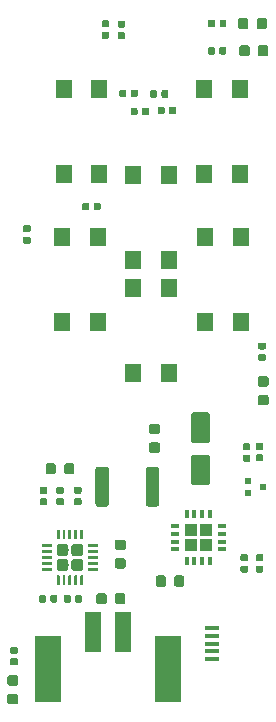
<source format=gbr>
G04 #@! TF.GenerationSoftware,KiCad,Pcbnew,5.0.2+dfsg1-1*
G04 #@! TF.CreationDate,2019-03-28T13:57:09+00:00*
G04 #@! TF.ProjectId,PiZeroInteract,50695a65-726f-4496-9e74-65726163742e,rev?*
G04 #@! TF.SameCoordinates,Original*
G04 #@! TF.FileFunction,Paste,Top*
G04 #@! TF.FilePolarity,Positive*
%FSLAX46Y46*%
G04 Gerber Fmt 4.6, Leading zero omitted, Abs format (unit mm)*
G04 Created by KiCad (PCBNEW 5.0.2+dfsg1-1) date Thu 28 Mar 2019 13:57:09 GMT*
%MOMM*%
%LPD*%
G01*
G04 APERTURE LIST*
%ADD10R,1.400000X1.600000*%
%ADD11C,0.100000*%
%ADD12C,1.125000*%
%ADD13C,0.590000*%
%ADD14C,0.875000*%
%ADD15C,1.600000*%
%ADD16R,1.300000X0.450000*%
%ADD17R,1.400000X3.400000*%
%ADD18R,2.300000X5.600000*%
%ADD19R,0.600000X0.500000*%
%ADD20R,0.800000X0.350000*%
%ADD21R,0.350000X0.800000*%
%ADD22R,1.050000X1.050000*%
%ADD23C,1.010000*%
%ADD24C,0.250000*%
G04 APERTURE END LIST*
D10*
G04 #@! TO.C,NAV_CNL1*
X137900000Y-66500000D03*
X137900000Y-73700000D03*
X140900000Y-66500000D03*
X140900000Y-73700000D03*
G04 #@! TD*
D11*
G04 #@! TO.C,L1*
G36*
X129599505Y-98501204D02*
X129623773Y-98504804D01*
X129647572Y-98510765D01*
X129670671Y-98519030D01*
X129692850Y-98529520D01*
X129713893Y-98542132D01*
X129733599Y-98556747D01*
X129751777Y-98573223D01*
X129768253Y-98591401D01*
X129782868Y-98611107D01*
X129795480Y-98632150D01*
X129805970Y-98654329D01*
X129814235Y-98677428D01*
X129820196Y-98701227D01*
X129823796Y-98725495D01*
X129825000Y-98749999D01*
X129825000Y-101650001D01*
X129823796Y-101674505D01*
X129820196Y-101698773D01*
X129814235Y-101722572D01*
X129805970Y-101745671D01*
X129795480Y-101767850D01*
X129782868Y-101788893D01*
X129768253Y-101808599D01*
X129751777Y-101826777D01*
X129733599Y-101843253D01*
X129713893Y-101857868D01*
X129692850Y-101870480D01*
X129670671Y-101880970D01*
X129647572Y-101889235D01*
X129623773Y-101895196D01*
X129599505Y-101898796D01*
X129575001Y-101900000D01*
X128949999Y-101900000D01*
X128925495Y-101898796D01*
X128901227Y-101895196D01*
X128877428Y-101889235D01*
X128854329Y-101880970D01*
X128832150Y-101870480D01*
X128811107Y-101857868D01*
X128791401Y-101843253D01*
X128773223Y-101826777D01*
X128756747Y-101808599D01*
X128742132Y-101788893D01*
X128729520Y-101767850D01*
X128719030Y-101745671D01*
X128710765Y-101722572D01*
X128704804Y-101698773D01*
X128701204Y-101674505D01*
X128700000Y-101650001D01*
X128700000Y-98749999D01*
X128701204Y-98725495D01*
X128704804Y-98701227D01*
X128710765Y-98677428D01*
X128719030Y-98654329D01*
X128729520Y-98632150D01*
X128742132Y-98611107D01*
X128756747Y-98591401D01*
X128773223Y-98573223D01*
X128791401Y-98556747D01*
X128811107Y-98542132D01*
X128832150Y-98529520D01*
X128854329Y-98519030D01*
X128877428Y-98510765D01*
X128901227Y-98504804D01*
X128925495Y-98501204D01*
X128949999Y-98500000D01*
X129575001Y-98500000D01*
X129599505Y-98501204D01*
X129599505Y-98501204D01*
G37*
D12*
X129262500Y-100200000D03*
D11*
G36*
X133874505Y-98501204D02*
X133898773Y-98504804D01*
X133922572Y-98510765D01*
X133945671Y-98519030D01*
X133967850Y-98529520D01*
X133988893Y-98542132D01*
X134008599Y-98556747D01*
X134026777Y-98573223D01*
X134043253Y-98591401D01*
X134057868Y-98611107D01*
X134070480Y-98632150D01*
X134080970Y-98654329D01*
X134089235Y-98677428D01*
X134095196Y-98701227D01*
X134098796Y-98725495D01*
X134100000Y-98749999D01*
X134100000Y-101650001D01*
X134098796Y-101674505D01*
X134095196Y-101698773D01*
X134089235Y-101722572D01*
X134080970Y-101745671D01*
X134070480Y-101767850D01*
X134057868Y-101788893D01*
X134043253Y-101808599D01*
X134026777Y-101826777D01*
X134008599Y-101843253D01*
X133988893Y-101857868D01*
X133967850Y-101870480D01*
X133945671Y-101880970D01*
X133922572Y-101889235D01*
X133898773Y-101895196D01*
X133874505Y-101898796D01*
X133850001Y-101900000D01*
X133224999Y-101900000D01*
X133200495Y-101898796D01*
X133176227Y-101895196D01*
X133152428Y-101889235D01*
X133129329Y-101880970D01*
X133107150Y-101870480D01*
X133086107Y-101857868D01*
X133066401Y-101843253D01*
X133048223Y-101826777D01*
X133031747Y-101808599D01*
X133017132Y-101788893D01*
X133004520Y-101767850D01*
X132994030Y-101745671D01*
X132985765Y-101722572D01*
X132979804Y-101698773D01*
X132976204Y-101674505D01*
X132975000Y-101650001D01*
X132975000Y-98749999D01*
X132976204Y-98725495D01*
X132979804Y-98701227D01*
X132985765Y-98677428D01*
X132994030Y-98654329D01*
X133004520Y-98632150D01*
X133017132Y-98611107D01*
X133031747Y-98591401D01*
X133048223Y-98573223D01*
X133066401Y-98556747D01*
X133086107Y-98542132D01*
X133107150Y-98529520D01*
X133129329Y-98519030D01*
X133152428Y-98510765D01*
X133176227Y-98504804D01*
X133200495Y-98501204D01*
X133224999Y-98500000D01*
X133850001Y-98500000D01*
X133874505Y-98501204D01*
X133874505Y-98501204D01*
G37*
D12*
X133537500Y-100200000D03*
G04 #@! TD*
D11*
G04 #@! TO.C,R15*
G36*
X127386958Y-101190710D02*
X127401276Y-101192834D01*
X127415317Y-101196351D01*
X127428946Y-101201228D01*
X127442031Y-101207417D01*
X127454447Y-101214858D01*
X127466073Y-101223481D01*
X127476798Y-101233202D01*
X127486519Y-101243927D01*
X127495142Y-101255553D01*
X127502583Y-101267969D01*
X127508772Y-101281054D01*
X127513649Y-101294683D01*
X127517166Y-101308724D01*
X127519290Y-101323042D01*
X127520000Y-101337500D01*
X127520000Y-101632500D01*
X127519290Y-101646958D01*
X127517166Y-101661276D01*
X127513649Y-101675317D01*
X127508772Y-101688946D01*
X127502583Y-101702031D01*
X127495142Y-101714447D01*
X127486519Y-101726073D01*
X127476798Y-101736798D01*
X127466073Y-101746519D01*
X127454447Y-101755142D01*
X127442031Y-101762583D01*
X127428946Y-101768772D01*
X127415317Y-101773649D01*
X127401276Y-101777166D01*
X127386958Y-101779290D01*
X127372500Y-101780000D01*
X127027500Y-101780000D01*
X127013042Y-101779290D01*
X126998724Y-101777166D01*
X126984683Y-101773649D01*
X126971054Y-101768772D01*
X126957969Y-101762583D01*
X126945553Y-101755142D01*
X126933927Y-101746519D01*
X126923202Y-101736798D01*
X126913481Y-101726073D01*
X126904858Y-101714447D01*
X126897417Y-101702031D01*
X126891228Y-101688946D01*
X126886351Y-101675317D01*
X126882834Y-101661276D01*
X126880710Y-101646958D01*
X126880000Y-101632500D01*
X126880000Y-101337500D01*
X126880710Y-101323042D01*
X126882834Y-101308724D01*
X126886351Y-101294683D01*
X126891228Y-101281054D01*
X126897417Y-101267969D01*
X126904858Y-101255553D01*
X126913481Y-101243927D01*
X126923202Y-101233202D01*
X126933927Y-101223481D01*
X126945553Y-101214858D01*
X126957969Y-101207417D01*
X126971054Y-101201228D01*
X126984683Y-101196351D01*
X126998724Y-101192834D01*
X127013042Y-101190710D01*
X127027500Y-101190000D01*
X127372500Y-101190000D01*
X127386958Y-101190710D01*
X127386958Y-101190710D01*
G37*
D13*
X127200000Y-101485000D03*
D11*
G36*
X127386958Y-100220710D02*
X127401276Y-100222834D01*
X127415317Y-100226351D01*
X127428946Y-100231228D01*
X127442031Y-100237417D01*
X127454447Y-100244858D01*
X127466073Y-100253481D01*
X127476798Y-100263202D01*
X127486519Y-100273927D01*
X127495142Y-100285553D01*
X127502583Y-100297969D01*
X127508772Y-100311054D01*
X127513649Y-100324683D01*
X127517166Y-100338724D01*
X127519290Y-100353042D01*
X127520000Y-100367500D01*
X127520000Y-100662500D01*
X127519290Y-100676958D01*
X127517166Y-100691276D01*
X127513649Y-100705317D01*
X127508772Y-100718946D01*
X127502583Y-100732031D01*
X127495142Y-100744447D01*
X127486519Y-100756073D01*
X127476798Y-100766798D01*
X127466073Y-100776519D01*
X127454447Y-100785142D01*
X127442031Y-100792583D01*
X127428946Y-100798772D01*
X127415317Y-100803649D01*
X127401276Y-100807166D01*
X127386958Y-100809290D01*
X127372500Y-100810000D01*
X127027500Y-100810000D01*
X127013042Y-100809290D01*
X126998724Y-100807166D01*
X126984683Y-100803649D01*
X126971054Y-100798772D01*
X126957969Y-100792583D01*
X126945553Y-100785142D01*
X126933927Y-100776519D01*
X126923202Y-100766798D01*
X126913481Y-100756073D01*
X126904858Y-100744447D01*
X126897417Y-100732031D01*
X126891228Y-100718946D01*
X126886351Y-100705317D01*
X126882834Y-100691276D01*
X126880710Y-100676958D01*
X126880000Y-100662500D01*
X126880000Y-100367500D01*
X126880710Y-100353042D01*
X126882834Y-100338724D01*
X126886351Y-100324683D01*
X126891228Y-100311054D01*
X126897417Y-100297969D01*
X126904858Y-100285553D01*
X126913481Y-100273927D01*
X126923202Y-100263202D01*
X126933927Y-100253481D01*
X126945553Y-100244858D01*
X126957969Y-100237417D01*
X126971054Y-100231228D01*
X126984683Y-100226351D01*
X126998724Y-100222834D01*
X127013042Y-100220710D01*
X127027500Y-100220000D01*
X127372500Y-100220000D01*
X127386958Y-100220710D01*
X127386958Y-100220710D01*
G37*
D13*
X127200000Y-100515000D03*
G04 #@! TD*
D11*
G04 #@! TO.C,C4*
G36*
X131077691Y-106263553D02*
X131098926Y-106266703D01*
X131119750Y-106271919D01*
X131139962Y-106279151D01*
X131159368Y-106288330D01*
X131177781Y-106299366D01*
X131195024Y-106312154D01*
X131210930Y-106326570D01*
X131225346Y-106342476D01*
X131238134Y-106359719D01*
X131249170Y-106378132D01*
X131258349Y-106397538D01*
X131265581Y-106417750D01*
X131270797Y-106438574D01*
X131273947Y-106459809D01*
X131275000Y-106481250D01*
X131275000Y-106918750D01*
X131273947Y-106940191D01*
X131270797Y-106961426D01*
X131265581Y-106982250D01*
X131258349Y-107002462D01*
X131249170Y-107021868D01*
X131238134Y-107040281D01*
X131225346Y-107057524D01*
X131210930Y-107073430D01*
X131195024Y-107087846D01*
X131177781Y-107100634D01*
X131159368Y-107111670D01*
X131139962Y-107120849D01*
X131119750Y-107128081D01*
X131098926Y-107133297D01*
X131077691Y-107136447D01*
X131056250Y-107137500D01*
X130543750Y-107137500D01*
X130522309Y-107136447D01*
X130501074Y-107133297D01*
X130480250Y-107128081D01*
X130460038Y-107120849D01*
X130440632Y-107111670D01*
X130422219Y-107100634D01*
X130404976Y-107087846D01*
X130389070Y-107073430D01*
X130374654Y-107057524D01*
X130361866Y-107040281D01*
X130350830Y-107021868D01*
X130341651Y-107002462D01*
X130334419Y-106982250D01*
X130329203Y-106961426D01*
X130326053Y-106940191D01*
X130325000Y-106918750D01*
X130325000Y-106481250D01*
X130326053Y-106459809D01*
X130329203Y-106438574D01*
X130334419Y-106417750D01*
X130341651Y-106397538D01*
X130350830Y-106378132D01*
X130361866Y-106359719D01*
X130374654Y-106342476D01*
X130389070Y-106326570D01*
X130404976Y-106312154D01*
X130422219Y-106299366D01*
X130440632Y-106288330D01*
X130460038Y-106279151D01*
X130480250Y-106271919D01*
X130501074Y-106266703D01*
X130522309Y-106263553D01*
X130543750Y-106262500D01*
X131056250Y-106262500D01*
X131077691Y-106263553D01*
X131077691Y-106263553D01*
G37*
D14*
X130800000Y-106700000D03*
D11*
G36*
X131077691Y-104688553D02*
X131098926Y-104691703D01*
X131119750Y-104696919D01*
X131139962Y-104704151D01*
X131159368Y-104713330D01*
X131177781Y-104724366D01*
X131195024Y-104737154D01*
X131210930Y-104751570D01*
X131225346Y-104767476D01*
X131238134Y-104784719D01*
X131249170Y-104803132D01*
X131258349Y-104822538D01*
X131265581Y-104842750D01*
X131270797Y-104863574D01*
X131273947Y-104884809D01*
X131275000Y-104906250D01*
X131275000Y-105343750D01*
X131273947Y-105365191D01*
X131270797Y-105386426D01*
X131265581Y-105407250D01*
X131258349Y-105427462D01*
X131249170Y-105446868D01*
X131238134Y-105465281D01*
X131225346Y-105482524D01*
X131210930Y-105498430D01*
X131195024Y-105512846D01*
X131177781Y-105525634D01*
X131159368Y-105536670D01*
X131139962Y-105545849D01*
X131119750Y-105553081D01*
X131098926Y-105558297D01*
X131077691Y-105561447D01*
X131056250Y-105562500D01*
X130543750Y-105562500D01*
X130522309Y-105561447D01*
X130501074Y-105558297D01*
X130480250Y-105553081D01*
X130460038Y-105545849D01*
X130440632Y-105536670D01*
X130422219Y-105525634D01*
X130404976Y-105512846D01*
X130389070Y-105498430D01*
X130374654Y-105482524D01*
X130361866Y-105465281D01*
X130350830Y-105446868D01*
X130341651Y-105427462D01*
X130334419Y-105407250D01*
X130329203Y-105386426D01*
X130326053Y-105365191D01*
X130325000Y-105343750D01*
X130325000Y-104906250D01*
X130326053Y-104884809D01*
X130329203Y-104863574D01*
X130334419Y-104842750D01*
X130341651Y-104822538D01*
X130350830Y-104803132D01*
X130361866Y-104784719D01*
X130374654Y-104767476D01*
X130389070Y-104751570D01*
X130404976Y-104737154D01*
X130422219Y-104724366D01*
X130440632Y-104713330D01*
X130460038Y-104704151D01*
X130480250Y-104696919D01*
X130501074Y-104691703D01*
X130522309Y-104688553D01*
X130543750Y-104687500D01*
X131056250Y-104687500D01*
X131077691Y-104688553D01*
X131077691Y-104688553D01*
G37*
D14*
X130800000Y-105125000D03*
G04 #@! TD*
D11*
G04 #@! TO.C,C1*
G36*
X134465191Y-107726053D02*
X134486426Y-107729203D01*
X134507250Y-107734419D01*
X134527462Y-107741651D01*
X134546868Y-107750830D01*
X134565281Y-107761866D01*
X134582524Y-107774654D01*
X134598430Y-107789070D01*
X134612846Y-107804976D01*
X134625634Y-107822219D01*
X134636670Y-107840632D01*
X134645849Y-107860038D01*
X134653081Y-107880250D01*
X134658297Y-107901074D01*
X134661447Y-107922309D01*
X134662500Y-107943750D01*
X134662500Y-108456250D01*
X134661447Y-108477691D01*
X134658297Y-108498926D01*
X134653081Y-108519750D01*
X134645849Y-108539962D01*
X134636670Y-108559368D01*
X134625634Y-108577781D01*
X134612846Y-108595024D01*
X134598430Y-108610930D01*
X134582524Y-108625346D01*
X134565281Y-108638134D01*
X134546868Y-108649170D01*
X134527462Y-108658349D01*
X134507250Y-108665581D01*
X134486426Y-108670797D01*
X134465191Y-108673947D01*
X134443750Y-108675000D01*
X134006250Y-108675000D01*
X133984809Y-108673947D01*
X133963574Y-108670797D01*
X133942750Y-108665581D01*
X133922538Y-108658349D01*
X133903132Y-108649170D01*
X133884719Y-108638134D01*
X133867476Y-108625346D01*
X133851570Y-108610930D01*
X133837154Y-108595024D01*
X133824366Y-108577781D01*
X133813330Y-108559368D01*
X133804151Y-108539962D01*
X133796919Y-108519750D01*
X133791703Y-108498926D01*
X133788553Y-108477691D01*
X133787500Y-108456250D01*
X133787500Y-107943750D01*
X133788553Y-107922309D01*
X133791703Y-107901074D01*
X133796919Y-107880250D01*
X133804151Y-107860038D01*
X133813330Y-107840632D01*
X133824366Y-107822219D01*
X133837154Y-107804976D01*
X133851570Y-107789070D01*
X133867476Y-107774654D01*
X133884719Y-107761866D01*
X133903132Y-107750830D01*
X133922538Y-107741651D01*
X133942750Y-107734419D01*
X133963574Y-107729203D01*
X133984809Y-107726053D01*
X134006250Y-107725000D01*
X134443750Y-107725000D01*
X134465191Y-107726053D01*
X134465191Y-107726053D01*
G37*
D14*
X134225000Y-108200000D03*
D11*
G36*
X136040191Y-107726053D02*
X136061426Y-107729203D01*
X136082250Y-107734419D01*
X136102462Y-107741651D01*
X136121868Y-107750830D01*
X136140281Y-107761866D01*
X136157524Y-107774654D01*
X136173430Y-107789070D01*
X136187846Y-107804976D01*
X136200634Y-107822219D01*
X136211670Y-107840632D01*
X136220849Y-107860038D01*
X136228081Y-107880250D01*
X136233297Y-107901074D01*
X136236447Y-107922309D01*
X136237500Y-107943750D01*
X136237500Y-108456250D01*
X136236447Y-108477691D01*
X136233297Y-108498926D01*
X136228081Y-108519750D01*
X136220849Y-108539962D01*
X136211670Y-108559368D01*
X136200634Y-108577781D01*
X136187846Y-108595024D01*
X136173430Y-108610930D01*
X136157524Y-108625346D01*
X136140281Y-108638134D01*
X136121868Y-108649170D01*
X136102462Y-108658349D01*
X136082250Y-108665581D01*
X136061426Y-108670797D01*
X136040191Y-108673947D01*
X136018750Y-108675000D01*
X135581250Y-108675000D01*
X135559809Y-108673947D01*
X135538574Y-108670797D01*
X135517750Y-108665581D01*
X135497538Y-108658349D01*
X135478132Y-108649170D01*
X135459719Y-108638134D01*
X135442476Y-108625346D01*
X135426570Y-108610930D01*
X135412154Y-108595024D01*
X135399366Y-108577781D01*
X135388330Y-108559368D01*
X135379151Y-108539962D01*
X135371919Y-108519750D01*
X135366703Y-108498926D01*
X135363553Y-108477691D01*
X135362500Y-108456250D01*
X135362500Y-107943750D01*
X135363553Y-107922309D01*
X135366703Y-107901074D01*
X135371919Y-107880250D01*
X135379151Y-107860038D01*
X135388330Y-107840632D01*
X135399366Y-107822219D01*
X135412154Y-107804976D01*
X135426570Y-107789070D01*
X135442476Y-107774654D01*
X135459719Y-107761866D01*
X135478132Y-107750830D01*
X135497538Y-107741651D01*
X135517750Y-107734419D01*
X135538574Y-107729203D01*
X135559809Y-107726053D01*
X135581250Y-107725000D01*
X136018750Y-107725000D01*
X136040191Y-107726053D01*
X136040191Y-107726053D01*
G37*
D14*
X135800000Y-108200000D03*
G04 #@! TD*
D11*
G04 #@! TO.C,C2*
G36*
X126727691Y-98226053D02*
X126748926Y-98229203D01*
X126769750Y-98234419D01*
X126789962Y-98241651D01*
X126809368Y-98250830D01*
X126827781Y-98261866D01*
X126845024Y-98274654D01*
X126860930Y-98289070D01*
X126875346Y-98304976D01*
X126888134Y-98322219D01*
X126899170Y-98340632D01*
X126908349Y-98360038D01*
X126915581Y-98380250D01*
X126920797Y-98401074D01*
X126923947Y-98422309D01*
X126925000Y-98443750D01*
X126925000Y-98956250D01*
X126923947Y-98977691D01*
X126920797Y-98998926D01*
X126915581Y-99019750D01*
X126908349Y-99039962D01*
X126899170Y-99059368D01*
X126888134Y-99077781D01*
X126875346Y-99095024D01*
X126860930Y-99110930D01*
X126845024Y-99125346D01*
X126827781Y-99138134D01*
X126809368Y-99149170D01*
X126789962Y-99158349D01*
X126769750Y-99165581D01*
X126748926Y-99170797D01*
X126727691Y-99173947D01*
X126706250Y-99175000D01*
X126268750Y-99175000D01*
X126247309Y-99173947D01*
X126226074Y-99170797D01*
X126205250Y-99165581D01*
X126185038Y-99158349D01*
X126165632Y-99149170D01*
X126147219Y-99138134D01*
X126129976Y-99125346D01*
X126114070Y-99110930D01*
X126099654Y-99095024D01*
X126086866Y-99077781D01*
X126075830Y-99059368D01*
X126066651Y-99039962D01*
X126059419Y-99019750D01*
X126054203Y-98998926D01*
X126051053Y-98977691D01*
X126050000Y-98956250D01*
X126050000Y-98443750D01*
X126051053Y-98422309D01*
X126054203Y-98401074D01*
X126059419Y-98380250D01*
X126066651Y-98360038D01*
X126075830Y-98340632D01*
X126086866Y-98322219D01*
X126099654Y-98304976D01*
X126114070Y-98289070D01*
X126129976Y-98274654D01*
X126147219Y-98261866D01*
X126165632Y-98250830D01*
X126185038Y-98241651D01*
X126205250Y-98234419D01*
X126226074Y-98229203D01*
X126247309Y-98226053D01*
X126268750Y-98225000D01*
X126706250Y-98225000D01*
X126727691Y-98226053D01*
X126727691Y-98226053D01*
G37*
D14*
X126487500Y-98700000D03*
D11*
G36*
X125152691Y-98226053D02*
X125173926Y-98229203D01*
X125194750Y-98234419D01*
X125214962Y-98241651D01*
X125234368Y-98250830D01*
X125252781Y-98261866D01*
X125270024Y-98274654D01*
X125285930Y-98289070D01*
X125300346Y-98304976D01*
X125313134Y-98322219D01*
X125324170Y-98340632D01*
X125333349Y-98360038D01*
X125340581Y-98380250D01*
X125345797Y-98401074D01*
X125348947Y-98422309D01*
X125350000Y-98443750D01*
X125350000Y-98956250D01*
X125348947Y-98977691D01*
X125345797Y-98998926D01*
X125340581Y-99019750D01*
X125333349Y-99039962D01*
X125324170Y-99059368D01*
X125313134Y-99077781D01*
X125300346Y-99095024D01*
X125285930Y-99110930D01*
X125270024Y-99125346D01*
X125252781Y-99138134D01*
X125234368Y-99149170D01*
X125214962Y-99158349D01*
X125194750Y-99165581D01*
X125173926Y-99170797D01*
X125152691Y-99173947D01*
X125131250Y-99175000D01*
X124693750Y-99175000D01*
X124672309Y-99173947D01*
X124651074Y-99170797D01*
X124630250Y-99165581D01*
X124610038Y-99158349D01*
X124590632Y-99149170D01*
X124572219Y-99138134D01*
X124554976Y-99125346D01*
X124539070Y-99110930D01*
X124524654Y-99095024D01*
X124511866Y-99077781D01*
X124500830Y-99059368D01*
X124491651Y-99039962D01*
X124484419Y-99019750D01*
X124479203Y-98998926D01*
X124476053Y-98977691D01*
X124475000Y-98956250D01*
X124475000Y-98443750D01*
X124476053Y-98422309D01*
X124479203Y-98401074D01*
X124484419Y-98380250D01*
X124491651Y-98360038D01*
X124500830Y-98340632D01*
X124511866Y-98322219D01*
X124524654Y-98304976D01*
X124539070Y-98289070D01*
X124554976Y-98274654D01*
X124572219Y-98261866D01*
X124590632Y-98250830D01*
X124610038Y-98241651D01*
X124630250Y-98234419D01*
X124651074Y-98229203D01*
X124672309Y-98226053D01*
X124693750Y-98225000D01*
X125131250Y-98225000D01*
X125152691Y-98226053D01*
X125152691Y-98226053D01*
G37*
D14*
X124912500Y-98700000D03*
G04 #@! TD*
D11*
G04 #@! TO.C,C3*
G36*
X138174504Y-97501204D02*
X138198773Y-97504804D01*
X138222571Y-97510765D01*
X138245671Y-97519030D01*
X138267849Y-97529520D01*
X138288893Y-97542133D01*
X138308598Y-97556747D01*
X138326777Y-97573223D01*
X138343253Y-97591402D01*
X138357867Y-97611107D01*
X138370480Y-97632151D01*
X138380970Y-97654329D01*
X138389235Y-97677429D01*
X138395196Y-97701227D01*
X138398796Y-97725496D01*
X138400000Y-97750000D01*
X138400000Y-99850000D01*
X138398796Y-99874504D01*
X138395196Y-99898773D01*
X138389235Y-99922571D01*
X138380970Y-99945671D01*
X138370480Y-99967849D01*
X138357867Y-99988893D01*
X138343253Y-100008598D01*
X138326777Y-100026777D01*
X138308598Y-100043253D01*
X138288893Y-100057867D01*
X138267849Y-100070480D01*
X138245671Y-100080970D01*
X138222571Y-100089235D01*
X138198773Y-100095196D01*
X138174504Y-100098796D01*
X138150000Y-100100000D01*
X137050000Y-100100000D01*
X137025496Y-100098796D01*
X137001227Y-100095196D01*
X136977429Y-100089235D01*
X136954329Y-100080970D01*
X136932151Y-100070480D01*
X136911107Y-100057867D01*
X136891402Y-100043253D01*
X136873223Y-100026777D01*
X136856747Y-100008598D01*
X136842133Y-99988893D01*
X136829520Y-99967849D01*
X136819030Y-99945671D01*
X136810765Y-99922571D01*
X136804804Y-99898773D01*
X136801204Y-99874504D01*
X136800000Y-99850000D01*
X136800000Y-97750000D01*
X136801204Y-97725496D01*
X136804804Y-97701227D01*
X136810765Y-97677429D01*
X136819030Y-97654329D01*
X136829520Y-97632151D01*
X136842133Y-97611107D01*
X136856747Y-97591402D01*
X136873223Y-97573223D01*
X136891402Y-97556747D01*
X136911107Y-97542133D01*
X136932151Y-97529520D01*
X136954329Y-97519030D01*
X136977429Y-97510765D01*
X137001227Y-97504804D01*
X137025496Y-97501204D01*
X137050000Y-97500000D01*
X138150000Y-97500000D01*
X138174504Y-97501204D01*
X138174504Y-97501204D01*
G37*
D15*
X137600000Y-98800000D03*
D11*
G36*
X138174504Y-93901204D02*
X138198773Y-93904804D01*
X138222571Y-93910765D01*
X138245671Y-93919030D01*
X138267849Y-93929520D01*
X138288893Y-93942133D01*
X138308598Y-93956747D01*
X138326777Y-93973223D01*
X138343253Y-93991402D01*
X138357867Y-94011107D01*
X138370480Y-94032151D01*
X138380970Y-94054329D01*
X138389235Y-94077429D01*
X138395196Y-94101227D01*
X138398796Y-94125496D01*
X138400000Y-94150000D01*
X138400000Y-96250000D01*
X138398796Y-96274504D01*
X138395196Y-96298773D01*
X138389235Y-96322571D01*
X138380970Y-96345671D01*
X138370480Y-96367849D01*
X138357867Y-96388893D01*
X138343253Y-96408598D01*
X138326777Y-96426777D01*
X138308598Y-96443253D01*
X138288893Y-96457867D01*
X138267849Y-96470480D01*
X138245671Y-96480970D01*
X138222571Y-96489235D01*
X138198773Y-96495196D01*
X138174504Y-96498796D01*
X138150000Y-96500000D01*
X137050000Y-96500000D01*
X137025496Y-96498796D01*
X137001227Y-96495196D01*
X136977429Y-96489235D01*
X136954329Y-96480970D01*
X136932151Y-96470480D01*
X136911107Y-96457867D01*
X136891402Y-96443253D01*
X136873223Y-96426777D01*
X136856747Y-96408598D01*
X136842133Y-96388893D01*
X136829520Y-96367849D01*
X136819030Y-96345671D01*
X136810765Y-96322571D01*
X136804804Y-96298773D01*
X136801204Y-96274504D01*
X136800000Y-96250000D01*
X136800000Y-94150000D01*
X136801204Y-94125496D01*
X136804804Y-94101227D01*
X136810765Y-94077429D01*
X136819030Y-94054329D01*
X136829520Y-94032151D01*
X136842133Y-94011107D01*
X136856747Y-93991402D01*
X136873223Y-93973223D01*
X136891402Y-93956747D01*
X136911107Y-93942133D01*
X136932151Y-93929520D01*
X136954329Y-93919030D01*
X136977429Y-93910765D01*
X137001227Y-93904804D01*
X137025496Y-93901204D01*
X137050000Y-93900000D01*
X138150000Y-93900000D01*
X138174504Y-93901204D01*
X138174504Y-93901204D01*
G37*
D15*
X137600000Y-95200000D03*
G04 #@! TD*
D11*
G04 #@! TO.C,C5*
G36*
X133977691Y-96451053D02*
X133998926Y-96454203D01*
X134019750Y-96459419D01*
X134039962Y-96466651D01*
X134059368Y-96475830D01*
X134077781Y-96486866D01*
X134095024Y-96499654D01*
X134110930Y-96514070D01*
X134125346Y-96529976D01*
X134138134Y-96547219D01*
X134149170Y-96565632D01*
X134158349Y-96585038D01*
X134165581Y-96605250D01*
X134170797Y-96626074D01*
X134173947Y-96647309D01*
X134175000Y-96668750D01*
X134175000Y-97106250D01*
X134173947Y-97127691D01*
X134170797Y-97148926D01*
X134165581Y-97169750D01*
X134158349Y-97189962D01*
X134149170Y-97209368D01*
X134138134Y-97227781D01*
X134125346Y-97245024D01*
X134110930Y-97260930D01*
X134095024Y-97275346D01*
X134077781Y-97288134D01*
X134059368Y-97299170D01*
X134039962Y-97308349D01*
X134019750Y-97315581D01*
X133998926Y-97320797D01*
X133977691Y-97323947D01*
X133956250Y-97325000D01*
X133443750Y-97325000D01*
X133422309Y-97323947D01*
X133401074Y-97320797D01*
X133380250Y-97315581D01*
X133360038Y-97308349D01*
X133340632Y-97299170D01*
X133322219Y-97288134D01*
X133304976Y-97275346D01*
X133289070Y-97260930D01*
X133274654Y-97245024D01*
X133261866Y-97227781D01*
X133250830Y-97209368D01*
X133241651Y-97189962D01*
X133234419Y-97169750D01*
X133229203Y-97148926D01*
X133226053Y-97127691D01*
X133225000Y-97106250D01*
X133225000Y-96668750D01*
X133226053Y-96647309D01*
X133229203Y-96626074D01*
X133234419Y-96605250D01*
X133241651Y-96585038D01*
X133250830Y-96565632D01*
X133261866Y-96547219D01*
X133274654Y-96529976D01*
X133289070Y-96514070D01*
X133304976Y-96499654D01*
X133322219Y-96486866D01*
X133340632Y-96475830D01*
X133360038Y-96466651D01*
X133380250Y-96459419D01*
X133401074Y-96454203D01*
X133422309Y-96451053D01*
X133443750Y-96450000D01*
X133956250Y-96450000D01*
X133977691Y-96451053D01*
X133977691Y-96451053D01*
G37*
D14*
X133700000Y-96887500D03*
D11*
G36*
X133977691Y-94876053D02*
X133998926Y-94879203D01*
X134019750Y-94884419D01*
X134039962Y-94891651D01*
X134059368Y-94900830D01*
X134077781Y-94911866D01*
X134095024Y-94924654D01*
X134110930Y-94939070D01*
X134125346Y-94954976D01*
X134138134Y-94972219D01*
X134149170Y-94990632D01*
X134158349Y-95010038D01*
X134165581Y-95030250D01*
X134170797Y-95051074D01*
X134173947Y-95072309D01*
X134175000Y-95093750D01*
X134175000Y-95531250D01*
X134173947Y-95552691D01*
X134170797Y-95573926D01*
X134165581Y-95594750D01*
X134158349Y-95614962D01*
X134149170Y-95634368D01*
X134138134Y-95652781D01*
X134125346Y-95670024D01*
X134110930Y-95685930D01*
X134095024Y-95700346D01*
X134077781Y-95713134D01*
X134059368Y-95724170D01*
X134039962Y-95733349D01*
X134019750Y-95740581D01*
X133998926Y-95745797D01*
X133977691Y-95748947D01*
X133956250Y-95750000D01*
X133443750Y-95750000D01*
X133422309Y-95748947D01*
X133401074Y-95745797D01*
X133380250Y-95740581D01*
X133360038Y-95733349D01*
X133340632Y-95724170D01*
X133322219Y-95713134D01*
X133304976Y-95700346D01*
X133289070Y-95685930D01*
X133274654Y-95670024D01*
X133261866Y-95652781D01*
X133250830Y-95634368D01*
X133241651Y-95614962D01*
X133234419Y-95594750D01*
X133229203Y-95573926D01*
X133226053Y-95552691D01*
X133225000Y-95531250D01*
X133225000Y-95093750D01*
X133226053Y-95072309D01*
X133229203Y-95051074D01*
X133234419Y-95030250D01*
X133241651Y-95010038D01*
X133250830Y-94990632D01*
X133261866Y-94972219D01*
X133274654Y-94954976D01*
X133289070Y-94939070D01*
X133304976Y-94924654D01*
X133322219Y-94911866D01*
X133340632Y-94900830D01*
X133360038Y-94891651D01*
X133380250Y-94884419D01*
X133401074Y-94879203D01*
X133422309Y-94876053D01*
X133443750Y-94875000D01*
X133956250Y-94875000D01*
X133977691Y-94876053D01*
X133977691Y-94876053D01*
G37*
D14*
X133700000Y-95312500D03*
G04 #@! TD*
D11*
G04 #@! TO.C,C6*
G36*
X131027691Y-109226053D02*
X131048926Y-109229203D01*
X131069750Y-109234419D01*
X131089962Y-109241651D01*
X131109368Y-109250830D01*
X131127781Y-109261866D01*
X131145024Y-109274654D01*
X131160930Y-109289070D01*
X131175346Y-109304976D01*
X131188134Y-109322219D01*
X131199170Y-109340632D01*
X131208349Y-109360038D01*
X131215581Y-109380250D01*
X131220797Y-109401074D01*
X131223947Y-109422309D01*
X131225000Y-109443750D01*
X131225000Y-109956250D01*
X131223947Y-109977691D01*
X131220797Y-109998926D01*
X131215581Y-110019750D01*
X131208349Y-110039962D01*
X131199170Y-110059368D01*
X131188134Y-110077781D01*
X131175346Y-110095024D01*
X131160930Y-110110930D01*
X131145024Y-110125346D01*
X131127781Y-110138134D01*
X131109368Y-110149170D01*
X131089962Y-110158349D01*
X131069750Y-110165581D01*
X131048926Y-110170797D01*
X131027691Y-110173947D01*
X131006250Y-110175000D01*
X130568750Y-110175000D01*
X130547309Y-110173947D01*
X130526074Y-110170797D01*
X130505250Y-110165581D01*
X130485038Y-110158349D01*
X130465632Y-110149170D01*
X130447219Y-110138134D01*
X130429976Y-110125346D01*
X130414070Y-110110930D01*
X130399654Y-110095024D01*
X130386866Y-110077781D01*
X130375830Y-110059368D01*
X130366651Y-110039962D01*
X130359419Y-110019750D01*
X130354203Y-109998926D01*
X130351053Y-109977691D01*
X130350000Y-109956250D01*
X130350000Y-109443750D01*
X130351053Y-109422309D01*
X130354203Y-109401074D01*
X130359419Y-109380250D01*
X130366651Y-109360038D01*
X130375830Y-109340632D01*
X130386866Y-109322219D01*
X130399654Y-109304976D01*
X130414070Y-109289070D01*
X130429976Y-109274654D01*
X130447219Y-109261866D01*
X130465632Y-109250830D01*
X130485038Y-109241651D01*
X130505250Y-109234419D01*
X130526074Y-109229203D01*
X130547309Y-109226053D01*
X130568750Y-109225000D01*
X131006250Y-109225000D01*
X131027691Y-109226053D01*
X131027691Y-109226053D01*
G37*
D14*
X130787500Y-109700000D03*
D11*
G36*
X129452691Y-109226053D02*
X129473926Y-109229203D01*
X129494750Y-109234419D01*
X129514962Y-109241651D01*
X129534368Y-109250830D01*
X129552781Y-109261866D01*
X129570024Y-109274654D01*
X129585930Y-109289070D01*
X129600346Y-109304976D01*
X129613134Y-109322219D01*
X129624170Y-109340632D01*
X129633349Y-109360038D01*
X129640581Y-109380250D01*
X129645797Y-109401074D01*
X129648947Y-109422309D01*
X129650000Y-109443750D01*
X129650000Y-109956250D01*
X129648947Y-109977691D01*
X129645797Y-109998926D01*
X129640581Y-110019750D01*
X129633349Y-110039962D01*
X129624170Y-110059368D01*
X129613134Y-110077781D01*
X129600346Y-110095024D01*
X129585930Y-110110930D01*
X129570024Y-110125346D01*
X129552781Y-110138134D01*
X129534368Y-110149170D01*
X129514962Y-110158349D01*
X129494750Y-110165581D01*
X129473926Y-110170797D01*
X129452691Y-110173947D01*
X129431250Y-110175000D01*
X128993750Y-110175000D01*
X128972309Y-110173947D01*
X128951074Y-110170797D01*
X128930250Y-110165581D01*
X128910038Y-110158349D01*
X128890632Y-110149170D01*
X128872219Y-110138134D01*
X128854976Y-110125346D01*
X128839070Y-110110930D01*
X128824654Y-110095024D01*
X128811866Y-110077781D01*
X128800830Y-110059368D01*
X128791651Y-110039962D01*
X128784419Y-110019750D01*
X128779203Y-109998926D01*
X128776053Y-109977691D01*
X128775000Y-109956250D01*
X128775000Y-109443750D01*
X128776053Y-109422309D01*
X128779203Y-109401074D01*
X128784419Y-109380250D01*
X128791651Y-109360038D01*
X128800830Y-109340632D01*
X128811866Y-109322219D01*
X128824654Y-109304976D01*
X128839070Y-109289070D01*
X128854976Y-109274654D01*
X128872219Y-109261866D01*
X128890632Y-109250830D01*
X128910038Y-109241651D01*
X128930250Y-109234419D01*
X128951074Y-109229203D01*
X128972309Y-109226053D01*
X128993750Y-109225000D01*
X129431250Y-109225000D01*
X129452691Y-109226053D01*
X129452691Y-109226053D01*
G37*
D14*
X129212500Y-109700000D03*
G04 #@! TD*
D11*
G04 #@! TO.C,CHARGE2LED1*
G36*
X121977691Y-117751053D02*
X121998926Y-117754203D01*
X122019750Y-117759419D01*
X122039962Y-117766651D01*
X122059368Y-117775830D01*
X122077781Y-117786866D01*
X122095024Y-117799654D01*
X122110930Y-117814070D01*
X122125346Y-117829976D01*
X122138134Y-117847219D01*
X122149170Y-117865632D01*
X122158349Y-117885038D01*
X122165581Y-117905250D01*
X122170797Y-117926074D01*
X122173947Y-117947309D01*
X122175000Y-117968750D01*
X122175000Y-118406250D01*
X122173947Y-118427691D01*
X122170797Y-118448926D01*
X122165581Y-118469750D01*
X122158349Y-118489962D01*
X122149170Y-118509368D01*
X122138134Y-118527781D01*
X122125346Y-118545024D01*
X122110930Y-118560930D01*
X122095024Y-118575346D01*
X122077781Y-118588134D01*
X122059368Y-118599170D01*
X122039962Y-118608349D01*
X122019750Y-118615581D01*
X121998926Y-118620797D01*
X121977691Y-118623947D01*
X121956250Y-118625000D01*
X121443750Y-118625000D01*
X121422309Y-118623947D01*
X121401074Y-118620797D01*
X121380250Y-118615581D01*
X121360038Y-118608349D01*
X121340632Y-118599170D01*
X121322219Y-118588134D01*
X121304976Y-118575346D01*
X121289070Y-118560930D01*
X121274654Y-118545024D01*
X121261866Y-118527781D01*
X121250830Y-118509368D01*
X121241651Y-118489962D01*
X121234419Y-118469750D01*
X121229203Y-118448926D01*
X121226053Y-118427691D01*
X121225000Y-118406250D01*
X121225000Y-117968750D01*
X121226053Y-117947309D01*
X121229203Y-117926074D01*
X121234419Y-117905250D01*
X121241651Y-117885038D01*
X121250830Y-117865632D01*
X121261866Y-117847219D01*
X121274654Y-117829976D01*
X121289070Y-117814070D01*
X121304976Y-117799654D01*
X121322219Y-117786866D01*
X121340632Y-117775830D01*
X121360038Y-117766651D01*
X121380250Y-117759419D01*
X121401074Y-117754203D01*
X121422309Y-117751053D01*
X121443750Y-117750000D01*
X121956250Y-117750000D01*
X121977691Y-117751053D01*
X121977691Y-117751053D01*
G37*
D14*
X121700000Y-118187500D03*
D11*
G36*
X121977691Y-116176053D02*
X121998926Y-116179203D01*
X122019750Y-116184419D01*
X122039962Y-116191651D01*
X122059368Y-116200830D01*
X122077781Y-116211866D01*
X122095024Y-116224654D01*
X122110930Y-116239070D01*
X122125346Y-116254976D01*
X122138134Y-116272219D01*
X122149170Y-116290632D01*
X122158349Y-116310038D01*
X122165581Y-116330250D01*
X122170797Y-116351074D01*
X122173947Y-116372309D01*
X122175000Y-116393750D01*
X122175000Y-116831250D01*
X122173947Y-116852691D01*
X122170797Y-116873926D01*
X122165581Y-116894750D01*
X122158349Y-116914962D01*
X122149170Y-116934368D01*
X122138134Y-116952781D01*
X122125346Y-116970024D01*
X122110930Y-116985930D01*
X122095024Y-117000346D01*
X122077781Y-117013134D01*
X122059368Y-117024170D01*
X122039962Y-117033349D01*
X122019750Y-117040581D01*
X121998926Y-117045797D01*
X121977691Y-117048947D01*
X121956250Y-117050000D01*
X121443750Y-117050000D01*
X121422309Y-117048947D01*
X121401074Y-117045797D01*
X121380250Y-117040581D01*
X121360038Y-117033349D01*
X121340632Y-117024170D01*
X121322219Y-117013134D01*
X121304976Y-117000346D01*
X121289070Y-116985930D01*
X121274654Y-116970024D01*
X121261866Y-116952781D01*
X121250830Y-116934368D01*
X121241651Y-116914962D01*
X121234419Y-116894750D01*
X121229203Y-116873926D01*
X121226053Y-116852691D01*
X121225000Y-116831250D01*
X121225000Y-116393750D01*
X121226053Y-116372309D01*
X121229203Y-116351074D01*
X121234419Y-116330250D01*
X121241651Y-116310038D01*
X121250830Y-116290632D01*
X121261866Y-116272219D01*
X121274654Y-116254976D01*
X121289070Y-116239070D01*
X121304976Y-116224654D01*
X121322219Y-116211866D01*
X121340632Y-116200830D01*
X121360038Y-116191651D01*
X121380250Y-116184419D01*
X121401074Y-116179203D01*
X121422309Y-116176053D01*
X121443750Y-116175000D01*
X121956250Y-116175000D01*
X121977691Y-116176053D01*
X121977691Y-116176053D01*
G37*
D14*
X121700000Y-116612500D03*
G04 #@! TD*
D11*
G04 #@! TO.C,CHARGING_LED1*
G36*
X143027691Y-60526053D02*
X143048926Y-60529203D01*
X143069750Y-60534419D01*
X143089962Y-60541651D01*
X143109368Y-60550830D01*
X143127781Y-60561866D01*
X143145024Y-60574654D01*
X143160930Y-60589070D01*
X143175346Y-60604976D01*
X143188134Y-60622219D01*
X143199170Y-60640632D01*
X143208349Y-60660038D01*
X143215581Y-60680250D01*
X143220797Y-60701074D01*
X143223947Y-60722309D01*
X143225000Y-60743750D01*
X143225000Y-61256250D01*
X143223947Y-61277691D01*
X143220797Y-61298926D01*
X143215581Y-61319750D01*
X143208349Y-61339962D01*
X143199170Y-61359368D01*
X143188134Y-61377781D01*
X143175346Y-61395024D01*
X143160930Y-61410930D01*
X143145024Y-61425346D01*
X143127781Y-61438134D01*
X143109368Y-61449170D01*
X143089962Y-61458349D01*
X143069750Y-61465581D01*
X143048926Y-61470797D01*
X143027691Y-61473947D01*
X143006250Y-61475000D01*
X142568750Y-61475000D01*
X142547309Y-61473947D01*
X142526074Y-61470797D01*
X142505250Y-61465581D01*
X142485038Y-61458349D01*
X142465632Y-61449170D01*
X142447219Y-61438134D01*
X142429976Y-61425346D01*
X142414070Y-61410930D01*
X142399654Y-61395024D01*
X142386866Y-61377781D01*
X142375830Y-61359368D01*
X142366651Y-61339962D01*
X142359419Y-61319750D01*
X142354203Y-61298926D01*
X142351053Y-61277691D01*
X142350000Y-61256250D01*
X142350000Y-60743750D01*
X142351053Y-60722309D01*
X142354203Y-60701074D01*
X142359419Y-60680250D01*
X142366651Y-60660038D01*
X142375830Y-60640632D01*
X142386866Y-60622219D01*
X142399654Y-60604976D01*
X142414070Y-60589070D01*
X142429976Y-60574654D01*
X142447219Y-60561866D01*
X142465632Y-60550830D01*
X142485038Y-60541651D01*
X142505250Y-60534419D01*
X142526074Y-60529203D01*
X142547309Y-60526053D01*
X142568750Y-60525000D01*
X143006250Y-60525000D01*
X143027691Y-60526053D01*
X143027691Y-60526053D01*
G37*
D14*
X142787500Y-61000000D03*
D11*
G36*
X141452691Y-60526053D02*
X141473926Y-60529203D01*
X141494750Y-60534419D01*
X141514962Y-60541651D01*
X141534368Y-60550830D01*
X141552781Y-60561866D01*
X141570024Y-60574654D01*
X141585930Y-60589070D01*
X141600346Y-60604976D01*
X141613134Y-60622219D01*
X141624170Y-60640632D01*
X141633349Y-60660038D01*
X141640581Y-60680250D01*
X141645797Y-60701074D01*
X141648947Y-60722309D01*
X141650000Y-60743750D01*
X141650000Y-61256250D01*
X141648947Y-61277691D01*
X141645797Y-61298926D01*
X141640581Y-61319750D01*
X141633349Y-61339962D01*
X141624170Y-61359368D01*
X141613134Y-61377781D01*
X141600346Y-61395024D01*
X141585930Y-61410930D01*
X141570024Y-61425346D01*
X141552781Y-61438134D01*
X141534368Y-61449170D01*
X141514962Y-61458349D01*
X141494750Y-61465581D01*
X141473926Y-61470797D01*
X141452691Y-61473947D01*
X141431250Y-61475000D01*
X140993750Y-61475000D01*
X140972309Y-61473947D01*
X140951074Y-61470797D01*
X140930250Y-61465581D01*
X140910038Y-61458349D01*
X140890632Y-61449170D01*
X140872219Y-61438134D01*
X140854976Y-61425346D01*
X140839070Y-61410930D01*
X140824654Y-61395024D01*
X140811866Y-61377781D01*
X140800830Y-61359368D01*
X140791651Y-61339962D01*
X140784419Y-61319750D01*
X140779203Y-61298926D01*
X140776053Y-61277691D01*
X140775000Y-61256250D01*
X140775000Y-60743750D01*
X140776053Y-60722309D01*
X140779203Y-60701074D01*
X140784419Y-60680250D01*
X140791651Y-60660038D01*
X140800830Y-60640632D01*
X140811866Y-60622219D01*
X140824654Y-60604976D01*
X140839070Y-60589070D01*
X140854976Y-60574654D01*
X140872219Y-60561866D01*
X140890632Y-60550830D01*
X140910038Y-60541651D01*
X140930250Y-60534419D01*
X140951074Y-60529203D01*
X140972309Y-60526053D01*
X140993750Y-60525000D01*
X141431250Y-60525000D01*
X141452691Y-60526053D01*
X141452691Y-60526053D01*
G37*
D14*
X141212500Y-61000000D03*
G04 #@! TD*
D16*
G04 #@! TO.C,J3*
X138600000Y-114800000D03*
X138600000Y-114150000D03*
X138600000Y-113500000D03*
X138600000Y-112850000D03*
X138600000Y-112200000D03*
G04 #@! TD*
D17*
G04 #@! TO.C,J4*
X128500000Y-112500000D03*
X131000000Y-112500000D03*
D18*
X124700000Y-115660000D03*
X134800000Y-115660000D03*
G04 #@! TD*
D11*
G04 #@! TO.C,LOW_BAT_LED1*
G36*
X141552691Y-62826053D02*
X141573926Y-62829203D01*
X141594750Y-62834419D01*
X141614962Y-62841651D01*
X141634368Y-62850830D01*
X141652781Y-62861866D01*
X141670024Y-62874654D01*
X141685930Y-62889070D01*
X141700346Y-62904976D01*
X141713134Y-62922219D01*
X141724170Y-62940632D01*
X141733349Y-62960038D01*
X141740581Y-62980250D01*
X141745797Y-63001074D01*
X141748947Y-63022309D01*
X141750000Y-63043750D01*
X141750000Y-63556250D01*
X141748947Y-63577691D01*
X141745797Y-63598926D01*
X141740581Y-63619750D01*
X141733349Y-63639962D01*
X141724170Y-63659368D01*
X141713134Y-63677781D01*
X141700346Y-63695024D01*
X141685930Y-63710930D01*
X141670024Y-63725346D01*
X141652781Y-63738134D01*
X141634368Y-63749170D01*
X141614962Y-63758349D01*
X141594750Y-63765581D01*
X141573926Y-63770797D01*
X141552691Y-63773947D01*
X141531250Y-63775000D01*
X141093750Y-63775000D01*
X141072309Y-63773947D01*
X141051074Y-63770797D01*
X141030250Y-63765581D01*
X141010038Y-63758349D01*
X140990632Y-63749170D01*
X140972219Y-63738134D01*
X140954976Y-63725346D01*
X140939070Y-63710930D01*
X140924654Y-63695024D01*
X140911866Y-63677781D01*
X140900830Y-63659368D01*
X140891651Y-63639962D01*
X140884419Y-63619750D01*
X140879203Y-63598926D01*
X140876053Y-63577691D01*
X140875000Y-63556250D01*
X140875000Y-63043750D01*
X140876053Y-63022309D01*
X140879203Y-63001074D01*
X140884419Y-62980250D01*
X140891651Y-62960038D01*
X140900830Y-62940632D01*
X140911866Y-62922219D01*
X140924654Y-62904976D01*
X140939070Y-62889070D01*
X140954976Y-62874654D01*
X140972219Y-62861866D01*
X140990632Y-62850830D01*
X141010038Y-62841651D01*
X141030250Y-62834419D01*
X141051074Y-62829203D01*
X141072309Y-62826053D01*
X141093750Y-62825000D01*
X141531250Y-62825000D01*
X141552691Y-62826053D01*
X141552691Y-62826053D01*
G37*
D14*
X141312500Y-63300000D03*
D11*
G36*
X143127691Y-62826053D02*
X143148926Y-62829203D01*
X143169750Y-62834419D01*
X143189962Y-62841651D01*
X143209368Y-62850830D01*
X143227781Y-62861866D01*
X143245024Y-62874654D01*
X143260930Y-62889070D01*
X143275346Y-62904976D01*
X143288134Y-62922219D01*
X143299170Y-62940632D01*
X143308349Y-62960038D01*
X143315581Y-62980250D01*
X143320797Y-63001074D01*
X143323947Y-63022309D01*
X143325000Y-63043750D01*
X143325000Y-63556250D01*
X143323947Y-63577691D01*
X143320797Y-63598926D01*
X143315581Y-63619750D01*
X143308349Y-63639962D01*
X143299170Y-63659368D01*
X143288134Y-63677781D01*
X143275346Y-63695024D01*
X143260930Y-63710930D01*
X143245024Y-63725346D01*
X143227781Y-63738134D01*
X143209368Y-63749170D01*
X143189962Y-63758349D01*
X143169750Y-63765581D01*
X143148926Y-63770797D01*
X143127691Y-63773947D01*
X143106250Y-63775000D01*
X142668750Y-63775000D01*
X142647309Y-63773947D01*
X142626074Y-63770797D01*
X142605250Y-63765581D01*
X142585038Y-63758349D01*
X142565632Y-63749170D01*
X142547219Y-63738134D01*
X142529976Y-63725346D01*
X142514070Y-63710930D01*
X142499654Y-63695024D01*
X142486866Y-63677781D01*
X142475830Y-63659368D01*
X142466651Y-63639962D01*
X142459419Y-63619750D01*
X142454203Y-63598926D01*
X142451053Y-63577691D01*
X142450000Y-63556250D01*
X142450000Y-63043750D01*
X142451053Y-63022309D01*
X142454203Y-63001074D01*
X142459419Y-62980250D01*
X142466651Y-62960038D01*
X142475830Y-62940632D01*
X142486866Y-62922219D01*
X142499654Y-62904976D01*
X142514070Y-62889070D01*
X142529976Y-62874654D01*
X142547219Y-62861866D01*
X142565632Y-62850830D01*
X142585038Y-62841651D01*
X142605250Y-62834419D01*
X142626074Y-62829203D01*
X142647309Y-62826053D01*
X142668750Y-62825000D01*
X143106250Y-62825000D01*
X143127691Y-62826053D01*
X143127691Y-62826053D01*
G37*
D14*
X142887500Y-63300000D03*
G04 #@! TD*
D10*
G04 #@! TO.C,NAV_DOWN1*
X131900000Y-83400000D03*
X131900000Y-90600000D03*
X134900000Y-83400000D03*
X134900000Y-90600000D03*
G04 #@! TD*
G04 #@! TO.C,NAV_LEFT1*
X128900000Y-86300000D03*
X128900000Y-79100000D03*
X125900000Y-86300000D03*
X125900000Y-79100000D03*
G04 #@! TD*
G04 #@! TO.C,NAV_RIGHT1*
X138000000Y-79100000D03*
X138000000Y-86300000D03*
X141000000Y-79100000D03*
X141000000Y-86300000D03*
G04 #@! TD*
G04 #@! TO.C,NAV_SEL1*
X129000000Y-73700000D03*
X129000000Y-66500000D03*
X126000000Y-73700000D03*
X126000000Y-66500000D03*
G04 #@! TD*
G04 #@! TO.C,NAV_UP1*
X134900000Y-81000000D03*
X134900000Y-73800000D03*
X131900000Y-81000000D03*
X131900000Y-73800000D03*
G04 #@! TD*
D11*
G04 #@! TO.C,POWER_LED1*
G36*
X143177691Y-90863553D02*
X143198926Y-90866703D01*
X143219750Y-90871919D01*
X143239962Y-90879151D01*
X143259368Y-90888330D01*
X143277781Y-90899366D01*
X143295024Y-90912154D01*
X143310930Y-90926570D01*
X143325346Y-90942476D01*
X143338134Y-90959719D01*
X143349170Y-90978132D01*
X143358349Y-90997538D01*
X143365581Y-91017750D01*
X143370797Y-91038574D01*
X143373947Y-91059809D01*
X143375000Y-91081250D01*
X143375000Y-91518750D01*
X143373947Y-91540191D01*
X143370797Y-91561426D01*
X143365581Y-91582250D01*
X143358349Y-91602462D01*
X143349170Y-91621868D01*
X143338134Y-91640281D01*
X143325346Y-91657524D01*
X143310930Y-91673430D01*
X143295024Y-91687846D01*
X143277781Y-91700634D01*
X143259368Y-91711670D01*
X143239962Y-91720849D01*
X143219750Y-91728081D01*
X143198926Y-91733297D01*
X143177691Y-91736447D01*
X143156250Y-91737500D01*
X142643750Y-91737500D01*
X142622309Y-91736447D01*
X142601074Y-91733297D01*
X142580250Y-91728081D01*
X142560038Y-91720849D01*
X142540632Y-91711670D01*
X142522219Y-91700634D01*
X142504976Y-91687846D01*
X142489070Y-91673430D01*
X142474654Y-91657524D01*
X142461866Y-91640281D01*
X142450830Y-91621868D01*
X142441651Y-91602462D01*
X142434419Y-91582250D01*
X142429203Y-91561426D01*
X142426053Y-91540191D01*
X142425000Y-91518750D01*
X142425000Y-91081250D01*
X142426053Y-91059809D01*
X142429203Y-91038574D01*
X142434419Y-91017750D01*
X142441651Y-90997538D01*
X142450830Y-90978132D01*
X142461866Y-90959719D01*
X142474654Y-90942476D01*
X142489070Y-90926570D01*
X142504976Y-90912154D01*
X142522219Y-90899366D01*
X142540632Y-90888330D01*
X142560038Y-90879151D01*
X142580250Y-90871919D01*
X142601074Y-90866703D01*
X142622309Y-90863553D01*
X142643750Y-90862500D01*
X143156250Y-90862500D01*
X143177691Y-90863553D01*
X143177691Y-90863553D01*
G37*
D14*
X142900000Y-91300000D03*
D11*
G36*
X143177691Y-92438553D02*
X143198926Y-92441703D01*
X143219750Y-92446919D01*
X143239962Y-92454151D01*
X143259368Y-92463330D01*
X143277781Y-92474366D01*
X143295024Y-92487154D01*
X143310930Y-92501570D01*
X143325346Y-92517476D01*
X143338134Y-92534719D01*
X143349170Y-92553132D01*
X143358349Y-92572538D01*
X143365581Y-92592750D01*
X143370797Y-92613574D01*
X143373947Y-92634809D01*
X143375000Y-92656250D01*
X143375000Y-93093750D01*
X143373947Y-93115191D01*
X143370797Y-93136426D01*
X143365581Y-93157250D01*
X143358349Y-93177462D01*
X143349170Y-93196868D01*
X143338134Y-93215281D01*
X143325346Y-93232524D01*
X143310930Y-93248430D01*
X143295024Y-93262846D01*
X143277781Y-93275634D01*
X143259368Y-93286670D01*
X143239962Y-93295849D01*
X143219750Y-93303081D01*
X143198926Y-93308297D01*
X143177691Y-93311447D01*
X143156250Y-93312500D01*
X142643750Y-93312500D01*
X142622309Y-93311447D01*
X142601074Y-93308297D01*
X142580250Y-93303081D01*
X142560038Y-93295849D01*
X142540632Y-93286670D01*
X142522219Y-93275634D01*
X142504976Y-93262846D01*
X142489070Y-93248430D01*
X142474654Y-93232524D01*
X142461866Y-93215281D01*
X142450830Y-93196868D01*
X142441651Y-93177462D01*
X142434419Y-93157250D01*
X142429203Y-93136426D01*
X142426053Y-93115191D01*
X142425000Y-93093750D01*
X142425000Y-92656250D01*
X142426053Y-92634809D01*
X142429203Y-92613574D01*
X142434419Y-92592750D01*
X142441651Y-92572538D01*
X142450830Y-92553132D01*
X142461866Y-92534719D01*
X142474654Y-92517476D01*
X142489070Y-92501570D01*
X142504976Y-92487154D01*
X142522219Y-92474366D01*
X142540632Y-92463330D01*
X142560038Y-92454151D01*
X142580250Y-92446919D01*
X142601074Y-92441703D01*
X142622309Y-92438553D01*
X142643750Y-92437500D01*
X143156250Y-92437500D01*
X143177691Y-92438553D01*
X143177691Y-92438553D01*
G37*
D14*
X142900000Y-92875000D03*
G04 #@! TD*
D19*
G04 #@! TO.C,Q5*
X141600000Y-99700000D03*
X141600000Y-100700000D03*
X142900000Y-100200000D03*
G04 #@! TD*
D11*
G04 #@! TO.C,R1*
G36*
X133096958Y-68130710D02*
X133111276Y-68132834D01*
X133125317Y-68136351D01*
X133138946Y-68141228D01*
X133152031Y-68147417D01*
X133164447Y-68154858D01*
X133176073Y-68163481D01*
X133186798Y-68173202D01*
X133196519Y-68183927D01*
X133205142Y-68195553D01*
X133212583Y-68207969D01*
X133218772Y-68221054D01*
X133223649Y-68234683D01*
X133227166Y-68248724D01*
X133229290Y-68263042D01*
X133230000Y-68277500D01*
X133230000Y-68622500D01*
X133229290Y-68636958D01*
X133227166Y-68651276D01*
X133223649Y-68665317D01*
X133218772Y-68678946D01*
X133212583Y-68692031D01*
X133205142Y-68704447D01*
X133196519Y-68716073D01*
X133186798Y-68726798D01*
X133176073Y-68736519D01*
X133164447Y-68745142D01*
X133152031Y-68752583D01*
X133138946Y-68758772D01*
X133125317Y-68763649D01*
X133111276Y-68767166D01*
X133096958Y-68769290D01*
X133082500Y-68770000D01*
X132787500Y-68770000D01*
X132773042Y-68769290D01*
X132758724Y-68767166D01*
X132744683Y-68763649D01*
X132731054Y-68758772D01*
X132717969Y-68752583D01*
X132705553Y-68745142D01*
X132693927Y-68736519D01*
X132683202Y-68726798D01*
X132673481Y-68716073D01*
X132664858Y-68704447D01*
X132657417Y-68692031D01*
X132651228Y-68678946D01*
X132646351Y-68665317D01*
X132642834Y-68651276D01*
X132640710Y-68636958D01*
X132640000Y-68622500D01*
X132640000Y-68277500D01*
X132640710Y-68263042D01*
X132642834Y-68248724D01*
X132646351Y-68234683D01*
X132651228Y-68221054D01*
X132657417Y-68207969D01*
X132664858Y-68195553D01*
X132673481Y-68183927D01*
X132683202Y-68173202D01*
X132693927Y-68163481D01*
X132705553Y-68154858D01*
X132717969Y-68147417D01*
X132731054Y-68141228D01*
X132744683Y-68136351D01*
X132758724Y-68132834D01*
X132773042Y-68130710D01*
X132787500Y-68130000D01*
X133082500Y-68130000D01*
X133096958Y-68130710D01*
X133096958Y-68130710D01*
G37*
D13*
X132935000Y-68450000D03*
D11*
G36*
X132126958Y-68130710D02*
X132141276Y-68132834D01*
X132155317Y-68136351D01*
X132168946Y-68141228D01*
X132182031Y-68147417D01*
X132194447Y-68154858D01*
X132206073Y-68163481D01*
X132216798Y-68173202D01*
X132226519Y-68183927D01*
X132235142Y-68195553D01*
X132242583Y-68207969D01*
X132248772Y-68221054D01*
X132253649Y-68234683D01*
X132257166Y-68248724D01*
X132259290Y-68263042D01*
X132260000Y-68277500D01*
X132260000Y-68622500D01*
X132259290Y-68636958D01*
X132257166Y-68651276D01*
X132253649Y-68665317D01*
X132248772Y-68678946D01*
X132242583Y-68692031D01*
X132235142Y-68704447D01*
X132226519Y-68716073D01*
X132216798Y-68726798D01*
X132206073Y-68736519D01*
X132194447Y-68745142D01*
X132182031Y-68752583D01*
X132168946Y-68758772D01*
X132155317Y-68763649D01*
X132141276Y-68767166D01*
X132126958Y-68769290D01*
X132112500Y-68770000D01*
X131817500Y-68770000D01*
X131803042Y-68769290D01*
X131788724Y-68767166D01*
X131774683Y-68763649D01*
X131761054Y-68758772D01*
X131747969Y-68752583D01*
X131735553Y-68745142D01*
X131723927Y-68736519D01*
X131713202Y-68726798D01*
X131703481Y-68716073D01*
X131694858Y-68704447D01*
X131687417Y-68692031D01*
X131681228Y-68678946D01*
X131676351Y-68665317D01*
X131672834Y-68651276D01*
X131670710Y-68636958D01*
X131670000Y-68622500D01*
X131670000Y-68277500D01*
X131670710Y-68263042D01*
X131672834Y-68248724D01*
X131676351Y-68234683D01*
X131681228Y-68221054D01*
X131687417Y-68207969D01*
X131694858Y-68195553D01*
X131703481Y-68183927D01*
X131713202Y-68173202D01*
X131723927Y-68163481D01*
X131735553Y-68154858D01*
X131747969Y-68147417D01*
X131761054Y-68141228D01*
X131774683Y-68136351D01*
X131788724Y-68132834D01*
X131803042Y-68130710D01*
X131817500Y-68130000D01*
X132112500Y-68130000D01*
X132126958Y-68130710D01*
X132126958Y-68130710D01*
G37*
D13*
X131965000Y-68450000D03*
G04 #@! TD*
D11*
G04 #@! TO.C,R2*
G36*
X128996958Y-76180710D02*
X129011276Y-76182834D01*
X129025317Y-76186351D01*
X129038946Y-76191228D01*
X129052031Y-76197417D01*
X129064447Y-76204858D01*
X129076073Y-76213481D01*
X129086798Y-76223202D01*
X129096519Y-76233927D01*
X129105142Y-76245553D01*
X129112583Y-76257969D01*
X129118772Y-76271054D01*
X129123649Y-76284683D01*
X129127166Y-76298724D01*
X129129290Y-76313042D01*
X129130000Y-76327500D01*
X129130000Y-76672500D01*
X129129290Y-76686958D01*
X129127166Y-76701276D01*
X129123649Y-76715317D01*
X129118772Y-76728946D01*
X129112583Y-76742031D01*
X129105142Y-76754447D01*
X129096519Y-76766073D01*
X129086798Y-76776798D01*
X129076073Y-76786519D01*
X129064447Y-76795142D01*
X129052031Y-76802583D01*
X129038946Y-76808772D01*
X129025317Y-76813649D01*
X129011276Y-76817166D01*
X128996958Y-76819290D01*
X128982500Y-76820000D01*
X128687500Y-76820000D01*
X128673042Y-76819290D01*
X128658724Y-76817166D01*
X128644683Y-76813649D01*
X128631054Y-76808772D01*
X128617969Y-76802583D01*
X128605553Y-76795142D01*
X128593927Y-76786519D01*
X128583202Y-76776798D01*
X128573481Y-76766073D01*
X128564858Y-76754447D01*
X128557417Y-76742031D01*
X128551228Y-76728946D01*
X128546351Y-76715317D01*
X128542834Y-76701276D01*
X128540710Y-76686958D01*
X128540000Y-76672500D01*
X128540000Y-76327500D01*
X128540710Y-76313042D01*
X128542834Y-76298724D01*
X128546351Y-76284683D01*
X128551228Y-76271054D01*
X128557417Y-76257969D01*
X128564858Y-76245553D01*
X128573481Y-76233927D01*
X128583202Y-76223202D01*
X128593927Y-76213481D01*
X128605553Y-76204858D01*
X128617969Y-76197417D01*
X128631054Y-76191228D01*
X128644683Y-76186351D01*
X128658724Y-76182834D01*
X128673042Y-76180710D01*
X128687500Y-76180000D01*
X128982500Y-76180000D01*
X128996958Y-76180710D01*
X128996958Y-76180710D01*
G37*
D13*
X128835000Y-76500000D03*
D11*
G36*
X128026958Y-76180710D02*
X128041276Y-76182834D01*
X128055317Y-76186351D01*
X128068946Y-76191228D01*
X128082031Y-76197417D01*
X128094447Y-76204858D01*
X128106073Y-76213481D01*
X128116798Y-76223202D01*
X128126519Y-76233927D01*
X128135142Y-76245553D01*
X128142583Y-76257969D01*
X128148772Y-76271054D01*
X128153649Y-76284683D01*
X128157166Y-76298724D01*
X128159290Y-76313042D01*
X128160000Y-76327500D01*
X128160000Y-76672500D01*
X128159290Y-76686958D01*
X128157166Y-76701276D01*
X128153649Y-76715317D01*
X128148772Y-76728946D01*
X128142583Y-76742031D01*
X128135142Y-76754447D01*
X128126519Y-76766073D01*
X128116798Y-76776798D01*
X128106073Y-76786519D01*
X128094447Y-76795142D01*
X128082031Y-76802583D01*
X128068946Y-76808772D01*
X128055317Y-76813649D01*
X128041276Y-76817166D01*
X128026958Y-76819290D01*
X128012500Y-76820000D01*
X127717500Y-76820000D01*
X127703042Y-76819290D01*
X127688724Y-76817166D01*
X127674683Y-76813649D01*
X127661054Y-76808772D01*
X127647969Y-76802583D01*
X127635553Y-76795142D01*
X127623927Y-76786519D01*
X127613202Y-76776798D01*
X127603481Y-76766073D01*
X127594858Y-76754447D01*
X127587417Y-76742031D01*
X127581228Y-76728946D01*
X127576351Y-76715317D01*
X127572834Y-76701276D01*
X127570710Y-76686958D01*
X127570000Y-76672500D01*
X127570000Y-76327500D01*
X127570710Y-76313042D01*
X127572834Y-76298724D01*
X127576351Y-76284683D01*
X127581228Y-76271054D01*
X127587417Y-76257969D01*
X127594858Y-76245553D01*
X127603481Y-76233927D01*
X127613202Y-76223202D01*
X127623927Y-76213481D01*
X127635553Y-76204858D01*
X127647969Y-76197417D01*
X127661054Y-76191228D01*
X127674683Y-76186351D01*
X127688724Y-76182834D01*
X127703042Y-76180710D01*
X127717500Y-76180000D01*
X128012500Y-76180000D01*
X128026958Y-76180710D01*
X128026958Y-76180710D01*
G37*
D13*
X127865000Y-76500000D03*
G04 #@! TD*
D11*
G04 #@! TO.C,R3*
G36*
X123086958Y-79040710D02*
X123101276Y-79042834D01*
X123115317Y-79046351D01*
X123128946Y-79051228D01*
X123142031Y-79057417D01*
X123154447Y-79064858D01*
X123166073Y-79073481D01*
X123176798Y-79083202D01*
X123186519Y-79093927D01*
X123195142Y-79105553D01*
X123202583Y-79117969D01*
X123208772Y-79131054D01*
X123213649Y-79144683D01*
X123217166Y-79158724D01*
X123219290Y-79173042D01*
X123220000Y-79187500D01*
X123220000Y-79482500D01*
X123219290Y-79496958D01*
X123217166Y-79511276D01*
X123213649Y-79525317D01*
X123208772Y-79538946D01*
X123202583Y-79552031D01*
X123195142Y-79564447D01*
X123186519Y-79576073D01*
X123176798Y-79586798D01*
X123166073Y-79596519D01*
X123154447Y-79605142D01*
X123142031Y-79612583D01*
X123128946Y-79618772D01*
X123115317Y-79623649D01*
X123101276Y-79627166D01*
X123086958Y-79629290D01*
X123072500Y-79630000D01*
X122727500Y-79630000D01*
X122713042Y-79629290D01*
X122698724Y-79627166D01*
X122684683Y-79623649D01*
X122671054Y-79618772D01*
X122657969Y-79612583D01*
X122645553Y-79605142D01*
X122633927Y-79596519D01*
X122623202Y-79586798D01*
X122613481Y-79576073D01*
X122604858Y-79564447D01*
X122597417Y-79552031D01*
X122591228Y-79538946D01*
X122586351Y-79525317D01*
X122582834Y-79511276D01*
X122580710Y-79496958D01*
X122580000Y-79482500D01*
X122580000Y-79187500D01*
X122580710Y-79173042D01*
X122582834Y-79158724D01*
X122586351Y-79144683D01*
X122591228Y-79131054D01*
X122597417Y-79117969D01*
X122604858Y-79105553D01*
X122613481Y-79093927D01*
X122623202Y-79083202D01*
X122633927Y-79073481D01*
X122645553Y-79064858D01*
X122657969Y-79057417D01*
X122671054Y-79051228D01*
X122684683Y-79046351D01*
X122698724Y-79042834D01*
X122713042Y-79040710D01*
X122727500Y-79040000D01*
X123072500Y-79040000D01*
X123086958Y-79040710D01*
X123086958Y-79040710D01*
G37*
D13*
X122900000Y-79335000D03*
D11*
G36*
X123086958Y-78070710D02*
X123101276Y-78072834D01*
X123115317Y-78076351D01*
X123128946Y-78081228D01*
X123142031Y-78087417D01*
X123154447Y-78094858D01*
X123166073Y-78103481D01*
X123176798Y-78113202D01*
X123186519Y-78123927D01*
X123195142Y-78135553D01*
X123202583Y-78147969D01*
X123208772Y-78161054D01*
X123213649Y-78174683D01*
X123217166Y-78188724D01*
X123219290Y-78203042D01*
X123220000Y-78217500D01*
X123220000Y-78512500D01*
X123219290Y-78526958D01*
X123217166Y-78541276D01*
X123213649Y-78555317D01*
X123208772Y-78568946D01*
X123202583Y-78582031D01*
X123195142Y-78594447D01*
X123186519Y-78606073D01*
X123176798Y-78616798D01*
X123166073Y-78626519D01*
X123154447Y-78635142D01*
X123142031Y-78642583D01*
X123128946Y-78648772D01*
X123115317Y-78653649D01*
X123101276Y-78657166D01*
X123086958Y-78659290D01*
X123072500Y-78660000D01*
X122727500Y-78660000D01*
X122713042Y-78659290D01*
X122698724Y-78657166D01*
X122684683Y-78653649D01*
X122671054Y-78648772D01*
X122657969Y-78642583D01*
X122645553Y-78635142D01*
X122633927Y-78626519D01*
X122623202Y-78616798D01*
X122613481Y-78606073D01*
X122604858Y-78594447D01*
X122597417Y-78582031D01*
X122591228Y-78568946D01*
X122586351Y-78555317D01*
X122582834Y-78541276D01*
X122580710Y-78526958D01*
X122580000Y-78512500D01*
X122580000Y-78217500D01*
X122580710Y-78203042D01*
X122582834Y-78188724D01*
X122586351Y-78174683D01*
X122591228Y-78161054D01*
X122597417Y-78147969D01*
X122604858Y-78135553D01*
X122613481Y-78123927D01*
X122623202Y-78113202D01*
X122633927Y-78103481D01*
X122645553Y-78094858D01*
X122657969Y-78087417D01*
X122671054Y-78081228D01*
X122684683Y-78076351D01*
X122698724Y-78072834D01*
X122713042Y-78070710D01*
X122727500Y-78070000D01*
X123072500Y-78070000D01*
X123086958Y-78070710D01*
X123086958Y-78070710D01*
G37*
D13*
X122900000Y-78365000D03*
G04 #@! TD*
D11*
G04 #@! TO.C,R4*
G36*
X134426958Y-68030710D02*
X134441276Y-68032834D01*
X134455317Y-68036351D01*
X134468946Y-68041228D01*
X134482031Y-68047417D01*
X134494447Y-68054858D01*
X134506073Y-68063481D01*
X134516798Y-68073202D01*
X134526519Y-68083927D01*
X134535142Y-68095553D01*
X134542583Y-68107969D01*
X134548772Y-68121054D01*
X134553649Y-68134683D01*
X134557166Y-68148724D01*
X134559290Y-68163042D01*
X134560000Y-68177500D01*
X134560000Y-68522500D01*
X134559290Y-68536958D01*
X134557166Y-68551276D01*
X134553649Y-68565317D01*
X134548772Y-68578946D01*
X134542583Y-68592031D01*
X134535142Y-68604447D01*
X134526519Y-68616073D01*
X134516798Y-68626798D01*
X134506073Y-68636519D01*
X134494447Y-68645142D01*
X134482031Y-68652583D01*
X134468946Y-68658772D01*
X134455317Y-68663649D01*
X134441276Y-68667166D01*
X134426958Y-68669290D01*
X134412500Y-68670000D01*
X134117500Y-68670000D01*
X134103042Y-68669290D01*
X134088724Y-68667166D01*
X134074683Y-68663649D01*
X134061054Y-68658772D01*
X134047969Y-68652583D01*
X134035553Y-68645142D01*
X134023927Y-68636519D01*
X134013202Y-68626798D01*
X134003481Y-68616073D01*
X133994858Y-68604447D01*
X133987417Y-68592031D01*
X133981228Y-68578946D01*
X133976351Y-68565317D01*
X133972834Y-68551276D01*
X133970710Y-68536958D01*
X133970000Y-68522500D01*
X133970000Y-68177500D01*
X133970710Y-68163042D01*
X133972834Y-68148724D01*
X133976351Y-68134683D01*
X133981228Y-68121054D01*
X133987417Y-68107969D01*
X133994858Y-68095553D01*
X134003481Y-68083927D01*
X134013202Y-68073202D01*
X134023927Y-68063481D01*
X134035553Y-68054858D01*
X134047969Y-68047417D01*
X134061054Y-68041228D01*
X134074683Y-68036351D01*
X134088724Y-68032834D01*
X134103042Y-68030710D01*
X134117500Y-68030000D01*
X134412500Y-68030000D01*
X134426958Y-68030710D01*
X134426958Y-68030710D01*
G37*
D13*
X134265000Y-68350000D03*
D11*
G36*
X135396958Y-68030710D02*
X135411276Y-68032834D01*
X135425317Y-68036351D01*
X135438946Y-68041228D01*
X135452031Y-68047417D01*
X135464447Y-68054858D01*
X135476073Y-68063481D01*
X135486798Y-68073202D01*
X135496519Y-68083927D01*
X135505142Y-68095553D01*
X135512583Y-68107969D01*
X135518772Y-68121054D01*
X135523649Y-68134683D01*
X135527166Y-68148724D01*
X135529290Y-68163042D01*
X135530000Y-68177500D01*
X135530000Y-68522500D01*
X135529290Y-68536958D01*
X135527166Y-68551276D01*
X135523649Y-68565317D01*
X135518772Y-68578946D01*
X135512583Y-68592031D01*
X135505142Y-68604447D01*
X135496519Y-68616073D01*
X135486798Y-68626798D01*
X135476073Y-68636519D01*
X135464447Y-68645142D01*
X135452031Y-68652583D01*
X135438946Y-68658772D01*
X135425317Y-68663649D01*
X135411276Y-68667166D01*
X135396958Y-68669290D01*
X135382500Y-68670000D01*
X135087500Y-68670000D01*
X135073042Y-68669290D01*
X135058724Y-68667166D01*
X135044683Y-68663649D01*
X135031054Y-68658772D01*
X135017969Y-68652583D01*
X135005553Y-68645142D01*
X134993927Y-68636519D01*
X134983202Y-68626798D01*
X134973481Y-68616073D01*
X134964858Y-68604447D01*
X134957417Y-68592031D01*
X134951228Y-68578946D01*
X134946351Y-68565317D01*
X134942834Y-68551276D01*
X134940710Y-68536958D01*
X134940000Y-68522500D01*
X134940000Y-68177500D01*
X134940710Y-68163042D01*
X134942834Y-68148724D01*
X134946351Y-68134683D01*
X134951228Y-68121054D01*
X134957417Y-68107969D01*
X134964858Y-68095553D01*
X134973481Y-68083927D01*
X134983202Y-68073202D01*
X134993927Y-68063481D01*
X135005553Y-68054858D01*
X135017969Y-68047417D01*
X135031054Y-68041228D01*
X135044683Y-68036351D01*
X135058724Y-68032834D01*
X135073042Y-68030710D01*
X135087500Y-68030000D01*
X135382500Y-68030000D01*
X135396958Y-68030710D01*
X135396958Y-68030710D01*
G37*
D13*
X135235000Y-68350000D03*
G04 #@! TD*
D11*
G04 #@! TO.C,R5*
G36*
X131176958Y-66580710D02*
X131191276Y-66582834D01*
X131205317Y-66586351D01*
X131218946Y-66591228D01*
X131232031Y-66597417D01*
X131244447Y-66604858D01*
X131256073Y-66613481D01*
X131266798Y-66623202D01*
X131276519Y-66633927D01*
X131285142Y-66645553D01*
X131292583Y-66657969D01*
X131298772Y-66671054D01*
X131303649Y-66684683D01*
X131307166Y-66698724D01*
X131309290Y-66713042D01*
X131310000Y-66727500D01*
X131310000Y-67072500D01*
X131309290Y-67086958D01*
X131307166Y-67101276D01*
X131303649Y-67115317D01*
X131298772Y-67128946D01*
X131292583Y-67142031D01*
X131285142Y-67154447D01*
X131276519Y-67166073D01*
X131266798Y-67176798D01*
X131256073Y-67186519D01*
X131244447Y-67195142D01*
X131232031Y-67202583D01*
X131218946Y-67208772D01*
X131205317Y-67213649D01*
X131191276Y-67217166D01*
X131176958Y-67219290D01*
X131162500Y-67220000D01*
X130867500Y-67220000D01*
X130853042Y-67219290D01*
X130838724Y-67217166D01*
X130824683Y-67213649D01*
X130811054Y-67208772D01*
X130797969Y-67202583D01*
X130785553Y-67195142D01*
X130773927Y-67186519D01*
X130763202Y-67176798D01*
X130753481Y-67166073D01*
X130744858Y-67154447D01*
X130737417Y-67142031D01*
X130731228Y-67128946D01*
X130726351Y-67115317D01*
X130722834Y-67101276D01*
X130720710Y-67086958D01*
X130720000Y-67072500D01*
X130720000Y-66727500D01*
X130720710Y-66713042D01*
X130722834Y-66698724D01*
X130726351Y-66684683D01*
X130731228Y-66671054D01*
X130737417Y-66657969D01*
X130744858Y-66645553D01*
X130753481Y-66633927D01*
X130763202Y-66623202D01*
X130773927Y-66613481D01*
X130785553Y-66604858D01*
X130797969Y-66597417D01*
X130811054Y-66591228D01*
X130824683Y-66586351D01*
X130838724Y-66582834D01*
X130853042Y-66580710D01*
X130867500Y-66580000D01*
X131162500Y-66580000D01*
X131176958Y-66580710D01*
X131176958Y-66580710D01*
G37*
D13*
X131015000Y-66900000D03*
D11*
G36*
X132146958Y-66580710D02*
X132161276Y-66582834D01*
X132175317Y-66586351D01*
X132188946Y-66591228D01*
X132202031Y-66597417D01*
X132214447Y-66604858D01*
X132226073Y-66613481D01*
X132236798Y-66623202D01*
X132246519Y-66633927D01*
X132255142Y-66645553D01*
X132262583Y-66657969D01*
X132268772Y-66671054D01*
X132273649Y-66684683D01*
X132277166Y-66698724D01*
X132279290Y-66713042D01*
X132280000Y-66727500D01*
X132280000Y-67072500D01*
X132279290Y-67086958D01*
X132277166Y-67101276D01*
X132273649Y-67115317D01*
X132268772Y-67128946D01*
X132262583Y-67142031D01*
X132255142Y-67154447D01*
X132246519Y-67166073D01*
X132236798Y-67176798D01*
X132226073Y-67186519D01*
X132214447Y-67195142D01*
X132202031Y-67202583D01*
X132188946Y-67208772D01*
X132175317Y-67213649D01*
X132161276Y-67217166D01*
X132146958Y-67219290D01*
X132132500Y-67220000D01*
X131837500Y-67220000D01*
X131823042Y-67219290D01*
X131808724Y-67217166D01*
X131794683Y-67213649D01*
X131781054Y-67208772D01*
X131767969Y-67202583D01*
X131755553Y-67195142D01*
X131743927Y-67186519D01*
X131733202Y-67176798D01*
X131723481Y-67166073D01*
X131714858Y-67154447D01*
X131707417Y-67142031D01*
X131701228Y-67128946D01*
X131696351Y-67115317D01*
X131692834Y-67101276D01*
X131690710Y-67086958D01*
X131690000Y-67072500D01*
X131690000Y-66727500D01*
X131690710Y-66713042D01*
X131692834Y-66698724D01*
X131696351Y-66684683D01*
X131701228Y-66671054D01*
X131707417Y-66657969D01*
X131714858Y-66645553D01*
X131723481Y-66633927D01*
X131733202Y-66623202D01*
X131743927Y-66613481D01*
X131755553Y-66604858D01*
X131767969Y-66597417D01*
X131781054Y-66591228D01*
X131794683Y-66586351D01*
X131808724Y-66582834D01*
X131823042Y-66580710D01*
X131837500Y-66580000D01*
X132132500Y-66580000D01*
X132146958Y-66580710D01*
X132146958Y-66580710D01*
G37*
D13*
X131985000Y-66900000D03*
G04 #@! TD*
D11*
G04 #@! TO.C,R6*
G36*
X133776958Y-66630710D02*
X133791276Y-66632834D01*
X133805317Y-66636351D01*
X133818946Y-66641228D01*
X133832031Y-66647417D01*
X133844447Y-66654858D01*
X133856073Y-66663481D01*
X133866798Y-66673202D01*
X133876519Y-66683927D01*
X133885142Y-66695553D01*
X133892583Y-66707969D01*
X133898772Y-66721054D01*
X133903649Y-66734683D01*
X133907166Y-66748724D01*
X133909290Y-66763042D01*
X133910000Y-66777500D01*
X133910000Y-67122500D01*
X133909290Y-67136958D01*
X133907166Y-67151276D01*
X133903649Y-67165317D01*
X133898772Y-67178946D01*
X133892583Y-67192031D01*
X133885142Y-67204447D01*
X133876519Y-67216073D01*
X133866798Y-67226798D01*
X133856073Y-67236519D01*
X133844447Y-67245142D01*
X133832031Y-67252583D01*
X133818946Y-67258772D01*
X133805317Y-67263649D01*
X133791276Y-67267166D01*
X133776958Y-67269290D01*
X133762500Y-67270000D01*
X133467500Y-67270000D01*
X133453042Y-67269290D01*
X133438724Y-67267166D01*
X133424683Y-67263649D01*
X133411054Y-67258772D01*
X133397969Y-67252583D01*
X133385553Y-67245142D01*
X133373927Y-67236519D01*
X133363202Y-67226798D01*
X133353481Y-67216073D01*
X133344858Y-67204447D01*
X133337417Y-67192031D01*
X133331228Y-67178946D01*
X133326351Y-67165317D01*
X133322834Y-67151276D01*
X133320710Y-67136958D01*
X133320000Y-67122500D01*
X133320000Y-66777500D01*
X133320710Y-66763042D01*
X133322834Y-66748724D01*
X133326351Y-66734683D01*
X133331228Y-66721054D01*
X133337417Y-66707969D01*
X133344858Y-66695553D01*
X133353481Y-66683927D01*
X133363202Y-66673202D01*
X133373927Y-66663481D01*
X133385553Y-66654858D01*
X133397969Y-66647417D01*
X133411054Y-66641228D01*
X133424683Y-66636351D01*
X133438724Y-66632834D01*
X133453042Y-66630710D01*
X133467500Y-66630000D01*
X133762500Y-66630000D01*
X133776958Y-66630710D01*
X133776958Y-66630710D01*
G37*
D13*
X133615000Y-66950000D03*
D11*
G36*
X134746958Y-66630710D02*
X134761276Y-66632834D01*
X134775317Y-66636351D01*
X134788946Y-66641228D01*
X134802031Y-66647417D01*
X134814447Y-66654858D01*
X134826073Y-66663481D01*
X134836798Y-66673202D01*
X134846519Y-66683927D01*
X134855142Y-66695553D01*
X134862583Y-66707969D01*
X134868772Y-66721054D01*
X134873649Y-66734683D01*
X134877166Y-66748724D01*
X134879290Y-66763042D01*
X134880000Y-66777500D01*
X134880000Y-67122500D01*
X134879290Y-67136958D01*
X134877166Y-67151276D01*
X134873649Y-67165317D01*
X134868772Y-67178946D01*
X134862583Y-67192031D01*
X134855142Y-67204447D01*
X134846519Y-67216073D01*
X134836798Y-67226798D01*
X134826073Y-67236519D01*
X134814447Y-67245142D01*
X134802031Y-67252583D01*
X134788946Y-67258772D01*
X134775317Y-67263649D01*
X134761276Y-67267166D01*
X134746958Y-67269290D01*
X134732500Y-67270000D01*
X134437500Y-67270000D01*
X134423042Y-67269290D01*
X134408724Y-67267166D01*
X134394683Y-67263649D01*
X134381054Y-67258772D01*
X134367969Y-67252583D01*
X134355553Y-67245142D01*
X134343927Y-67236519D01*
X134333202Y-67226798D01*
X134323481Y-67216073D01*
X134314858Y-67204447D01*
X134307417Y-67192031D01*
X134301228Y-67178946D01*
X134296351Y-67165317D01*
X134292834Y-67151276D01*
X134290710Y-67136958D01*
X134290000Y-67122500D01*
X134290000Y-66777500D01*
X134290710Y-66763042D01*
X134292834Y-66748724D01*
X134296351Y-66734683D01*
X134301228Y-66721054D01*
X134307417Y-66707969D01*
X134314858Y-66695553D01*
X134323481Y-66683927D01*
X134333202Y-66673202D01*
X134343927Y-66663481D01*
X134355553Y-66654858D01*
X134367969Y-66647417D01*
X134381054Y-66641228D01*
X134394683Y-66636351D01*
X134408724Y-66632834D01*
X134423042Y-66630710D01*
X134437500Y-66630000D01*
X134732500Y-66630000D01*
X134746958Y-66630710D01*
X134746958Y-66630710D01*
G37*
D13*
X134585000Y-66950000D03*
G04 #@! TD*
D11*
G04 #@! TO.C,R7*
G36*
X131086958Y-61725710D02*
X131101276Y-61727834D01*
X131115317Y-61731351D01*
X131128946Y-61736228D01*
X131142031Y-61742417D01*
X131154447Y-61749858D01*
X131166073Y-61758481D01*
X131176798Y-61768202D01*
X131186519Y-61778927D01*
X131195142Y-61790553D01*
X131202583Y-61802969D01*
X131208772Y-61816054D01*
X131213649Y-61829683D01*
X131217166Y-61843724D01*
X131219290Y-61858042D01*
X131220000Y-61872500D01*
X131220000Y-62167500D01*
X131219290Y-62181958D01*
X131217166Y-62196276D01*
X131213649Y-62210317D01*
X131208772Y-62223946D01*
X131202583Y-62237031D01*
X131195142Y-62249447D01*
X131186519Y-62261073D01*
X131176798Y-62271798D01*
X131166073Y-62281519D01*
X131154447Y-62290142D01*
X131142031Y-62297583D01*
X131128946Y-62303772D01*
X131115317Y-62308649D01*
X131101276Y-62312166D01*
X131086958Y-62314290D01*
X131072500Y-62315000D01*
X130727500Y-62315000D01*
X130713042Y-62314290D01*
X130698724Y-62312166D01*
X130684683Y-62308649D01*
X130671054Y-62303772D01*
X130657969Y-62297583D01*
X130645553Y-62290142D01*
X130633927Y-62281519D01*
X130623202Y-62271798D01*
X130613481Y-62261073D01*
X130604858Y-62249447D01*
X130597417Y-62237031D01*
X130591228Y-62223946D01*
X130586351Y-62210317D01*
X130582834Y-62196276D01*
X130580710Y-62181958D01*
X130580000Y-62167500D01*
X130580000Y-61872500D01*
X130580710Y-61858042D01*
X130582834Y-61843724D01*
X130586351Y-61829683D01*
X130591228Y-61816054D01*
X130597417Y-61802969D01*
X130604858Y-61790553D01*
X130613481Y-61778927D01*
X130623202Y-61768202D01*
X130633927Y-61758481D01*
X130645553Y-61749858D01*
X130657969Y-61742417D01*
X130671054Y-61736228D01*
X130684683Y-61731351D01*
X130698724Y-61727834D01*
X130713042Y-61725710D01*
X130727500Y-61725000D01*
X131072500Y-61725000D01*
X131086958Y-61725710D01*
X131086958Y-61725710D01*
G37*
D13*
X130900000Y-62020000D03*
D11*
G36*
X131086958Y-60755710D02*
X131101276Y-60757834D01*
X131115317Y-60761351D01*
X131128946Y-60766228D01*
X131142031Y-60772417D01*
X131154447Y-60779858D01*
X131166073Y-60788481D01*
X131176798Y-60798202D01*
X131186519Y-60808927D01*
X131195142Y-60820553D01*
X131202583Y-60832969D01*
X131208772Y-60846054D01*
X131213649Y-60859683D01*
X131217166Y-60873724D01*
X131219290Y-60888042D01*
X131220000Y-60902500D01*
X131220000Y-61197500D01*
X131219290Y-61211958D01*
X131217166Y-61226276D01*
X131213649Y-61240317D01*
X131208772Y-61253946D01*
X131202583Y-61267031D01*
X131195142Y-61279447D01*
X131186519Y-61291073D01*
X131176798Y-61301798D01*
X131166073Y-61311519D01*
X131154447Y-61320142D01*
X131142031Y-61327583D01*
X131128946Y-61333772D01*
X131115317Y-61338649D01*
X131101276Y-61342166D01*
X131086958Y-61344290D01*
X131072500Y-61345000D01*
X130727500Y-61345000D01*
X130713042Y-61344290D01*
X130698724Y-61342166D01*
X130684683Y-61338649D01*
X130671054Y-61333772D01*
X130657969Y-61327583D01*
X130645553Y-61320142D01*
X130633927Y-61311519D01*
X130623202Y-61301798D01*
X130613481Y-61291073D01*
X130604858Y-61279447D01*
X130597417Y-61267031D01*
X130591228Y-61253946D01*
X130586351Y-61240317D01*
X130582834Y-61226276D01*
X130580710Y-61211958D01*
X130580000Y-61197500D01*
X130580000Y-60902500D01*
X130580710Y-60888042D01*
X130582834Y-60873724D01*
X130586351Y-60859683D01*
X130591228Y-60846054D01*
X130597417Y-60832969D01*
X130604858Y-60820553D01*
X130613481Y-60808927D01*
X130623202Y-60798202D01*
X130633927Y-60788481D01*
X130645553Y-60779858D01*
X130657969Y-60772417D01*
X130671054Y-60766228D01*
X130684683Y-60761351D01*
X130698724Y-60757834D01*
X130713042Y-60755710D01*
X130727500Y-60755000D01*
X131072500Y-60755000D01*
X131086958Y-60755710D01*
X131086958Y-60755710D01*
G37*
D13*
X130900000Y-61050000D03*
G04 #@! TD*
D11*
G04 #@! TO.C,R8*
G36*
X129736958Y-60720710D02*
X129751276Y-60722834D01*
X129765317Y-60726351D01*
X129778946Y-60731228D01*
X129792031Y-60737417D01*
X129804447Y-60744858D01*
X129816073Y-60753481D01*
X129826798Y-60763202D01*
X129836519Y-60773927D01*
X129845142Y-60785553D01*
X129852583Y-60797969D01*
X129858772Y-60811054D01*
X129863649Y-60824683D01*
X129867166Y-60838724D01*
X129869290Y-60853042D01*
X129870000Y-60867500D01*
X129870000Y-61162500D01*
X129869290Y-61176958D01*
X129867166Y-61191276D01*
X129863649Y-61205317D01*
X129858772Y-61218946D01*
X129852583Y-61232031D01*
X129845142Y-61244447D01*
X129836519Y-61256073D01*
X129826798Y-61266798D01*
X129816073Y-61276519D01*
X129804447Y-61285142D01*
X129792031Y-61292583D01*
X129778946Y-61298772D01*
X129765317Y-61303649D01*
X129751276Y-61307166D01*
X129736958Y-61309290D01*
X129722500Y-61310000D01*
X129377500Y-61310000D01*
X129363042Y-61309290D01*
X129348724Y-61307166D01*
X129334683Y-61303649D01*
X129321054Y-61298772D01*
X129307969Y-61292583D01*
X129295553Y-61285142D01*
X129283927Y-61276519D01*
X129273202Y-61266798D01*
X129263481Y-61256073D01*
X129254858Y-61244447D01*
X129247417Y-61232031D01*
X129241228Y-61218946D01*
X129236351Y-61205317D01*
X129232834Y-61191276D01*
X129230710Y-61176958D01*
X129230000Y-61162500D01*
X129230000Y-60867500D01*
X129230710Y-60853042D01*
X129232834Y-60838724D01*
X129236351Y-60824683D01*
X129241228Y-60811054D01*
X129247417Y-60797969D01*
X129254858Y-60785553D01*
X129263481Y-60773927D01*
X129273202Y-60763202D01*
X129283927Y-60753481D01*
X129295553Y-60744858D01*
X129307969Y-60737417D01*
X129321054Y-60731228D01*
X129334683Y-60726351D01*
X129348724Y-60722834D01*
X129363042Y-60720710D01*
X129377500Y-60720000D01*
X129722500Y-60720000D01*
X129736958Y-60720710D01*
X129736958Y-60720710D01*
G37*
D13*
X129550000Y-61015000D03*
D11*
G36*
X129736958Y-61690710D02*
X129751276Y-61692834D01*
X129765317Y-61696351D01*
X129778946Y-61701228D01*
X129792031Y-61707417D01*
X129804447Y-61714858D01*
X129816073Y-61723481D01*
X129826798Y-61733202D01*
X129836519Y-61743927D01*
X129845142Y-61755553D01*
X129852583Y-61767969D01*
X129858772Y-61781054D01*
X129863649Y-61794683D01*
X129867166Y-61808724D01*
X129869290Y-61823042D01*
X129870000Y-61837500D01*
X129870000Y-62132500D01*
X129869290Y-62146958D01*
X129867166Y-62161276D01*
X129863649Y-62175317D01*
X129858772Y-62188946D01*
X129852583Y-62202031D01*
X129845142Y-62214447D01*
X129836519Y-62226073D01*
X129826798Y-62236798D01*
X129816073Y-62246519D01*
X129804447Y-62255142D01*
X129792031Y-62262583D01*
X129778946Y-62268772D01*
X129765317Y-62273649D01*
X129751276Y-62277166D01*
X129736958Y-62279290D01*
X129722500Y-62280000D01*
X129377500Y-62280000D01*
X129363042Y-62279290D01*
X129348724Y-62277166D01*
X129334683Y-62273649D01*
X129321054Y-62268772D01*
X129307969Y-62262583D01*
X129295553Y-62255142D01*
X129283927Y-62246519D01*
X129273202Y-62236798D01*
X129263481Y-62226073D01*
X129254858Y-62214447D01*
X129247417Y-62202031D01*
X129241228Y-62188946D01*
X129236351Y-62175317D01*
X129232834Y-62161276D01*
X129230710Y-62146958D01*
X129230000Y-62132500D01*
X129230000Y-61837500D01*
X129230710Y-61823042D01*
X129232834Y-61808724D01*
X129236351Y-61794683D01*
X129241228Y-61781054D01*
X129247417Y-61767969D01*
X129254858Y-61755553D01*
X129263481Y-61743927D01*
X129273202Y-61733202D01*
X129283927Y-61723481D01*
X129295553Y-61714858D01*
X129307969Y-61707417D01*
X129321054Y-61701228D01*
X129334683Y-61696351D01*
X129348724Y-61692834D01*
X129363042Y-61690710D01*
X129377500Y-61690000D01*
X129722500Y-61690000D01*
X129736958Y-61690710D01*
X129736958Y-61690710D01*
G37*
D13*
X129550000Y-61985000D03*
G04 #@! TD*
D11*
G04 #@! TO.C,R13*
G36*
X142786958Y-105920710D02*
X142801276Y-105922834D01*
X142815317Y-105926351D01*
X142828946Y-105931228D01*
X142842031Y-105937417D01*
X142854447Y-105944858D01*
X142866073Y-105953481D01*
X142876798Y-105963202D01*
X142886519Y-105973927D01*
X142895142Y-105985553D01*
X142902583Y-105997969D01*
X142908772Y-106011054D01*
X142913649Y-106024683D01*
X142917166Y-106038724D01*
X142919290Y-106053042D01*
X142920000Y-106067500D01*
X142920000Y-106362500D01*
X142919290Y-106376958D01*
X142917166Y-106391276D01*
X142913649Y-106405317D01*
X142908772Y-106418946D01*
X142902583Y-106432031D01*
X142895142Y-106444447D01*
X142886519Y-106456073D01*
X142876798Y-106466798D01*
X142866073Y-106476519D01*
X142854447Y-106485142D01*
X142842031Y-106492583D01*
X142828946Y-106498772D01*
X142815317Y-106503649D01*
X142801276Y-106507166D01*
X142786958Y-106509290D01*
X142772500Y-106510000D01*
X142427500Y-106510000D01*
X142413042Y-106509290D01*
X142398724Y-106507166D01*
X142384683Y-106503649D01*
X142371054Y-106498772D01*
X142357969Y-106492583D01*
X142345553Y-106485142D01*
X142333927Y-106476519D01*
X142323202Y-106466798D01*
X142313481Y-106456073D01*
X142304858Y-106444447D01*
X142297417Y-106432031D01*
X142291228Y-106418946D01*
X142286351Y-106405317D01*
X142282834Y-106391276D01*
X142280710Y-106376958D01*
X142280000Y-106362500D01*
X142280000Y-106067500D01*
X142280710Y-106053042D01*
X142282834Y-106038724D01*
X142286351Y-106024683D01*
X142291228Y-106011054D01*
X142297417Y-105997969D01*
X142304858Y-105985553D01*
X142313481Y-105973927D01*
X142323202Y-105963202D01*
X142333927Y-105953481D01*
X142345553Y-105944858D01*
X142357969Y-105937417D01*
X142371054Y-105931228D01*
X142384683Y-105926351D01*
X142398724Y-105922834D01*
X142413042Y-105920710D01*
X142427500Y-105920000D01*
X142772500Y-105920000D01*
X142786958Y-105920710D01*
X142786958Y-105920710D01*
G37*
D13*
X142600000Y-106215000D03*
D11*
G36*
X142786958Y-106890710D02*
X142801276Y-106892834D01*
X142815317Y-106896351D01*
X142828946Y-106901228D01*
X142842031Y-106907417D01*
X142854447Y-106914858D01*
X142866073Y-106923481D01*
X142876798Y-106933202D01*
X142886519Y-106943927D01*
X142895142Y-106955553D01*
X142902583Y-106967969D01*
X142908772Y-106981054D01*
X142913649Y-106994683D01*
X142917166Y-107008724D01*
X142919290Y-107023042D01*
X142920000Y-107037500D01*
X142920000Y-107332500D01*
X142919290Y-107346958D01*
X142917166Y-107361276D01*
X142913649Y-107375317D01*
X142908772Y-107388946D01*
X142902583Y-107402031D01*
X142895142Y-107414447D01*
X142886519Y-107426073D01*
X142876798Y-107436798D01*
X142866073Y-107446519D01*
X142854447Y-107455142D01*
X142842031Y-107462583D01*
X142828946Y-107468772D01*
X142815317Y-107473649D01*
X142801276Y-107477166D01*
X142786958Y-107479290D01*
X142772500Y-107480000D01*
X142427500Y-107480000D01*
X142413042Y-107479290D01*
X142398724Y-107477166D01*
X142384683Y-107473649D01*
X142371054Y-107468772D01*
X142357969Y-107462583D01*
X142345553Y-107455142D01*
X142333927Y-107446519D01*
X142323202Y-107436798D01*
X142313481Y-107426073D01*
X142304858Y-107414447D01*
X142297417Y-107402031D01*
X142291228Y-107388946D01*
X142286351Y-107375317D01*
X142282834Y-107361276D01*
X142280710Y-107346958D01*
X142280000Y-107332500D01*
X142280000Y-107037500D01*
X142280710Y-107023042D01*
X142282834Y-107008724D01*
X142286351Y-106994683D01*
X142291228Y-106981054D01*
X142297417Y-106967969D01*
X142304858Y-106955553D01*
X142313481Y-106943927D01*
X142323202Y-106933202D01*
X142333927Y-106923481D01*
X142345553Y-106914858D01*
X142357969Y-106907417D01*
X142371054Y-106901228D01*
X142384683Y-106896351D01*
X142398724Y-106892834D01*
X142413042Y-106890710D01*
X142427500Y-106890000D01*
X142772500Y-106890000D01*
X142786958Y-106890710D01*
X142786958Y-106890710D01*
G37*
D13*
X142600000Y-107185000D03*
G04 #@! TD*
D11*
G04 #@! TO.C,R14*
G36*
X141486958Y-105920710D02*
X141501276Y-105922834D01*
X141515317Y-105926351D01*
X141528946Y-105931228D01*
X141542031Y-105937417D01*
X141554447Y-105944858D01*
X141566073Y-105953481D01*
X141576798Y-105963202D01*
X141586519Y-105973927D01*
X141595142Y-105985553D01*
X141602583Y-105997969D01*
X141608772Y-106011054D01*
X141613649Y-106024683D01*
X141617166Y-106038724D01*
X141619290Y-106053042D01*
X141620000Y-106067500D01*
X141620000Y-106362500D01*
X141619290Y-106376958D01*
X141617166Y-106391276D01*
X141613649Y-106405317D01*
X141608772Y-106418946D01*
X141602583Y-106432031D01*
X141595142Y-106444447D01*
X141586519Y-106456073D01*
X141576798Y-106466798D01*
X141566073Y-106476519D01*
X141554447Y-106485142D01*
X141542031Y-106492583D01*
X141528946Y-106498772D01*
X141515317Y-106503649D01*
X141501276Y-106507166D01*
X141486958Y-106509290D01*
X141472500Y-106510000D01*
X141127500Y-106510000D01*
X141113042Y-106509290D01*
X141098724Y-106507166D01*
X141084683Y-106503649D01*
X141071054Y-106498772D01*
X141057969Y-106492583D01*
X141045553Y-106485142D01*
X141033927Y-106476519D01*
X141023202Y-106466798D01*
X141013481Y-106456073D01*
X141004858Y-106444447D01*
X140997417Y-106432031D01*
X140991228Y-106418946D01*
X140986351Y-106405317D01*
X140982834Y-106391276D01*
X140980710Y-106376958D01*
X140980000Y-106362500D01*
X140980000Y-106067500D01*
X140980710Y-106053042D01*
X140982834Y-106038724D01*
X140986351Y-106024683D01*
X140991228Y-106011054D01*
X140997417Y-105997969D01*
X141004858Y-105985553D01*
X141013481Y-105973927D01*
X141023202Y-105963202D01*
X141033927Y-105953481D01*
X141045553Y-105944858D01*
X141057969Y-105937417D01*
X141071054Y-105931228D01*
X141084683Y-105926351D01*
X141098724Y-105922834D01*
X141113042Y-105920710D01*
X141127500Y-105920000D01*
X141472500Y-105920000D01*
X141486958Y-105920710D01*
X141486958Y-105920710D01*
G37*
D13*
X141300000Y-106215000D03*
D11*
G36*
X141486958Y-106890710D02*
X141501276Y-106892834D01*
X141515317Y-106896351D01*
X141528946Y-106901228D01*
X141542031Y-106907417D01*
X141554447Y-106914858D01*
X141566073Y-106923481D01*
X141576798Y-106933202D01*
X141586519Y-106943927D01*
X141595142Y-106955553D01*
X141602583Y-106967969D01*
X141608772Y-106981054D01*
X141613649Y-106994683D01*
X141617166Y-107008724D01*
X141619290Y-107023042D01*
X141620000Y-107037500D01*
X141620000Y-107332500D01*
X141619290Y-107346958D01*
X141617166Y-107361276D01*
X141613649Y-107375317D01*
X141608772Y-107388946D01*
X141602583Y-107402031D01*
X141595142Y-107414447D01*
X141586519Y-107426073D01*
X141576798Y-107436798D01*
X141566073Y-107446519D01*
X141554447Y-107455142D01*
X141542031Y-107462583D01*
X141528946Y-107468772D01*
X141515317Y-107473649D01*
X141501276Y-107477166D01*
X141486958Y-107479290D01*
X141472500Y-107480000D01*
X141127500Y-107480000D01*
X141113042Y-107479290D01*
X141098724Y-107477166D01*
X141084683Y-107473649D01*
X141071054Y-107468772D01*
X141057969Y-107462583D01*
X141045553Y-107455142D01*
X141033927Y-107446519D01*
X141023202Y-107436798D01*
X141013481Y-107426073D01*
X141004858Y-107414447D01*
X140997417Y-107402031D01*
X140991228Y-107388946D01*
X140986351Y-107375317D01*
X140982834Y-107361276D01*
X140980710Y-107346958D01*
X140980000Y-107332500D01*
X140980000Y-107037500D01*
X140980710Y-107023042D01*
X140982834Y-107008724D01*
X140986351Y-106994683D01*
X140991228Y-106981054D01*
X140997417Y-106967969D01*
X141004858Y-106955553D01*
X141013481Y-106943927D01*
X141023202Y-106933202D01*
X141033927Y-106923481D01*
X141045553Y-106914858D01*
X141057969Y-106907417D01*
X141071054Y-106901228D01*
X141084683Y-106896351D01*
X141098724Y-106892834D01*
X141113042Y-106890710D01*
X141127500Y-106890000D01*
X141472500Y-106890000D01*
X141486958Y-106890710D01*
X141486958Y-106890710D01*
G37*
D13*
X141300000Y-107185000D03*
G04 #@! TD*
D11*
G04 #@! TO.C,R16*
G36*
X127431958Y-109380710D02*
X127446276Y-109382834D01*
X127460317Y-109386351D01*
X127473946Y-109391228D01*
X127487031Y-109397417D01*
X127499447Y-109404858D01*
X127511073Y-109413481D01*
X127521798Y-109423202D01*
X127531519Y-109433927D01*
X127540142Y-109445553D01*
X127547583Y-109457969D01*
X127553772Y-109471054D01*
X127558649Y-109484683D01*
X127562166Y-109498724D01*
X127564290Y-109513042D01*
X127565000Y-109527500D01*
X127565000Y-109872500D01*
X127564290Y-109886958D01*
X127562166Y-109901276D01*
X127558649Y-109915317D01*
X127553772Y-109928946D01*
X127547583Y-109942031D01*
X127540142Y-109954447D01*
X127531519Y-109966073D01*
X127521798Y-109976798D01*
X127511073Y-109986519D01*
X127499447Y-109995142D01*
X127487031Y-110002583D01*
X127473946Y-110008772D01*
X127460317Y-110013649D01*
X127446276Y-110017166D01*
X127431958Y-110019290D01*
X127417500Y-110020000D01*
X127122500Y-110020000D01*
X127108042Y-110019290D01*
X127093724Y-110017166D01*
X127079683Y-110013649D01*
X127066054Y-110008772D01*
X127052969Y-110002583D01*
X127040553Y-109995142D01*
X127028927Y-109986519D01*
X127018202Y-109976798D01*
X127008481Y-109966073D01*
X126999858Y-109954447D01*
X126992417Y-109942031D01*
X126986228Y-109928946D01*
X126981351Y-109915317D01*
X126977834Y-109901276D01*
X126975710Y-109886958D01*
X126975000Y-109872500D01*
X126975000Y-109527500D01*
X126975710Y-109513042D01*
X126977834Y-109498724D01*
X126981351Y-109484683D01*
X126986228Y-109471054D01*
X126992417Y-109457969D01*
X126999858Y-109445553D01*
X127008481Y-109433927D01*
X127018202Y-109423202D01*
X127028927Y-109413481D01*
X127040553Y-109404858D01*
X127052969Y-109397417D01*
X127066054Y-109391228D01*
X127079683Y-109386351D01*
X127093724Y-109382834D01*
X127108042Y-109380710D01*
X127122500Y-109380000D01*
X127417500Y-109380000D01*
X127431958Y-109380710D01*
X127431958Y-109380710D01*
G37*
D13*
X127270000Y-109700000D03*
D11*
G36*
X126461958Y-109380710D02*
X126476276Y-109382834D01*
X126490317Y-109386351D01*
X126503946Y-109391228D01*
X126517031Y-109397417D01*
X126529447Y-109404858D01*
X126541073Y-109413481D01*
X126551798Y-109423202D01*
X126561519Y-109433927D01*
X126570142Y-109445553D01*
X126577583Y-109457969D01*
X126583772Y-109471054D01*
X126588649Y-109484683D01*
X126592166Y-109498724D01*
X126594290Y-109513042D01*
X126595000Y-109527500D01*
X126595000Y-109872500D01*
X126594290Y-109886958D01*
X126592166Y-109901276D01*
X126588649Y-109915317D01*
X126583772Y-109928946D01*
X126577583Y-109942031D01*
X126570142Y-109954447D01*
X126561519Y-109966073D01*
X126551798Y-109976798D01*
X126541073Y-109986519D01*
X126529447Y-109995142D01*
X126517031Y-110002583D01*
X126503946Y-110008772D01*
X126490317Y-110013649D01*
X126476276Y-110017166D01*
X126461958Y-110019290D01*
X126447500Y-110020000D01*
X126152500Y-110020000D01*
X126138042Y-110019290D01*
X126123724Y-110017166D01*
X126109683Y-110013649D01*
X126096054Y-110008772D01*
X126082969Y-110002583D01*
X126070553Y-109995142D01*
X126058927Y-109986519D01*
X126048202Y-109976798D01*
X126038481Y-109966073D01*
X126029858Y-109954447D01*
X126022417Y-109942031D01*
X126016228Y-109928946D01*
X126011351Y-109915317D01*
X126007834Y-109901276D01*
X126005710Y-109886958D01*
X126005000Y-109872500D01*
X126005000Y-109527500D01*
X126005710Y-109513042D01*
X126007834Y-109498724D01*
X126011351Y-109484683D01*
X126016228Y-109471054D01*
X126022417Y-109457969D01*
X126029858Y-109445553D01*
X126038481Y-109433927D01*
X126048202Y-109423202D01*
X126058927Y-109413481D01*
X126070553Y-109404858D01*
X126082969Y-109397417D01*
X126096054Y-109391228D01*
X126109683Y-109386351D01*
X126123724Y-109382834D01*
X126138042Y-109380710D01*
X126152500Y-109380000D01*
X126447500Y-109380000D01*
X126461958Y-109380710D01*
X126461958Y-109380710D01*
G37*
D13*
X126300000Y-109700000D03*
G04 #@! TD*
D11*
G04 #@! TO.C,R17*
G36*
X125346958Y-109380710D02*
X125361276Y-109382834D01*
X125375317Y-109386351D01*
X125388946Y-109391228D01*
X125402031Y-109397417D01*
X125414447Y-109404858D01*
X125426073Y-109413481D01*
X125436798Y-109423202D01*
X125446519Y-109433927D01*
X125455142Y-109445553D01*
X125462583Y-109457969D01*
X125468772Y-109471054D01*
X125473649Y-109484683D01*
X125477166Y-109498724D01*
X125479290Y-109513042D01*
X125480000Y-109527500D01*
X125480000Y-109872500D01*
X125479290Y-109886958D01*
X125477166Y-109901276D01*
X125473649Y-109915317D01*
X125468772Y-109928946D01*
X125462583Y-109942031D01*
X125455142Y-109954447D01*
X125446519Y-109966073D01*
X125436798Y-109976798D01*
X125426073Y-109986519D01*
X125414447Y-109995142D01*
X125402031Y-110002583D01*
X125388946Y-110008772D01*
X125375317Y-110013649D01*
X125361276Y-110017166D01*
X125346958Y-110019290D01*
X125332500Y-110020000D01*
X125037500Y-110020000D01*
X125023042Y-110019290D01*
X125008724Y-110017166D01*
X124994683Y-110013649D01*
X124981054Y-110008772D01*
X124967969Y-110002583D01*
X124955553Y-109995142D01*
X124943927Y-109986519D01*
X124933202Y-109976798D01*
X124923481Y-109966073D01*
X124914858Y-109954447D01*
X124907417Y-109942031D01*
X124901228Y-109928946D01*
X124896351Y-109915317D01*
X124892834Y-109901276D01*
X124890710Y-109886958D01*
X124890000Y-109872500D01*
X124890000Y-109527500D01*
X124890710Y-109513042D01*
X124892834Y-109498724D01*
X124896351Y-109484683D01*
X124901228Y-109471054D01*
X124907417Y-109457969D01*
X124914858Y-109445553D01*
X124923481Y-109433927D01*
X124933202Y-109423202D01*
X124943927Y-109413481D01*
X124955553Y-109404858D01*
X124967969Y-109397417D01*
X124981054Y-109391228D01*
X124994683Y-109386351D01*
X125008724Y-109382834D01*
X125023042Y-109380710D01*
X125037500Y-109380000D01*
X125332500Y-109380000D01*
X125346958Y-109380710D01*
X125346958Y-109380710D01*
G37*
D13*
X125185000Y-109700000D03*
D11*
G36*
X124376958Y-109380710D02*
X124391276Y-109382834D01*
X124405317Y-109386351D01*
X124418946Y-109391228D01*
X124432031Y-109397417D01*
X124444447Y-109404858D01*
X124456073Y-109413481D01*
X124466798Y-109423202D01*
X124476519Y-109433927D01*
X124485142Y-109445553D01*
X124492583Y-109457969D01*
X124498772Y-109471054D01*
X124503649Y-109484683D01*
X124507166Y-109498724D01*
X124509290Y-109513042D01*
X124510000Y-109527500D01*
X124510000Y-109872500D01*
X124509290Y-109886958D01*
X124507166Y-109901276D01*
X124503649Y-109915317D01*
X124498772Y-109928946D01*
X124492583Y-109942031D01*
X124485142Y-109954447D01*
X124476519Y-109966073D01*
X124466798Y-109976798D01*
X124456073Y-109986519D01*
X124444447Y-109995142D01*
X124432031Y-110002583D01*
X124418946Y-110008772D01*
X124405317Y-110013649D01*
X124391276Y-110017166D01*
X124376958Y-110019290D01*
X124362500Y-110020000D01*
X124067500Y-110020000D01*
X124053042Y-110019290D01*
X124038724Y-110017166D01*
X124024683Y-110013649D01*
X124011054Y-110008772D01*
X123997969Y-110002583D01*
X123985553Y-109995142D01*
X123973927Y-109986519D01*
X123963202Y-109976798D01*
X123953481Y-109966073D01*
X123944858Y-109954447D01*
X123937417Y-109942031D01*
X123931228Y-109928946D01*
X123926351Y-109915317D01*
X123922834Y-109901276D01*
X123920710Y-109886958D01*
X123920000Y-109872500D01*
X123920000Y-109527500D01*
X123920710Y-109513042D01*
X123922834Y-109498724D01*
X123926351Y-109484683D01*
X123931228Y-109471054D01*
X123937417Y-109457969D01*
X123944858Y-109445553D01*
X123953481Y-109433927D01*
X123963202Y-109423202D01*
X123973927Y-109413481D01*
X123985553Y-109404858D01*
X123997969Y-109397417D01*
X124011054Y-109391228D01*
X124024683Y-109386351D01*
X124038724Y-109382834D01*
X124053042Y-109380710D01*
X124067500Y-109380000D01*
X124362500Y-109380000D01*
X124376958Y-109380710D01*
X124376958Y-109380710D01*
G37*
D13*
X124215000Y-109700000D03*
G04 #@! TD*
D11*
G04 #@! TO.C,R18*
G36*
X124486958Y-100220710D02*
X124501276Y-100222834D01*
X124515317Y-100226351D01*
X124528946Y-100231228D01*
X124542031Y-100237417D01*
X124554447Y-100244858D01*
X124566073Y-100253481D01*
X124576798Y-100263202D01*
X124586519Y-100273927D01*
X124595142Y-100285553D01*
X124602583Y-100297969D01*
X124608772Y-100311054D01*
X124613649Y-100324683D01*
X124617166Y-100338724D01*
X124619290Y-100353042D01*
X124620000Y-100367500D01*
X124620000Y-100662500D01*
X124619290Y-100676958D01*
X124617166Y-100691276D01*
X124613649Y-100705317D01*
X124608772Y-100718946D01*
X124602583Y-100732031D01*
X124595142Y-100744447D01*
X124586519Y-100756073D01*
X124576798Y-100766798D01*
X124566073Y-100776519D01*
X124554447Y-100785142D01*
X124542031Y-100792583D01*
X124528946Y-100798772D01*
X124515317Y-100803649D01*
X124501276Y-100807166D01*
X124486958Y-100809290D01*
X124472500Y-100810000D01*
X124127500Y-100810000D01*
X124113042Y-100809290D01*
X124098724Y-100807166D01*
X124084683Y-100803649D01*
X124071054Y-100798772D01*
X124057969Y-100792583D01*
X124045553Y-100785142D01*
X124033927Y-100776519D01*
X124023202Y-100766798D01*
X124013481Y-100756073D01*
X124004858Y-100744447D01*
X123997417Y-100732031D01*
X123991228Y-100718946D01*
X123986351Y-100705317D01*
X123982834Y-100691276D01*
X123980710Y-100676958D01*
X123980000Y-100662500D01*
X123980000Y-100367500D01*
X123980710Y-100353042D01*
X123982834Y-100338724D01*
X123986351Y-100324683D01*
X123991228Y-100311054D01*
X123997417Y-100297969D01*
X124004858Y-100285553D01*
X124013481Y-100273927D01*
X124023202Y-100263202D01*
X124033927Y-100253481D01*
X124045553Y-100244858D01*
X124057969Y-100237417D01*
X124071054Y-100231228D01*
X124084683Y-100226351D01*
X124098724Y-100222834D01*
X124113042Y-100220710D01*
X124127500Y-100220000D01*
X124472500Y-100220000D01*
X124486958Y-100220710D01*
X124486958Y-100220710D01*
G37*
D13*
X124300000Y-100515000D03*
D11*
G36*
X124486958Y-101190710D02*
X124501276Y-101192834D01*
X124515317Y-101196351D01*
X124528946Y-101201228D01*
X124542031Y-101207417D01*
X124554447Y-101214858D01*
X124566073Y-101223481D01*
X124576798Y-101233202D01*
X124586519Y-101243927D01*
X124595142Y-101255553D01*
X124602583Y-101267969D01*
X124608772Y-101281054D01*
X124613649Y-101294683D01*
X124617166Y-101308724D01*
X124619290Y-101323042D01*
X124620000Y-101337500D01*
X124620000Y-101632500D01*
X124619290Y-101646958D01*
X124617166Y-101661276D01*
X124613649Y-101675317D01*
X124608772Y-101688946D01*
X124602583Y-101702031D01*
X124595142Y-101714447D01*
X124586519Y-101726073D01*
X124576798Y-101736798D01*
X124566073Y-101746519D01*
X124554447Y-101755142D01*
X124542031Y-101762583D01*
X124528946Y-101768772D01*
X124515317Y-101773649D01*
X124501276Y-101777166D01*
X124486958Y-101779290D01*
X124472500Y-101780000D01*
X124127500Y-101780000D01*
X124113042Y-101779290D01*
X124098724Y-101777166D01*
X124084683Y-101773649D01*
X124071054Y-101768772D01*
X124057969Y-101762583D01*
X124045553Y-101755142D01*
X124033927Y-101746519D01*
X124023202Y-101736798D01*
X124013481Y-101726073D01*
X124004858Y-101714447D01*
X123997417Y-101702031D01*
X123991228Y-101688946D01*
X123986351Y-101675317D01*
X123982834Y-101661276D01*
X123980710Y-101646958D01*
X123980000Y-101632500D01*
X123980000Y-101337500D01*
X123980710Y-101323042D01*
X123982834Y-101308724D01*
X123986351Y-101294683D01*
X123991228Y-101281054D01*
X123997417Y-101267969D01*
X124004858Y-101255553D01*
X124013481Y-101243927D01*
X124023202Y-101233202D01*
X124033927Y-101223481D01*
X124045553Y-101214858D01*
X124057969Y-101207417D01*
X124071054Y-101201228D01*
X124084683Y-101196351D01*
X124098724Y-101192834D01*
X124113042Y-101190710D01*
X124127500Y-101190000D01*
X124472500Y-101190000D01*
X124486958Y-101190710D01*
X124486958Y-101190710D01*
G37*
D13*
X124300000Y-101485000D03*
G04 #@! TD*
D11*
G04 #@! TO.C,R19*
G36*
X125886958Y-100220710D02*
X125901276Y-100222834D01*
X125915317Y-100226351D01*
X125928946Y-100231228D01*
X125942031Y-100237417D01*
X125954447Y-100244858D01*
X125966073Y-100253481D01*
X125976798Y-100263202D01*
X125986519Y-100273927D01*
X125995142Y-100285553D01*
X126002583Y-100297969D01*
X126008772Y-100311054D01*
X126013649Y-100324683D01*
X126017166Y-100338724D01*
X126019290Y-100353042D01*
X126020000Y-100367500D01*
X126020000Y-100662500D01*
X126019290Y-100676958D01*
X126017166Y-100691276D01*
X126013649Y-100705317D01*
X126008772Y-100718946D01*
X126002583Y-100732031D01*
X125995142Y-100744447D01*
X125986519Y-100756073D01*
X125976798Y-100766798D01*
X125966073Y-100776519D01*
X125954447Y-100785142D01*
X125942031Y-100792583D01*
X125928946Y-100798772D01*
X125915317Y-100803649D01*
X125901276Y-100807166D01*
X125886958Y-100809290D01*
X125872500Y-100810000D01*
X125527500Y-100810000D01*
X125513042Y-100809290D01*
X125498724Y-100807166D01*
X125484683Y-100803649D01*
X125471054Y-100798772D01*
X125457969Y-100792583D01*
X125445553Y-100785142D01*
X125433927Y-100776519D01*
X125423202Y-100766798D01*
X125413481Y-100756073D01*
X125404858Y-100744447D01*
X125397417Y-100732031D01*
X125391228Y-100718946D01*
X125386351Y-100705317D01*
X125382834Y-100691276D01*
X125380710Y-100676958D01*
X125380000Y-100662500D01*
X125380000Y-100367500D01*
X125380710Y-100353042D01*
X125382834Y-100338724D01*
X125386351Y-100324683D01*
X125391228Y-100311054D01*
X125397417Y-100297969D01*
X125404858Y-100285553D01*
X125413481Y-100273927D01*
X125423202Y-100263202D01*
X125433927Y-100253481D01*
X125445553Y-100244858D01*
X125457969Y-100237417D01*
X125471054Y-100231228D01*
X125484683Y-100226351D01*
X125498724Y-100222834D01*
X125513042Y-100220710D01*
X125527500Y-100220000D01*
X125872500Y-100220000D01*
X125886958Y-100220710D01*
X125886958Y-100220710D01*
G37*
D13*
X125700000Y-100515000D03*
D11*
G36*
X125886958Y-101190710D02*
X125901276Y-101192834D01*
X125915317Y-101196351D01*
X125928946Y-101201228D01*
X125942031Y-101207417D01*
X125954447Y-101214858D01*
X125966073Y-101223481D01*
X125976798Y-101233202D01*
X125986519Y-101243927D01*
X125995142Y-101255553D01*
X126002583Y-101267969D01*
X126008772Y-101281054D01*
X126013649Y-101294683D01*
X126017166Y-101308724D01*
X126019290Y-101323042D01*
X126020000Y-101337500D01*
X126020000Y-101632500D01*
X126019290Y-101646958D01*
X126017166Y-101661276D01*
X126013649Y-101675317D01*
X126008772Y-101688946D01*
X126002583Y-101702031D01*
X125995142Y-101714447D01*
X125986519Y-101726073D01*
X125976798Y-101736798D01*
X125966073Y-101746519D01*
X125954447Y-101755142D01*
X125942031Y-101762583D01*
X125928946Y-101768772D01*
X125915317Y-101773649D01*
X125901276Y-101777166D01*
X125886958Y-101779290D01*
X125872500Y-101780000D01*
X125527500Y-101780000D01*
X125513042Y-101779290D01*
X125498724Y-101777166D01*
X125484683Y-101773649D01*
X125471054Y-101768772D01*
X125457969Y-101762583D01*
X125445553Y-101755142D01*
X125433927Y-101746519D01*
X125423202Y-101736798D01*
X125413481Y-101726073D01*
X125404858Y-101714447D01*
X125397417Y-101702031D01*
X125391228Y-101688946D01*
X125386351Y-101675317D01*
X125382834Y-101661276D01*
X125380710Y-101646958D01*
X125380000Y-101632500D01*
X125380000Y-101337500D01*
X125380710Y-101323042D01*
X125382834Y-101308724D01*
X125386351Y-101294683D01*
X125391228Y-101281054D01*
X125397417Y-101267969D01*
X125404858Y-101255553D01*
X125413481Y-101243927D01*
X125423202Y-101233202D01*
X125433927Y-101223481D01*
X125445553Y-101214858D01*
X125457969Y-101207417D01*
X125471054Y-101201228D01*
X125484683Y-101196351D01*
X125498724Y-101192834D01*
X125513042Y-101190710D01*
X125527500Y-101190000D01*
X125872500Y-101190000D01*
X125886958Y-101190710D01*
X125886958Y-101190710D01*
G37*
D13*
X125700000Y-101485000D03*
G04 #@! TD*
D11*
G04 #@! TO.C,R20*
G36*
X141686958Y-97505710D02*
X141701276Y-97507834D01*
X141715317Y-97511351D01*
X141728946Y-97516228D01*
X141742031Y-97522417D01*
X141754447Y-97529858D01*
X141766073Y-97538481D01*
X141776798Y-97548202D01*
X141786519Y-97558927D01*
X141795142Y-97570553D01*
X141802583Y-97582969D01*
X141808772Y-97596054D01*
X141813649Y-97609683D01*
X141817166Y-97623724D01*
X141819290Y-97638042D01*
X141820000Y-97652500D01*
X141820000Y-97947500D01*
X141819290Y-97961958D01*
X141817166Y-97976276D01*
X141813649Y-97990317D01*
X141808772Y-98003946D01*
X141802583Y-98017031D01*
X141795142Y-98029447D01*
X141786519Y-98041073D01*
X141776798Y-98051798D01*
X141766073Y-98061519D01*
X141754447Y-98070142D01*
X141742031Y-98077583D01*
X141728946Y-98083772D01*
X141715317Y-98088649D01*
X141701276Y-98092166D01*
X141686958Y-98094290D01*
X141672500Y-98095000D01*
X141327500Y-98095000D01*
X141313042Y-98094290D01*
X141298724Y-98092166D01*
X141284683Y-98088649D01*
X141271054Y-98083772D01*
X141257969Y-98077583D01*
X141245553Y-98070142D01*
X141233927Y-98061519D01*
X141223202Y-98051798D01*
X141213481Y-98041073D01*
X141204858Y-98029447D01*
X141197417Y-98017031D01*
X141191228Y-98003946D01*
X141186351Y-97990317D01*
X141182834Y-97976276D01*
X141180710Y-97961958D01*
X141180000Y-97947500D01*
X141180000Y-97652500D01*
X141180710Y-97638042D01*
X141182834Y-97623724D01*
X141186351Y-97609683D01*
X141191228Y-97596054D01*
X141197417Y-97582969D01*
X141204858Y-97570553D01*
X141213481Y-97558927D01*
X141223202Y-97548202D01*
X141233927Y-97538481D01*
X141245553Y-97529858D01*
X141257969Y-97522417D01*
X141271054Y-97516228D01*
X141284683Y-97511351D01*
X141298724Y-97507834D01*
X141313042Y-97505710D01*
X141327500Y-97505000D01*
X141672500Y-97505000D01*
X141686958Y-97505710D01*
X141686958Y-97505710D01*
G37*
D13*
X141500000Y-97800000D03*
D11*
G36*
X141686958Y-96535710D02*
X141701276Y-96537834D01*
X141715317Y-96541351D01*
X141728946Y-96546228D01*
X141742031Y-96552417D01*
X141754447Y-96559858D01*
X141766073Y-96568481D01*
X141776798Y-96578202D01*
X141786519Y-96588927D01*
X141795142Y-96600553D01*
X141802583Y-96612969D01*
X141808772Y-96626054D01*
X141813649Y-96639683D01*
X141817166Y-96653724D01*
X141819290Y-96668042D01*
X141820000Y-96682500D01*
X141820000Y-96977500D01*
X141819290Y-96991958D01*
X141817166Y-97006276D01*
X141813649Y-97020317D01*
X141808772Y-97033946D01*
X141802583Y-97047031D01*
X141795142Y-97059447D01*
X141786519Y-97071073D01*
X141776798Y-97081798D01*
X141766073Y-97091519D01*
X141754447Y-97100142D01*
X141742031Y-97107583D01*
X141728946Y-97113772D01*
X141715317Y-97118649D01*
X141701276Y-97122166D01*
X141686958Y-97124290D01*
X141672500Y-97125000D01*
X141327500Y-97125000D01*
X141313042Y-97124290D01*
X141298724Y-97122166D01*
X141284683Y-97118649D01*
X141271054Y-97113772D01*
X141257969Y-97107583D01*
X141245553Y-97100142D01*
X141233927Y-97091519D01*
X141223202Y-97081798D01*
X141213481Y-97071073D01*
X141204858Y-97059447D01*
X141197417Y-97047031D01*
X141191228Y-97033946D01*
X141186351Y-97020317D01*
X141182834Y-97006276D01*
X141180710Y-96991958D01*
X141180000Y-96977500D01*
X141180000Y-96682500D01*
X141180710Y-96668042D01*
X141182834Y-96653724D01*
X141186351Y-96639683D01*
X141191228Y-96626054D01*
X141197417Y-96612969D01*
X141204858Y-96600553D01*
X141213481Y-96588927D01*
X141223202Y-96578202D01*
X141233927Y-96568481D01*
X141245553Y-96559858D01*
X141257969Y-96552417D01*
X141271054Y-96546228D01*
X141284683Y-96541351D01*
X141298724Y-96537834D01*
X141313042Y-96535710D01*
X141327500Y-96535000D01*
X141672500Y-96535000D01*
X141686958Y-96535710D01*
X141686958Y-96535710D01*
G37*
D13*
X141500000Y-96830000D03*
G04 #@! TD*
D11*
G04 #@! TO.C,R21*
G36*
X142786958Y-97475710D02*
X142801276Y-97477834D01*
X142815317Y-97481351D01*
X142828946Y-97486228D01*
X142842031Y-97492417D01*
X142854447Y-97499858D01*
X142866073Y-97508481D01*
X142876798Y-97518202D01*
X142886519Y-97528927D01*
X142895142Y-97540553D01*
X142902583Y-97552969D01*
X142908772Y-97566054D01*
X142913649Y-97579683D01*
X142917166Y-97593724D01*
X142919290Y-97608042D01*
X142920000Y-97622500D01*
X142920000Y-97917500D01*
X142919290Y-97931958D01*
X142917166Y-97946276D01*
X142913649Y-97960317D01*
X142908772Y-97973946D01*
X142902583Y-97987031D01*
X142895142Y-97999447D01*
X142886519Y-98011073D01*
X142876798Y-98021798D01*
X142866073Y-98031519D01*
X142854447Y-98040142D01*
X142842031Y-98047583D01*
X142828946Y-98053772D01*
X142815317Y-98058649D01*
X142801276Y-98062166D01*
X142786958Y-98064290D01*
X142772500Y-98065000D01*
X142427500Y-98065000D01*
X142413042Y-98064290D01*
X142398724Y-98062166D01*
X142384683Y-98058649D01*
X142371054Y-98053772D01*
X142357969Y-98047583D01*
X142345553Y-98040142D01*
X142333927Y-98031519D01*
X142323202Y-98021798D01*
X142313481Y-98011073D01*
X142304858Y-97999447D01*
X142297417Y-97987031D01*
X142291228Y-97973946D01*
X142286351Y-97960317D01*
X142282834Y-97946276D01*
X142280710Y-97931958D01*
X142280000Y-97917500D01*
X142280000Y-97622500D01*
X142280710Y-97608042D01*
X142282834Y-97593724D01*
X142286351Y-97579683D01*
X142291228Y-97566054D01*
X142297417Y-97552969D01*
X142304858Y-97540553D01*
X142313481Y-97528927D01*
X142323202Y-97518202D01*
X142333927Y-97508481D01*
X142345553Y-97499858D01*
X142357969Y-97492417D01*
X142371054Y-97486228D01*
X142384683Y-97481351D01*
X142398724Y-97477834D01*
X142413042Y-97475710D01*
X142427500Y-97475000D01*
X142772500Y-97475000D01*
X142786958Y-97475710D01*
X142786958Y-97475710D01*
G37*
D13*
X142600000Y-97770000D03*
D11*
G36*
X142786958Y-96505710D02*
X142801276Y-96507834D01*
X142815317Y-96511351D01*
X142828946Y-96516228D01*
X142842031Y-96522417D01*
X142854447Y-96529858D01*
X142866073Y-96538481D01*
X142876798Y-96548202D01*
X142886519Y-96558927D01*
X142895142Y-96570553D01*
X142902583Y-96582969D01*
X142908772Y-96596054D01*
X142913649Y-96609683D01*
X142917166Y-96623724D01*
X142919290Y-96638042D01*
X142920000Y-96652500D01*
X142920000Y-96947500D01*
X142919290Y-96961958D01*
X142917166Y-96976276D01*
X142913649Y-96990317D01*
X142908772Y-97003946D01*
X142902583Y-97017031D01*
X142895142Y-97029447D01*
X142886519Y-97041073D01*
X142876798Y-97051798D01*
X142866073Y-97061519D01*
X142854447Y-97070142D01*
X142842031Y-97077583D01*
X142828946Y-97083772D01*
X142815317Y-97088649D01*
X142801276Y-97092166D01*
X142786958Y-97094290D01*
X142772500Y-97095000D01*
X142427500Y-97095000D01*
X142413042Y-97094290D01*
X142398724Y-97092166D01*
X142384683Y-97088649D01*
X142371054Y-97083772D01*
X142357969Y-97077583D01*
X142345553Y-97070142D01*
X142333927Y-97061519D01*
X142323202Y-97051798D01*
X142313481Y-97041073D01*
X142304858Y-97029447D01*
X142297417Y-97017031D01*
X142291228Y-97003946D01*
X142286351Y-96990317D01*
X142282834Y-96976276D01*
X142280710Y-96961958D01*
X142280000Y-96947500D01*
X142280000Y-96652500D01*
X142280710Y-96638042D01*
X142282834Y-96623724D01*
X142286351Y-96609683D01*
X142291228Y-96596054D01*
X142297417Y-96582969D01*
X142304858Y-96570553D01*
X142313481Y-96558927D01*
X142323202Y-96548202D01*
X142333927Y-96538481D01*
X142345553Y-96529858D01*
X142357969Y-96522417D01*
X142371054Y-96516228D01*
X142384683Y-96511351D01*
X142398724Y-96507834D01*
X142413042Y-96505710D01*
X142427500Y-96505000D01*
X142772500Y-96505000D01*
X142786958Y-96505710D01*
X142786958Y-96505710D01*
G37*
D13*
X142600000Y-96800000D03*
G04 #@! TD*
D11*
G04 #@! TO.C,R22*
G36*
X121986958Y-114740710D02*
X122001276Y-114742834D01*
X122015317Y-114746351D01*
X122028946Y-114751228D01*
X122042031Y-114757417D01*
X122054447Y-114764858D01*
X122066073Y-114773481D01*
X122076798Y-114783202D01*
X122086519Y-114793927D01*
X122095142Y-114805553D01*
X122102583Y-114817969D01*
X122108772Y-114831054D01*
X122113649Y-114844683D01*
X122117166Y-114858724D01*
X122119290Y-114873042D01*
X122120000Y-114887500D01*
X122120000Y-115182500D01*
X122119290Y-115196958D01*
X122117166Y-115211276D01*
X122113649Y-115225317D01*
X122108772Y-115238946D01*
X122102583Y-115252031D01*
X122095142Y-115264447D01*
X122086519Y-115276073D01*
X122076798Y-115286798D01*
X122066073Y-115296519D01*
X122054447Y-115305142D01*
X122042031Y-115312583D01*
X122028946Y-115318772D01*
X122015317Y-115323649D01*
X122001276Y-115327166D01*
X121986958Y-115329290D01*
X121972500Y-115330000D01*
X121627500Y-115330000D01*
X121613042Y-115329290D01*
X121598724Y-115327166D01*
X121584683Y-115323649D01*
X121571054Y-115318772D01*
X121557969Y-115312583D01*
X121545553Y-115305142D01*
X121533927Y-115296519D01*
X121523202Y-115286798D01*
X121513481Y-115276073D01*
X121504858Y-115264447D01*
X121497417Y-115252031D01*
X121491228Y-115238946D01*
X121486351Y-115225317D01*
X121482834Y-115211276D01*
X121480710Y-115196958D01*
X121480000Y-115182500D01*
X121480000Y-114887500D01*
X121480710Y-114873042D01*
X121482834Y-114858724D01*
X121486351Y-114844683D01*
X121491228Y-114831054D01*
X121497417Y-114817969D01*
X121504858Y-114805553D01*
X121513481Y-114793927D01*
X121523202Y-114783202D01*
X121533927Y-114773481D01*
X121545553Y-114764858D01*
X121557969Y-114757417D01*
X121571054Y-114751228D01*
X121584683Y-114746351D01*
X121598724Y-114742834D01*
X121613042Y-114740710D01*
X121627500Y-114740000D01*
X121972500Y-114740000D01*
X121986958Y-114740710D01*
X121986958Y-114740710D01*
G37*
D13*
X121800000Y-115035000D03*
D11*
G36*
X121986958Y-113770710D02*
X122001276Y-113772834D01*
X122015317Y-113776351D01*
X122028946Y-113781228D01*
X122042031Y-113787417D01*
X122054447Y-113794858D01*
X122066073Y-113803481D01*
X122076798Y-113813202D01*
X122086519Y-113823927D01*
X122095142Y-113835553D01*
X122102583Y-113847969D01*
X122108772Y-113861054D01*
X122113649Y-113874683D01*
X122117166Y-113888724D01*
X122119290Y-113903042D01*
X122120000Y-113917500D01*
X122120000Y-114212500D01*
X122119290Y-114226958D01*
X122117166Y-114241276D01*
X122113649Y-114255317D01*
X122108772Y-114268946D01*
X122102583Y-114282031D01*
X122095142Y-114294447D01*
X122086519Y-114306073D01*
X122076798Y-114316798D01*
X122066073Y-114326519D01*
X122054447Y-114335142D01*
X122042031Y-114342583D01*
X122028946Y-114348772D01*
X122015317Y-114353649D01*
X122001276Y-114357166D01*
X121986958Y-114359290D01*
X121972500Y-114360000D01*
X121627500Y-114360000D01*
X121613042Y-114359290D01*
X121598724Y-114357166D01*
X121584683Y-114353649D01*
X121571054Y-114348772D01*
X121557969Y-114342583D01*
X121545553Y-114335142D01*
X121533927Y-114326519D01*
X121523202Y-114316798D01*
X121513481Y-114306073D01*
X121504858Y-114294447D01*
X121497417Y-114282031D01*
X121491228Y-114268946D01*
X121486351Y-114255317D01*
X121482834Y-114241276D01*
X121480710Y-114226958D01*
X121480000Y-114212500D01*
X121480000Y-113917500D01*
X121480710Y-113903042D01*
X121482834Y-113888724D01*
X121486351Y-113874683D01*
X121491228Y-113861054D01*
X121497417Y-113847969D01*
X121504858Y-113835553D01*
X121513481Y-113823927D01*
X121523202Y-113813202D01*
X121533927Y-113803481D01*
X121545553Y-113794858D01*
X121557969Y-113787417D01*
X121571054Y-113781228D01*
X121584683Y-113776351D01*
X121598724Y-113772834D01*
X121613042Y-113770710D01*
X121627500Y-113770000D01*
X121972500Y-113770000D01*
X121986958Y-113770710D01*
X121986958Y-113770710D01*
G37*
D13*
X121800000Y-114065000D03*
G04 #@! TD*
D11*
G04 #@! TO.C,R23*
G36*
X138691958Y-60680710D02*
X138706276Y-60682834D01*
X138720317Y-60686351D01*
X138733946Y-60691228D01*
X138747031Y-60697417D01*
X138759447Y-60704858D01*
X138771073Y-60713481D01*
X138781798Y-60723202D01*
X138791519Y-60733927D01*
X138800142Y-60745553D01*
X138807583Y-60757969D01*
X138813772Y-60771054D01*
X138818649Y-60784683D01*
X138822166Y-60798724D01*
X138824290Y-60813042D01*
X138825000Y-60827500D01*
X138825000Y-61172500D01*
X138824290Y-61186958D01*
X138822166Y-61201276D01*
X138818649Y-61215317D01*
X138813772Y-61228946D01*
X138807583Y-61242031D01*
X138800142Y-61254447D01*
X138791519Y-61266073D01*
X138781798Y-61276798D01*
X138771073Y-61286519D01*
X138759447Y-61295142D01*
X138747031Y-61302583D01*
X138733946Y-61308772D01*
X138720317Y-61313649D01*
X138706276Y-61317166D01*
X138691958Y-61319290D01*
X138677500Y-61320000D01*
X138382500Y-61320000D01*
X138368042Y-61319290D01*
X138353724Y-61317166D01*
X138339683Y-61313649D01*
X138326054Y-61308772D01*
X138312969Y-61302583D01*
X138300553Y-61295142D01*
X138288927Y-61286519D01*
X138278202Y-61276798D01*
X138268481Y-61266073D01*
X138259858Y-61254447D01*
X138252417Y-61242031D01*
X138246228Y-61228946D01*
X138241351Y-61215317D01*
X138237834Y-61201276D01*
X138235710Y-61186958D01*
X138235000Y-61172500D01*
X138235000Y-60827500D01*
X138235710Y-60813042D01*
X138237834Y-60798724D01*
X138241351Y-60784683D01*
X138246228Y-60771054D01*
X138252417Y-60757969D01*
X138259858Y-60745553D01*
X138268481Y-60733927D01*
X138278202Y-60723202D01*
X138288927Y-60713481D01*
X138300553Y-60704858D01*
X138312969Y-60697417D01*
X138326054Y-60691228D01*
X138339683Y-60686351D01*
X138353724Y-60682834D01*
X138368042Y-60680710D01*
X138382500Y-60680000D01*
X138677500Y-60680000D01*
X138691958Y-60680710D01*
X138691958Y-60680710D01*
G37*
D13*
X138530000Y-61000000D03*
D11*
G36*
X139661958Y-60680710D02*
X139676276Y-60682834D01*
X139690317Y-60686351D01*
X139703946Y-60691228D01*
X139717031Y-60697417D01*
X139729447Y-60704858D01*
X139741073Y-60713481D01*
X139751798Y-60723202D01*
X139761519Y-60733927D01*
X139770142Y-60745553D01*
X139777583Y-60757969D01*
X139783772Y-60771054D01*
X139788649Y-60784683D01*
X139792166Y-60798724D01*
X139794290Y-60813042D01*
X139795000Y-60827500D01*
X139795000Y-61172500D01*
X139794290Y-61186958D01*
X139792166Y-61201276D01*
X139788649Y-61215317D01*
X139783772Y-61228946D01*
X139777583Y-61242031D01*
X139770142Y-61254447D01*
X139761519Y-61266073D01*
X139751798Y-61276798D01*
X139741073Y-61286519D01*
X139729447Y-61295142D01*
X139717031Y-61302583D01*
X139703946Y-61308772D01*
X139690317Y-61313649D01*
X139676276Y-61317166D01*
X139661958Y-61319290D01*
X139647500Y-61320000D01*
X139352500Y-61320000D01*
X139338042Y-61319290D01*
X139323724Y-61317166D01*
X139309683Y-61313649D01*
X139296054Y-61308772D01*
X139282969Y-61302583D01*
X139270553Y-61295142D01*
X139258927Y-61286519D01*
X139248202Y-61276798D01*
X139238481Y-61266073D01*
X139229858Y-61254447D01*
X139222417Y-61242031D01*
X139216228Y-61228946D01*
X139211351Y-61215317D01*
X139207834Y-61201276D01*
X139205710Y-61186958D01*
X139205000Y-61172500D01*
X139205000Y-60827500D01*
X139205710Y-60813042D01*
X139207834Y-60798724D01*
X139211351Y-60784683D01*
X139216228Y-60771054D01*
X139222417Y-60757969D01*
X139229858Y-60745553D01*
X139238481Y-60733927D01*
X139248202Y-60723202D01*
X139258927Y-60713481D01*
X139270553Y-60704858D01*
X139282969Y-60697417D01*
X139296054Y-60691228D01*
X139309683Y-60686351D01*
X139323724Y-60682834D01*
X139338042Y-60680710D01*
X139352500Y-60680000D01*
X139647500Y-60680000D01*
X139661958Y-60680710D01*
X139661958Y-60680710D01*
G37*
D13*
X139500000Y-61000000D03*
G04 #@! TD*
D11*
G04 #@! TO.C,R24*
G36*
X138676958Y-62980710D02*
X138691276Y-62982834D01*
X138705317Y-62986351D01*
X138718946Y-62991228D01*
X138732031Y-62997417D01*
X138744447Y-63004858D01*
X138756073Y-63013481D01*
X138766798Y-63023202D01*
X138776519Y-63033927D01*
X138785142Y-63045553D01*
X138792583Y-63057969D01*
X138798772Y-63071054D01*
X138803649Y-63084683D01*
X138807166Y-63098724D01*
X138809290Y-63113042D01*
X138810000Y-63127500D01*
X138810000Y-63472500D01*
X138809290Y-63486958D01*
X138807166Y-63501276D01*
X138803649Y-63515317D01*
X138798772Y-63528946D01*
X138792583Y-63542031D01*
X138785142Y-63554447D01*
X138776519Y-63566073D01*
X138766798Y-63576798D01*
X138756073Y-63586519D01*
X138744447Y-63595142D01*
X138732031Y-63602583D01*
X138718946Y-63608772D01*
X138705317Y-63613649D01*
X138691276Y-63617166D01*
X138676958Y-63619290D01*
X138662500Y-63620000D01*
X138367500Y-63620000D01*
X138353042Y-63619290D01*
X138338724Y-63617166D01*
X138324683Y-63613649D01*
X138311054Y-63608772D01*
X138297969Y-63602583D01*
X138285553Y-63595142D01*
X138273927Y-63586519D01*
X138263202Y-63576798D01*
X138253481Y-63566073D01*
X138244858Y-63554447D01*
X138237417Y-63542031D01*
X138231228Y-63528946D01*
X138226351Y-63515317D01*
X138222834Y-63501276D01*
X138220710Y-63486958D01*
X138220000Y-63472500D01*
X138220000Y-63127500D01*
X138220710Y-63113042D01*
X138222834Y-63098724D01*
X138226351Y-63084683D01*
X138231228Y-63071054D01*
X138237417Y-63057969D01*
X138244858Y-63045553D01*
X138253481Y-63033927D01*
X138263202Y-63023202D01*
X138273927Y-63013481D01*
X138285553Y-63004858D01*
X138297969Y-62997417D01*
X138311054Y-62991228D01*
X138324683Y-62986351D01*
X138338724Y-62982834D01*
X138353042Y-62980710D01*
X138367500Y-62980000D01*
X138662500Y-62980000D01*
X138676958Y-62980710D01*
X138676958Y-62980710D01*
G37*
D13*
X138515000Y-63300000D03*
D11*
G36*
X139646958Y-62980710D02*
X139661276Y-62982834D01*
X139675317Y-62986351D01*
X139688946Y-62991228D01*
X139702031Y-62997417D01*
X139714447Y-63004858D01*
X139726073Y-63013481D01*
X139736798Y-63023202D01*
X139746519Y-63033927D01*
X139755142Y-63045553D01*
X139762583Y-63057969D01*
X139768772Y-63071054D01*
X139773649Y-63084683D01*
X139777166Y-63098724D01*
X139779290Y-63113042D01*
X139780000Y-63127500D01*
X139780000Y-63472500D01*
X139779290Y-63486958D01*
X139777166Y-63501276D01*
X139773649Y-63515317D01*
X139768772Y-63528946D01*
X139762583Y-63542031D01*
X139755142Y-63554447D01*
X139746519Y-63566073D01*
X139736798Y-63576798D01*
X139726073Y-63586519D01*
X139714447Y-63595142D01*
X139702031Y-63602583D01*
X139688946Y-63608772D01*
X139675317Y-63613649D01*
X139661276Y-63617166D01*
X139646958Y-63619290D01*
X139632500Y-63620000D01*
X139337500Y-63620000D01*
X139323042Y-63619290D01*
X139308724Y-63617166D01*
X139294683Y-63613649D01*
X139281054Y-63608772D01*
X139267969Y-63602583D01*
X139255553Y-63595142D01*
X139243927Y-63586519D01*
X139233202Y-63576798D01*
X139223481Y-63566073D01*
X139214858Y-63554447D01*
X139207417Y-63542031D01*
X139201228Y-63528946D01*
X139196351Y-63515317D01*
X139192834Y-63501276D01*
X139190710Y-63486958D01*
X139190000Y-63472500D01*
X139190000Y-63127500D01*
X139190710Y-63113042D01*
X139192834Y-63098724D01*
X139196351Y-63084683D01*
X139201228Y-63071054D01*
X139207417Y-63057969D01*
X139214858Y-63045553D01*
X139223481Y-63033927D01*
X139233202Y-63023202D01*
X139243927Y-63013481D01*
X139255553Y-63004858D01*
X139267969Y-62997417D01*
X139281054Y-62991228D01*
X139294683Y-62986351D01*
X139308724Y-62982834D01*
X139323042Y-62980710D01*
X139337500Y-62980000D01*
X139632500Y-62980000D01*
X139646958Y-62980710D01*
X139646958Y-62980710D01*
G37*
D13*
X139485000Y-63300000D03*
G04 #@! TD*
D11*
G04 #@! TO.C,R25*
G36*
X142986958Y-88005710D02*
X143001276Y-88007834D01*
X143015317Y-88011351D01*
X143028946Y-88016228D01*
X143042031Y-88022417D01*
X143054447Y-88029858D01*
X143066073Y-88038481D01*
X143076798Y-88048202D01*
X143086519Y-88058927D01*
X143095142Y-88070553D01*
X143102583Y-88082969D01*
X143108772Y-88096054D01*
X143113649Y-88109683D01*
X143117166Y-88123724D01*
X143119290Y-88138042D01*
X143120000Y-88152500D01*
X143120000Y-88447500D01*
X143119290Y-88461958D01*
X143117166Y-88476276D01*
X143113649Y-88490317D01*
X143108772Y-88503946D01*
X143102583Y-88517031D01*
X143095142Y-88529447D01*
X143086519Y-88541073D01*
X143076798Y-88551798D01*
X143066073Y-88561519D01*
X143054447Y-88570142D01*
X143042031Y-88577583D01*
X143028946Y-88583772D01*
X143015317Y-88588649D01*
X143001276Y-88592166D01*
X142986958Y-88594290D01*
X142972500Y-88595000D01*
X142627500Y-88595000D01*
X142613042Y-88594290D01*
X142598724Y-88592166D01*
X142584683Y-88588649D01*
X142571054Y-88583772D01*
X142557969Y-88577583D01*
X142545553Y-88570142D01*
X142533927Y-88561519D01*
X142523202Y-88551798D01*
X142513481Y-88541073D01*
X142504858Y-88529447D01*
X142497417Y-88517031D01*
X142491228Y-88503946D01*
X142486351Y-88490317D01*
X142482834Y-88476276D01*
X142480710Y-88461958D01*
X142480000Y-88447500D01*
X142480000Y-88152500D01*
X142480710Y-88138042D01*
X142482834Y-88123724D01*
X142486351Y-88109683D01*
X142491228Y-88096054D01*
X142497417Y-88082969D01*
X142504858Y-88070553D01*
X142513481Y-88058927D01*
X142523202Y-88048202D01*
X142533927Y-88038481D01*
X142545553Y-88029858D01*
X142557969Y-88022417D01*
X142571054Y-88016228D01*
X142584683Y-88011351D01*
X142598724Y-88007834D01*
X142613042Y-88005710D01*
X142627500Y-88005000D01*
X142972500Y-88005000D01*
X142986958Y-88005710D01*
X142986958Y-88005710D01*
G37*
D13*
X142800000Y-88300000D03*
D11*
G36*
X142986958Y-88975710D02*
X143001276Y-88977834D01*
X143015317Y-88981351D01*
X143028946Y-88986228D01*
X143042031Y-88992417D01*
X143054447Y-88999858D01*
X143066073Y-89008481D01*
X143076798Y-89018202D01*
X143086519Y-89028927D01*
X143095142Y-89040553D01*
X143102583Y-89052969D01*
X143108772Y-89066054D01*
X143113649Y-89079683D01*
X143117166Y-89093724D01*
X143119290Y-89108042D01*
X143120000Y-89122500D01*
X143120000Y-89417500D01*
X143119290Y-89431958D01*
X143117166Y-89446276D01*
X143113649Y-89460317D01*
X143108772Y-89473946D01*
X143102583Y-89487031D01*
X143095142Y-89499447D01*
X143086519Y-89511073D01*
X143076798Y-89521798D01*
X143066073Y-89531519D01*
X143054447Y-89540142D01*
X143042031Y-89547583D01*
X143028946Y-89553772D01*
X143015317Y-89558649D01*
X143001276Y-89562166D01*
X142986958Y-89564290D01*
X142972500Y-89565000D01*
X142627500Y-89565000D01*
X142613042Y-89564290D01*
X142598724Y-89562166D01*
X142584683Y-89558649D01*
X142571054Y-89553772D01*
X142557969Y-89547583D01*
X142545553Y-89540142D01*
X142533927Y-89531519D01*
X142523202Y-89521798D01*
X142513481Y-89511073D01*
X142504858Y-89499447D01*
X142497417Y-89487031D01*
X142491228Y-89473946D01*
X142486351Y-89460317D01*
X142482834Y-89446276D01*
X142480710Y-89431958D01*
X142480000Y-89417500D01*
X142480000Y-89122500D01*
X142480710Y-89108042D01*
X142482834Y-89093724D01*
X142486351Y-89079683D01*
X142491228Y-89066054D01*
X142497417Y-89052969D01*
X142504858Y-89040553D01*
X142513481Y-89028927D01*
X142523202Y-89018202D01*
X142533927Y-89008481D01*
X142545553Y-88999858D01*
X142557969Y-88992417D01*
X142571054Y-88986228D01*
X142584683Y-88981351D01*
X142598724Y-88977834D01*
X142613042Y-88975710D01*
X142627500Y-88975000D01*
X142972500Y-88975000D01*
X142986958Y-88975710D01*
X142986958Y-88975710D01*
G37*
D13*
X142800000Y-89270000D03*
G04 #@! TD*
D20*
G04 #@! TO.C,U1*
X135400000Y-103550000D03*
X135400000Y-104200000D03*
X135400000Y-104850000D03*
X135400000Y-105500000D03*
D21*
X136425000Y-106525000D03*
X137075000Y-106525000D03*
X137725000Y-106525000D03*
X138375000Y-106525000D03*
D20*
X139400000Y-105500000D03*
X139400000Y-104850000D03*
X139400000Y-104200000D03*
X139400000Y-103550000D03*
D21*
X138375000Y-102525000D03*
X137725000Y-102525000D03*
X137075000Y-102525000D03*
X136425000Y-102525000D03*
D22*
X136775000Y-105150000D03*
X138025000Y-105150000D03*
X136775000Y-103900000D03*
X138025000Y-103900000D03*
G04 #@! TD*
D11*
G04 #@! TO.C,U2*
G36*
X127442004Y-105071204D02*
X127466273Y-105074804D01*
X127490071Y-105080765D01*
X127513171Y-105089030D01*
X127535349Y-105099520D01*
X127556393Y-105112133D01*
X127576098Y-105126747D01*
X127594277Y-105143223D01*
X127610753Y-105161402D01*
X127625367Y-105181107D01*
X127637980Y-105202151D01*
X127648470Y-105224329D01*
X127656735Y-105247429D01*
X127662696Y-105271227D01*
X127666296Y-105295496D01*
X127667500Y-105320000D01*
X127667500Y-105830000D01*
X127666296Y-105854504D01*
X127662696Y-105878773D01*
X127656735Y-105902571D01*
X127648470Y-105925671D01*
X127637980Y-105947849D01*
X127625367Y-105968893D01*
X127610753Y-105988598D01*
X127594277Y-106006777D01*
X127576098Y-106023253D01*
X127556393Y-106037867D01*
X127535349Y-106050480D01*
X127513171Y-106060970D01*
X127490071Y-106069235D01*
X127466273Y-106075196D01*
X127442004Y-106078796D01*
X127417500Y-106080000D01*
X126907500Y-106080000D01*
X126882996Y-106078796D01*
X126858727Y-106075196D01*
X126834929Y-106069235D01*
X126811829Y-106060970D01*
X126789651Y-106050480D01*
X126768607Y-106037867D01*
X126748902Y-106023253D01*
X126730723Y-106006777D01*
X126714247Y-105988598D01*
X126699633Y-105968893D01*
X126687020Y-105947849D01*
X126676530Y-105925671D01*
X126668265Y-105902571D01*
X126662304Y-105878773D01*
X126658704Y-105854504D01*
X126657500Y-105830000D01*
X126657500Y-105320000D01*
X126658704Y-105295496D01*
X126662304Y-105271227D01*
X126668265Y-105247429D01*
X126676530Y-105224329D01*
X126687020Y-105202151D01*
X126699633Y-105181107D01*
X126714247Y-105161402D01*
X126730723Y-105143223D01*
X126748902Y-105126747D01*
X126768607Y-105112133D01*
X126789651Y-105099520D01*
X126811829Y-105089030D01*
X126834929Y-105080765D01*
X126858727Y-105074804D01*
X126882996Y-105071204D01*
X126907500Y-105070000D01*
X127417500Y-105070000D01*
X127442004Y-105071204D01*
X127442004Y-105071204D01*
G37*
D23*
X127162500Y-105575000D03*
D11*
G36*
X126192004Y-105071204D02*
X126216273Y-105074804D01*
X126240071Y-105080765D01*
X126263171Y-105089030D01*
X126285349Y-105099520D01*
X126306393Y-105112133D01*
X126326098Y-105126747D01*
X126344277Y-105143223D01*
X126360753Y-105161402D01*
X126375367Y-105181107D01*
X126387980Y-105202151D01*
X126398470Y-105224329D01*
X126406735Y-105247429D01*
X126412696Y-105271227D01*
X126416296Y-105295496D01*
X126417500Y-105320000D01*
X126417500Y-105830000D01*
X126416296Y-105854504D01*
X126412696Y-105878773D01*
X126406735Y-105902571D01*
X126398470Y-105925671D01*
X126387980Y-105947849D01*
X126375367Y-105968893D01*
X126360753Y-105988598D01*
X126344277Y-106006777D01*
X126326098Y-106023253D01*
X126306393Y-106037867D01*
X126285349Y-106050480D01*
X126263171Y-106060970D01*
X126240071Y-106069235D01*
X126216273Y-106075196D01*
X126192004Y-106078796D01*
X126167500Y-106080000D01*
X125657500Y-106080000D01*
X125632996Y-106078796D01*
X125608727Y-106075196D01*
X125584929Y-106069235D01*
X125561829Y-106060970D01*
X125539651Y-106050480D01*
X125518607Y-106037867D01*
X125498902Y-106023253D01*
X125480723Y-106006777D01*
X125464247Y-105988598D01*
X125449633Y-105968893D01*
X125437020Y-105947849D01*
X125426530Y-105925671D01*
X125418265Y-105902571D01*
X125412304Y-105878773D01*
X125408704Y-105854504D01*
X125407500Y-105830000D01*
X125407500Y-105320000D01*
X125408704Y-105295496D01*
X125412304Y-105271227D01*
X125418265Y-105247429D01*
X125426530Y-105224329D01*
X125437020Y-105202151D01*
X125449633Y-105181107D01*
X125464247Y-105161402D01*
X125480723Y-105143223D01*
X125498902Y-105126747D01*
X125518607Y-105112133D01*
X125539651Y-105099520D01*
X125561829Y-105089030D01*
X125584929Y-105080765D01*
X125608727Y-105074804D01*
X125632996Y-105071204D01*
X125657500Y-105070000D01*
X126167500Y-105070000D01*
X126192004Y-105071204D01*
X126192004Y-105071204D01*
G37*
D23*
X125912500Y-105575000D03*
D11*
G36*
X127442004Y-106321204D02*
X127466273Y-106324804D01*
X127490071Y-106330765D01*
X127513171Y-106339030D01*
X127535349Y-106349520D01*
X127556393Y-106362133D01*
X127576098Y-106376747D01*
X127594277Y-106393223D01*
X127610753Y-106411402D01*
X127625367Y-106431107D01*
X127637980Y-106452151D01*
X127648470Y-106474329D01*
X127656735Y-106497429D01*
X127662696Y-106521227D01*
X127666296Y-106545496D01*
X127667500Y-106570000D01*
X127667500Y-107080000D01*
X127666296Y-107104504D01*
X127662696Y-107128773D01*
X127656735Y-107152571D01*
X127648470Y-107175671D01*
X127637980Y-107197849D01*
X127625367Y-107218893D01*
X127610753Y-107238598D01*
X127594277Y-107256777D01*
X127576098Y-107273253D01*
X127556393Y-107287867D01*
X127535349Y-107300480D01*
X127513171Y-107310970D01*
X127490071Y-107319235D01*
X127466273Y-107325196D01*
X127442004Y-107328796D01*
X127417500Y-107330000D01*
X126907500Y-107330000D01*
X126882996Y-107328796D01*
X126858727Y-107325196D01*
X126834929Y-107319235D01*
X126811829Y-107310970D01*
X126789651Y-107300480D01*
X126768607Y-107287867D01*
X126748902Y-107273253D01*
X126730723Y-107256777D01*
X126714247Y-107238598D01*
X126699633Y-107218893D01*
X126687020Y-107197849D01*
X126676530Y-107175671D01*
X126668265Y-107152571D01*
X126662304Y-107128773D01*
X126658704Y-107104504D01*
X126657500Y-107080000D01*
X126657500Y-106570000D01*
X126658704Y-106545496D01*
X126662304Y-106521227D01*
X126668265Y-106497429D01*
X126676530Y-106474329D01*
X126687020Y-106452151D01*
X126699633Y-106431107D01*
X126714247Y-106411402D01*
X126730723Y-106393223D01*
X126748902Y-106376747D01*
X126768607Y-106362133D01*
X126789651Y-106349520D01*
X126811829Y-106339030D01*
X126834929Y-106330765D01*
X126858727Y-106324804D01*
X126882996Y-106321204D01*
X126907500Y-106320000D01*
X127417500Y-106320000D01*
X127442004Y-106321204D01*
X127442004Y-106321204D01*
G37*
D23*
X127162500Y-106825000D03*
D11*
G36*
X126192004Y-106321204D02*
X126216273Y-106324804D01*
X126240071Y-106330765D01*
X126263171Y-106339030D01*
X126285349Y-106349520D01*
X126306393Y-106362133D01*
X126326098Y-106376747D01*
X126344277Y-106393223D01*
X126360753Y-106411402D01*
X126375367Y-106431107D01*
X126387980Y-106452151D01*
X126398470Y-106474329D01*
X126406735Y-106497429D01*
X126412696Y-106521227D01*
X126416296Y-106545496D01*
X126417500Y-106570000D01*
X126417500Y-107080000D01*
X126416296Y-107104504D01*
X126412696Y-107128773D01*
X126406735Y-107152571D01*
X126398470Y-107175671D01*
X126387980Y-107197849D01*
X126375367Y-107218893D01*
X126360753Y-107238598D01*
X126344277Y-107256777D01*
X126326098Y-107273253D01*
X126306393Y-107287867D01*
X126285349Y-107300480D01*
X126263171Y-107310970D01*
X126240071Y-107319235D01*
X126216273Y-107325196D01*
X126192004Y-107328796D01*
X126167500Y-107330000D01*
X125657500Y-107330000D01*
X125632996Y-107328796D01*
X125608727Y-107325196D01*
X125584929Y-107319235D01*
X125561829Y-107310970D01*
X125539651Y-107300480D01*
X125518607Y-107287867D01*
X125498902Y-107273253D01*
X125480723Y-107256777D01*
X125464247Y-107238598D01*
X125449633Y-107218893D01*
X125437020Y-107197849D01*
X125426530Y-107175671D01*
X125418265Y-107152571D01*
X125412304Y-107128773D01*
X125408704Y-107104504D01*
X125407500Y-107080000D01*
X125407500Y-106570000D01*
X125408704Y-106545496D01*
X125412304Y-106521227D01*
X125418265Y-106497429D01*
X125426530Y-106474329D01*
X125437020Y-106452151D01*
X125449633Y-106431107D01*
X125464247Y-106411402D01*
X125480723Y-106393223D01*
X125498902Y-106376747D01*
X125518607Y-106362133D01*
X125539651Y-106349520D01*
X125561829Y-106339030D01*
X125584929Y-106330765D01*
X125608727Y-106324804D01*
X125632996Y-106321204D01*
X125657500Y-106320000D01*
X126167500Y-106320000D01*
X126192004Y-106321204D01*
X126192004Y-106321204D01*
G37*
D23*
X125912500Y-106825000D03*
D11*
G36*
X127606126Y-103850301D02*
X127612193Y-103851201D01*
X127618143Y-103852691D01*
X127623918Y-103854758D01*
X127629462Y-103857380D01*
X127634723Y-103860533D01*
X127639650Y-103864187D01*
X127644194Y-103868306D01*
X127648313Y-103872850D01*
X127651967Y-103877777D01*
X127655120Y-103883038D01*
X127657742Y-103888582D01*
X127659809Y-103894357D01*
X127661299Y-103900307D01*
X127662199Y-103906374D01*
X127662500Y-103912500D01*
X127662500Y-104612500D01*
X127662199Y-104618626D01*
X127661299Y-104624693D01*
X127659809Y-104630643D01*
X127657742Y-104636418D01*
X127655120Y-104641962D01*
X127651967Y-104647223D01*
X127648313Y-104652150D01*
X127644194Y-104656694D01*
X127639650Y-104660813D01*
X127634723Y-104664467D01*
X127629462Y-104667620D01*
X127623918Y-104670242D01*
X127618143Y-104672309D01*
X127612193Y-104673799D01*
X127606126Y-104674699D01*
X127600000Y-104675000D01*
X127475000Y-104675000D01*
X127468874Y-104674699D01*
X127462807Y-104673799D01*
X127456857Y-104672309D01*
X127451082Y-104670242D01*
X127445538Y-104667620D01*
X127440277Y-104664467D01*
X127435350Y-104660813D01*
X127430806Y-104656694D01*
X127426687Y-104652150D01*
X127423033Y-104647223D01*
X127419880Y-104641962D01*
X127417258Y-104636418D01*
X127415191Y-104630643D01*
X127413701Y-104624693D01*
X127412801Y-104618626D01*
X127412500Y-104612500D01*
X127412500Y-103912500D01*
X127412801Y-103906374D01*
X127413701Y-103900307D01*
X127415191Y-103894357D01*
X127417258Y-103888582D01*
X127419880Y-103883038D01*
X127423033Y-103877777D01*
X127426687Y-103872850D01*
X127430806Y-103868306D01*
X127435350Y-103864187D01*
X127440277Y-103860533D01*
X127445538Y-103857380D01*
X127451082Y-103854758D01*
X127456857Y-103852691D01*
X127462807Y-103851201D01*
X127468874Y-103850301D01*
X127475000Y-103850000D01*
X127600000Y-103850000D01*
X127606126Y-103850301D01*
X127606126Y-103850301D01*
G37*
D24*
X127537500Y-104262500D03*
D11*
G36*
X127106126Y-103850301D02*
X127112193Y-103851201D01*
X127118143Y-103852691D01*
X127123918Y-103854758D01*
X127129462Y-103857380D01*
X127134723Y-103860533D01*
X127139650Y-103864187D01*
X127144194Y-103868306D01*
X127148313Y-103872850D01*
X127151967Y-103877777D01*
X127155120Y-103883038D01*
X127157742Y-103888582D01*
X127159809Y-103894357D01*
X127161299Y-103900307D01*
X127162199Y-103906374D01*
X127162500Y-103912500D01*
X127162500Y-104612500D01*
X127162199Y-104618626D01*
X127161299Y-104624693D01*
X127159809Y-104630643D01*
X127157742Y-104636418D01*
X127155120Y-104641962D01*
X127151967Y-104647223D01*
X127148313Y-104652150D01*
X127144194Y-104656694D01*
X127139650Y-104660813D01*
X127134723Y-104664467D01*
X127129462Y-104667620D01*
X127123918Y-104670242D01*
X127118143Y-104672309D01*
X127112193Y-104673799D01*
X127106126Y-104674699D01*
X127100000Y-104675000D01*
X126975000Y-104675000D01*
X126968874Y-104674699D01*
X126962807Y-104673799D01*
X126956857Y-104672309D01*
X126951082Y-104670242D01*
X126945538Y-104667620D01*
X126940277Y-104664467D01*
X126935350Y-104660813D01*
X126930806Y-104656694D01*
X126926687Y-104652150D01*
X126923033Y-104647223D01*
X126919880Y-104641962D01*
X126917258Y-104636418D01*
X126915191Y-104630643D01*
X126913701Y-104624693D01*
X126912801Y-104618626D01*
X126912500Y-104612500D01*
X126912500Y-103912500D01*
X126912801Y-103906374D01*
X126913701Y-103900307D01*
X126915191Y-103894357D01*
X126917258Y-103888582D01*
X126919880Y-103883038D01*
X126923033Y-103877777D01*
X126926687Y-103872850D01*
X126930806Y-103868306D01*
X126935350Y-103864187D01*
X126940277Y-103860533D01*
X126945538Y-103857380D01*
X126951082Y-103854758D01*
X126956857Y-103852691D01*
X126962807Y-103851201D01*
X126968874Y-103850301D01*
X126975000Y-103850000D01*
X127100000Y-103850000D01*
X127106126Y-103850301D01*
X127106126Y-103850301D01*
G37*
D24*
X127037500Y-104262500D03*
D11*
G36*
X126606126Y-103850301D02*
X126612193Y-103851201D01*
X126618143Y-103852691D01*
X126623918Y-103854758D01*
X126629462Y-103857380D01*
X126634723Y-103860533D01*
X126639650Y-103864187D01*
X126644194Y-103868306D01*
X126648313Y-103872850D01*
X126651967Y-103877777D01*
X126655120Y-103883038D01*
X126657742Y-103888582D01*
X126659809Y-103894357D01*
X126661299Y-103900307D01*
X126662199Y-103906374D01*
X126662500Y-103912500D01*
X126662500Y-104612500D01*
X126662199Y-104618626D01*
X126661299Y-104624693D01*
X126659809Y-104630643D01*
X126657742Y-104636418D01*
X126655120Y-104641962D01*
X126651967Y-104647223D01*
X126648313Y-104652150D01*
X126644194Y-104656694D01*
X126639650Y-104660813D01*
X126634723Y-104664467D01*
X126629462Y-104667620D01*
X126623918Y-104670242D01*
X126618143Y-104672309D01*
X126612193Y-104673799D01*
X126606126Y-104674699D01*
X126600000Y-104675000D01*
X126475000Y-104675000D01*
X126468874Y-104674699D01*
X126462807Y-104673799D01*
X126456857Y-104672309D01*
X126451082Y-104670242D01*
X126445538Y-104667620D01*
X126440277Y-104664467D01*
X126435350Y-104660813D01*
X126430806Y-104656694D01*
X126426687Y-104652150D01*
X126423033Y-104647223D01*
X126419880Y-104641962D01*
X126417258Y-104636418D01*
X126415191Y-104630643D01*
X126413701Y-104624693D01*
X126412801Y-104618626D01*
X126412500Y-104612500D01*
X126412500Y-103912500D01*
X126412801Y-103906374D01*
X126413701Y-103900307D01*
X126415191Y-103894357D01*
X126417258Y-103888582D01*
X126419880Y-103883038D01*
X126423033Y-103877777D01*
X126426687Y-103872850D01*
X126430806Y-103868306D01*
X126435350Y-103864187D01*
X126440277Y-103860533D01*
X126445538Y-103857380D01*
X126451082Y-103854758D01*
X126456857Y-103852691D01*
X126462807Y-103851201D01*
X126468874Y-103850301D01*
X126475000Y-103850000D01*
X126600000Y-103850000D01*
X126606126Y-103850301D01*
X126606126Y-103850301D01*
G37*
D24*
X126537500Y-104262500D03*
D11*
G36*
X126106126Y-103850301D02*
X126112193Y-103851201D01*
X126118143Y-103852691D01*
X126123918Y-103854758D01*
X126129462Y-103857380D01*
X126134723Y-103860533D01*
X126139650Y-103864187D01*
X126144194Y-103868306D01*
X126148313Y-103872850D01*
X126151967Y-103877777D01*
X126155120Y-103883038D01*
X126157742Y-103888582D01*
X126159809Y-103894357D01*
X126161299Y-103900307D01*
X126162199Y-103906374D01*
X126162500Y-103912500D01*
X126162500Y-104612500D01*
X126162199Y-104618626D01*
X126161299Y-104624693D01*
X126159809Y-104630643D01*
X126157742Y-104636418D01*
X126155120Y-104641962D01*
X126151967Y-104647223D01*
X126148313Y-104652150D01*
X126144194Y-104656694D01*
X126139650Y-104660813D01*
X126134723Y-104664467D01*
X126129462Y-104667620D01*
X126123918Y-104670242D01*
X126118143Y-104672309D01*
X126112193Y-104673799D01*
X126106126Y-104674699D01*
X126100000Y-104675000D01*
X125975000Y-104675000D01*
X125968874Y-104674699D01*
X125962807Y-104673799D01*
X125956857Y-104672309D01*
X125951082Y-104670242D01*
X125945538Y-104667620D01*
X125940277Y-104664467D01*
X125935350Y-104660813D01*
X125930806Y-104656694D01*
X125926687Y-104652150D01*
X125923033Y-104647223D01*
X125919880Y-104641962D01*
X125917258Y-104636418D01*
X125915191Y-104630643D01*
X125913701Y-104624693D01*
X125912801Y-104618626D01*
X125912500Y-104612500D01*
X125912500Y-103912500D01*
X125912801Y-103906374D01*
X125913701Y-103900307D01*
X125915191Y-103894357D01*
X125917258Y-103888582D01*
X125919880Y-103883038D01*
X125923033Y-103877777D01*
X125926687Y-103872850D01*
X125930806Y-103868306D01*
X125935350Y-103864187D01*
X125940277Y-103860533D01*
X125945538Y-103857380D01*
X125951082Y-103854758D01*
X125956857Y-103852691D01*
X125962807Y-103851201D01*
X125968874Y-103850301D01*
X125975000Y-103850000D01*
X126100000Y-103850000D01*
X126106126Y-103850301D01*
X126106126Y-103850301D01*
G37*
D24*
X126037500Y-104262500D03*
D11*
G36*
X125606126Y-103850301D02*
X125612193Y-103851201D01*
X125618143Y-103852691D01*
X125623918Y-103854758D01*
X125629462Y-103857380D01*
X125634723Y-103860533D01*
X125639650Y-103864187D01*
X125644194Y-103868306D01*
X125648313Y-103872850D01*
X125651967Y-103877777D01*
X125655120Y-103883038D01*
X125657742Y-103888582D01*
X125659809Y-103894357D01*
X125661299Y-103900307D01*
X125662199Y-103906374D01*
X125662500Y-103912500D01*
X125662500Y-104612500D01*
X125662199Y-104618626D01*
X125661299Y-104624693D01*
X125659809Y-104630643D01*
X125657742Y-104636418D01*
X125655120Y-104641962D01*
X125651967Y-104647223D01*
X125648313Y-104652150D01*
X125644194Y-104656694D01*
X125639650Y-104660813D01*
X125634723Y-104664467D01*
X125629462Y-104667620D01*
X125623918Y-104670242D01*
X125618143Y-104672309D01*
X125612193Y-104673799D01*
X125606126Y-104674699D01*
X125600000Y-104675000D01*
X125475000Y-104675000D01*
X125468874Y-104674699D01*
X125462807Y-104673799D01*
X125456857Y-104672309D01*
X125451082Y-104670242D01*
X125445538Y-104667620D01*
X125440277Y-104664467D01*
X125435350Y-104660813D01*
X125430806Y-104656694D01*
X125426687Y-104652150D01*
X125423033Y-104647223D01*
X125419880Y-104641962D01*
X125417258Y-104636418D01*
X125415191Y-104630643D01*
X125413701Y-104624693D01*
X125412801Y-104618626D01*
X125412500Y-104612500D01*
X125412500Y-103912500D01*
X125412801Y-103906374D01*
X125413701Y-103900307D01*
X125415191Y-103894357D01*
X125417258Y-103888582D01*
X125419880Y-103883038D01*
X125423033Y-103877777D01*
X125426687Y-103872850D01*
X125430806Y-103868306D01*
X125435350Y-103864187D01*
X125440277Y-103860533D01*
X125445538Y-103857380D01*
X125451082Y-103854758D01*
X125456857Y-103852691D01*
X125462807Y-103851201D01*
X125468874Y-103850301D01*
X125475000Y-103850000D01*
X125600000Y-103850000D01*
X125606126Y-103850301D01*
X125606126Y-103850301D01*
G37*
D24*
X125537500Y-104262500D03*
D11*
G36*
X124956126Y-105075301D02*
X124962193Y-105076201D01*
X124968143Y-105077691D01*
X124973918Y-105079758D01*
X124979462Y-105082380D01*
X124984723Y-105085533D01*
X124989650Y-105089187D01*
X124994194Y-105093306D01*
X124998313Y-105097850D01*
X125001967Y-105102777D01*
X125005120Y-105108038D01*
X125007742Y-105113582D01*
X125009809Y-105119357D01*
X125011299Y-105125307D01*
X125012199Y-105131374D01*
X125012500Y-105137500D01*
X125012500Y-105262500D01*
X125012199Y-105268626D01*
X125011299Y-105274693D01*
X125009809Y-105280643D01*
X125007742Y-105286418D01*
X125005120Y-105291962D01*
X125001967Y-105297223D01*
X124998313Y-105302150D01*
X124994194Y-105306694D01*
X124989650Y-105310813D01*
X124984723Y-105314467D01*
X124979462Y-105317620D01*
X124973918Y-105320242D01*
X124968143Y-105322309D01*
X124962193Y-105323799D01*
X124956126Y-105324699D01*
X124950000Y-105325000D01*
X124250000Y-105325000D01*
X124243874Y-105324699D01*
X124237807Y-105323799D01*
X124231857Y-105322309D01*
X124226082Y-105320242D01*
X124220538Y-105317620D01*
X124215277Y-105314467D01*
X124210350Y-105310813D01*
X124205806Y-105306694D01*
X124201687Y-105302150D01*
X124198033Y-105297223D01*
X124194880Y-105291962D01*
X124192258Y-105286418D01*
X124190191Y-105280643D01*
X124188701Y-105274693D01*
X124187801Y-105268626D01*
X124187500Y-105262500D01*
X124187500Y-105137500D01*
X124187801Y-105131374D01*
X124188701Y-105125307D01*
X124190191Y-105119357D01*
X124192258Y-105113582D01*
X124194880Y-105108038D01*
X124198033Y-105102777D01*
X124201687Y-105097850D01*
X124205806Y-105093306D01*
X124210350Y-105089187D01*
X124215277Y-105085533D01*
X124220538Y-105082380D01*
X124226082Y-105079758D01*
X124231857Y-105077691D01*
X124237807Y-105076201D01*
X124243874Y-105075301D01*
X124250000Y-105075000D01*
X124950000Y-105075000D01*
X124956126Y-105075301D01*
X124956126Y-105075301D01*
G37*
D24*
X124600000Y-105200000D03*
D11*
G36*
X124956126Y-105575301D02*
X124962193Y-105576201D01*
X124968143Y-105577691D01*
X124973918Y-105579758D01*
X124979462Y-105582380D01*
X124984723Y-105585533D01*
X124989650Y-105589187D01*
X124994194Y-105593306D01*
X124998313Y-105597850D01*
X125001967Y-105602777D01*
X125005120Y-105608038D01*
X125007742Y-105613582D01*
X125009809Y-105619357D01*
X125011299Y-105625307D01*
X125012199Y-105631374D01*
X125012500Y-105637500D01*
X125012500Y-105762500D01*
X125012199Y-105768626D01*
X125011299Y-105774693D01*
X125009809Y-105780643D01*
X125007742Y-105786418D01*
X125005120Y-105791962D01*
X125001967Y-105797223D01*
X124998313Y-105802150D01*
X124994194Y-105806694D01*
X124989650Y-105810813D01*
X124984723Y-105814467D01*
X124979462Y-105817620D01*
X124973918Y-105820242D01*
X124968143Y-105822309D01*
X124962193Y-105823799D01*
X124956126Y-105824699D01*
X124950000Y-105825000D01*
X124250000Y-105825000D01*
X124243874Y-105824699D01*
X124237807Y-105823799D01*
X124231857Y-105822309D01*
X124226082Y-105820242D01*
X124220538Y-105817620D01*
X124215277Y-105814467D01*
X124210350Y-105810813D01*
X124205806Y-105806694D01*
X124201687Y-105802150D01*
X124198033Y-105797223D01*
X124194880Y-105791962D01*
X124192258Y-105786418D01*
X124190191Y-105780643D01*
X124188701Y-105774693D01*
X124187801Y-105768626D01*
X124187500Y-105762500D01*
X124187500Y-105637500D01*
X124187801Y-105631374D01*
X124188701Y-105625307D01*
X124190191Y-105619357D01*
X124192258Y-105613582D01*
X124194880Y-105608038D01*
X124198033Y-105602777D01*
X124201687Y-105597850D01*
X124205806Y-105593306D01*
X124210350Y-105589187D01*
X124215277Y-105585533D01*
X124220538Y-105582380D01*
X124226082Y-105579758D01*
X124231857Y-105577691D01*
X124237807Y-105576201D01*
X124243874Y-105575301D01*
X124250000Y-105575000D01*
X124950000Y-105575000D01*
X124956126Y-105575301D01*
X124956126Y-105575301D01*
G37*
D24*
X124600000Y-105700000D03*
D11*
G36*
X124956126Y-106075301D02*
X124962193Y-106076201D01*
X124968143Y-106077691D01*
X124973918Y-106079758D01*
X124979462Y-106082380D01*
X124984723Y-106085533D01*
X124989650Y-106089187D01*
X124994194Y-106093306D01*
X124998313Y-106097850D01*
X125001967Y-106102777D01*
X125005120Y-106108038D01*
X125007742Y-106113582D01*
X125009809Y-106119357D01*
X125011299Y-106125307D01*
X125012199Y-106131374D01*
X125012500Y-106137500D01*
X125012500Y-106262500D01*
X125012199Y-106268626D01*
X125011299Y-106274693D01*
X125009809Y-106280643D01*
X125007742Y-106286418D01*
X125005120Y-106291962D01*
X125001967Y-106297223D01*
X124998313Y-106302150D01*
X124994194Y-106306694D01*
X124989650Y-106310813D01*
X124984723Y-106314467D01*
X124979462Y-106317620D01*
X124973918Y-106320242D01*
X124968143Y-106322309D01*
X124962193Y-106323799D01*
X124956126Y-106324699D01*
X124950000Y-106325000D01*
X124250000Y-106325000D01*
X124243874Y-106324699D01*
X124237807Y-106323799D01*
X124231857Y-106322309D01*
X124226082Y-106320242D01*
X124220538Y-106317620D01*
X124215277Y-106314467D01*
X124210350Y-106310813D01*
X124205806Y-106306694D01*
X124201687Y-106302150D01*
X124198033Y-106297223D01*
X124194880Y-106291962D01*
X124192258Y-106286418D01*
X124190191Y-106280643D01*
X124188701Y-106274693D01*
X124187801Y-106268626D01*
X124187500Y-106262500D01*
X124187500Y-106137500D01*
X124187801Y-106131374D01*
X124188701Y-106125307D01*
X124190191Y-106119357D01*
X124192258Y-106113582D01*
X124194880Y-106108038D01*
X124198033Y-106102777D01*
X124201687Y-106097850D01*
X124205806Y-106093306D01*
X124210350Y-106089187D01*
X124215277Y-106085533D01*
X124220538Y-106082380D01*
X124226082Y-106079758D01*
X124231857Y-106077691D01*
X124237807Y-106076201D01*
X124243874Y-106075301D01*
X124250000Y-106075000D01*
X124950000Y-106075000D01*
X124956126Y-106075301D01*
X124956126Y-106075301D01*
G37*
D24*
X124600000Y-106200000D03*
D11*
G36*
X124956126Y-106575301D02*
X124962193Y-106576201D01*
X124968143Y-106577691D01*
X124973918Y-106579758D01*
X124979462Y-106582380D01*
X124984723Y-106585533D01*
X124989650Y-106589187D01*
X124994194Y-106593306D01*
X124998313Y-106597850D01*
X125001967Y-106602777D01*
X125005120Y-106608038D01*
X125007742Y-106613582D01*
X125009809Y-106619357D01*
X125011299Y-106625307D01*
X125012199Y-106631374D01*
X125012500Y-106637500D01*
X125012500Y-106762500D01*
X125012199Y-106768626D01*
X125011299Y-106774693D01*
X125009809Y-106780643D01*
X125007742Y-106786418D01*
X125005120Y-106791962D01*
X125001967Y-106797223D01*
X124998313Y-106802150D01*
X124994194Y-106806694D01*
X124989650Y-106810813D01*
X124984723Y-106814467D01*
X124979462Y-106817620D01*
X124973918Y-106820242D01*
X124968143Y-106822309D01*
X124962193Y-106823799D01*
X124956126Y-106824699D01*
X124950000Y-106825000D01*
X124250000Y-106825000D01*
X124243874Y-106824699D01*
X124237807Y-106823799D01*
X124231857Y-106822309D01*
X124226082Y-106820242D01*
X124220538Y-106817620D01*
X124215277Y-106814467D01*
X124210350Y-106810813D01*
X124205806Y-106806694D01*
X124201687Y-106802150D01*
X124198033Y-106797223D01*
X124194880Y-106791962D01*
X124192258Y-106786418D01*
X124190191Y-106780643D01*
X124188701Y-106774693D01*
X124187801Y-106768626D01*
X124187500Y-106762500D01*
X124187500Y-106637500D01*
X124187801Y-106631374D01*
X124188701Y-106625307D01*
X124190191Y-106619357D01*
X124192258Y-106613582D01*
X124194880Y-106608038D01*
X124198033Y-106602777D01*
X124201687Y-106597850D01*
X124205806Y-106593306D01*
X124210350Y-106589187D01*
X124215277Y-106585533D01*
X124220538Y-106582380D01*
X124226082Y-106579758D01*
X124231857Y-106577691D01*
X124237807Y-106576201D01*
X124243874Y-106575301D01*
X124250000Y-106575000D01*
X124950000Y-106575000D01*
X124956126Y-106575301D01*
X124956126Y-106575301D01*
G37*
D24*
X124600000Y-106700000D03*
D11*
G36*
X124956126Y-107075301D02*
X124962193Y-107076201D01*
X124968143Y-107077691D01*
X124973918Y-107079758D01*
X124979462Y-107082380D01*
X124984723Y-107085533D01*
X124989650Y-107089187D01*
X124994194Y-107093306D01*
X124998313Y-107097850D01*
X125001967Y-107102777D01*
X125005120Y-107108038D01*
X125007742Y-107113582D01*
X125009809Y-107119357D01*
X125011299Y-107125307D01*
X125012199Y-107131374D01*
X125012500Y-107137500D01*
X125012500Y-107262500D01*
X125012199Y-107268626D01*
X125011299Y-107274693D01*
X125009809Y-107280643D01*
X125007742Y-107286418D01*
X125005120Y-107291962D01*
X125001967Y-107297223D01*
X124998313Y-107302150D01*
X124994194Y-107306694D01*
X124989650Y-107310813D01*
X124984723Y-107314467D01*
X124979462Y-107317620D01*
X124973918Y-107320242D01*
X124968143Y-107322309D01*
X124962193Y-107323799D01*
X124956126Y-107324699D01*
X124950000Y-107325000D01*
X124250000Y-107325000D01*
X124243874Y-107324699D01*
X124237807Y-107323799D01*
X124231857Y-107322309D01*
X124226082Y-107320242D01*
X124220538Y-107317620D01*
X124215277Y-107314467D01*
X124210350Y-107310813D01*
X124205806Y-107306694D01*
X124201687Y-107302150D01*
X124198033Y-107297223D01*
X124194880Y-107291962D01*
X124192258Y-107286418D01*
X124190191Y-107280643D01*
X124188701Y-107274693D01*
X124187801Y-107268626D01*
X124187500Y-107262500D01*
X124187500Y-107137500D01*
X124187801Y-107131374D01*
X124188701Y-107125307D01*
X124190191Y-107119357D01*
X124192258Y-107113582D01*
X124194880Y-107108038D01*
X124198033Y-107102777D01*
X124201687Y-107097850D01*
X124205806Y-107093306D01*
X124210350Y-107089187D01*
X124215277Y-107085533D01*
X124220538Y-107082380D01*
X124226082Y-107079758D01*
X124231857Y-107077691D01*
X124237807Y-107076201D01*
X124243874Y-107075301D01*
X124250000Y-107075000D01*
X124950000Y-107075000D01*
X124956126Y-107075301D01*
X124956126Y-107075301D01*
G37*
D24*
X124600000Y-107200000D03*
D11*
G36*
X125606126Y-107725301D02*
X125612193Y-107726201D01*
X125618143Y-107727691D01*
X125623918Y-107729758D01*
X125629462Y-107732380D01*
X125634723Y-107735533D01*
X125639650Y-107739187D01*
X125644194Y-107743306D01*
X125648313Y-107747850D01*
X125651967Y-107752777D01*
X125655120Y-107758038D01*
X125657742Y-107763582D01*
X125659809Y-107769357D01*
X125661299Y-107775307D01*
X125662199Y-107781374D01*
X125662500Y-107787500D01*
X125662500Y-108487500D01*
X125662199Y-108493626D01*
X125661299Y-108499693D01*
X125659809Y-108505643D01*
X125657742Y-108511418D01*
X125655120Y-108516962D01*
X125651967Y-108522223D01*
X125648313Y-108527150D01*
X125644194Y-108531694D01*
X125639650Y-108535813D01*
X125634723Y-108539467D01*
X125629462Y-108542620D01*
X125623918Y-108545242D01*
X125618143Y-108547309D01*
X125612193Y-108548799D01*
X125606126Y-108549699D01*
X125600000Y-108550000D01*
X125475000Y-108550000D01*
X125468874Y-108549699D01*
X125462807Y-108548799D01*
X125456857Y-108547309D01*
X125451082Y-108545242D01*
X125445538Y-108542620D01*
X125440277Y-108539467D01*
X125435350Y-108535813D01*
X125430806Y-108531694D01*
X125426687Y-108527150D01*
X125423033Y-108522223D01*
X125419880Y-108516962D01*
X125417258Y-108511418D01*
X125415191Y-108505643D01*
X125413701Y-108499693D01*
X125412801Y-108493626D01*
X125412500Y-108487500D01*
X125412500Y-107787500D01*
X125412801Y-107781374D01*
X125413701Y-107775307D01*
X125415191Y-107769357D01*
X125417258Y-107763582D01*
X125419880Y-107758038D01*
X125423033Y-107752777D01*
X125426687Y-107747850D01*
X125430806Y-107743306D01*
X125435350Y-107739187D01*
X125440277Y-107735533D01*
X125445538Y-107732380D01*
X125451082Y-107729758D01*
X125456857Y-107727691D01*
X125462807Y-107726201D01*
X125468874Y-107725301D01*
X125475000Y-107725000D01*
X125600000Y-107725000D01*
X125606126Y-107725301D01*
X125606126Y-107725301D01*
G37*
D24*
X125537500Y-108137500D03*
D11*
G36*
X126106126Y-107725301D02*
X126112193Y-107726201D01*
X126118143Y-107727691D01*
X126123918Y-107729758D01*
X126129462Y-107732380D01*
X126134723Y-107735533D01*
X126139650Y-107739187D01*
X126144194Y-107743306D01*
X126148313Y-107747850D01*
X126151967Y-107752777D01*
X126155120Y-107758038D01*
X126157742Y-107763582D01*
X126159809Y-107769357D01*
X126161299Y-107775307D01*
X126162199Y-107781374D01*
X126162500Y-107787500D01*
X126162500Y-108487500D01*
X126162199Y-108493626D01*
X126161299Y-108499693D01*
X126159809Y-108505643D01*
X126157742Y-108511418D01*
X126155120Y-108516962D01*
X126151967Y-108522223D01*
X126148313Y-108527150D01*
X126144194Y-108531694D01*
X126139650Y-108535813D01*
X126134723Y-108539467D01*
X126129462Y-108542620D01*
X126123918Y-108545242D01*
X126118143Y-108547309D01*
X126112193Y-108548799D01*
X126106126Y-108549699D01*
X126100000Y-108550000D01*
X125975000Y-108550000D01*
X125968874Y-108549699D01*
X125962807Y-108548799D01*
X125956857Y-108547309D01*
X125951082Y-108545242D01*
X125945538Y-108542620D01*
X125940277Y-108539467D01*
X125935350Y-108535813D01*
X125930806Y-108531694D01*
X125926687Y-108527150D01*
X125923033Y-108522223D01*
X125919880Y-108516962D01*
X125917258Y-108511418D01*
X125915191Y-108505643D01*
X125913701Y-108499693D01*
X125912801Y-108493626D01*
X125912500Y-108487500D01*
X125912500Y-107787500D01*
X125912801Y-107781374D01*
X125913701Y-107775307D01*
X125915191Y-107769357D01*
X125917258Y-107763582D01*
X125919880Y-107758038D01*
X125923033Y-107752777D01*
X125926687Y-107747850D01*
X125930806Y-107743306D01*
X125935350Y-107739187D01*
X125940277Y-107735533D01*
X125945538Y-107732380D01*
X125951082Y-107729758D01*
X125956857Y-107727691D01*
X125962807Y-107726201D01*
X125968874Y-107725301D01*
X125975000Y-107725000D01*
X126100000Y-107725000D01*
X126106126Y-107725301D01*
X126106126Y-107725301D01*
G37*
D24*
X126037500Y-108137500D03*
D11*
G36*
X126606126Y-107725301D02*
X126612193Y-107726201D01*
X126618143Y-107727691D01*
X126623918Y-107729758D01*
X126629462Y-107732380D01*
X126634723Y-107735533D01*
X126639650Y-107739187D01*
X126644194Y-107743306D01*
X126648313Y-107747850D01*
X126651967Y-107752777D01*
X126655120Y-107758038D01*
X126657742Y-107763582D01*
X126659809Y-107769357D01*
X126661299Y-107775307D01*
X126662199Y-107781374D01*
X126662500Y-107787500D01*
X126662500Y-108487500D01*
X126662199Y-108493626D01*
X126661299Y-108499693D01*
X126659809Y-108505643D01*
X126657742Y-108511418D01*
X126655120Y-108516962D01*
X126651967Y-108522223D01*
X126648313Y-108527150D01*
X126644194Y-108531694D01*
X126639650Y-108535813D01*
X126634723Y-108539467D01*
X126629462Y-108542620D01*
X126623918Y-108545242D01*
X126618143Y-108547309D01*
X126612193Y-108548799D01*
X126606126Y-108549699D01*
X126600000Y-108550000D01*
X126475000Y-108550000D01*
X126468874Y-108549699D01*
X126462807Y-108548799D01*
X126456857Y-108547309D01*
X126451082Y-108545242D01*
X126445538Y-108542620D01*
X126440277Y-108539467D01*
X126435350Y-108535813D01*
X126430806Y-108531694D01*
X126426687Y-108527150D01*
X126423033Y-108522223D01*
X126419880Y-108516962D01*
X126417258Y-108511418D01*
X126415191Y-108505643D01*
X126413701Y-108499693D01*
X126412801Y-108493626D01*
X126412500Y-108487500D01*
X126412500Y-107787500D01*
X126412801Y-107781374D01*
X126413701Y-107775307D01*
X126415191Y-107769357D01*
X126417258Y-107763582D01*
X126419880Y-107758038D01*
X126423033Y-107752777D01*
X126426687Y-107747850D01*
X126430806Y-107743306D01*
X126435350Y-107739187D01*
X126440277Y-107735533D01*
X126445538Y-107732380D01*
X126451082Y-107729758D01*
X126456857Y-107727691D01*
X126462807Y-107726201D01*
X126468874Y-107725301D01*
X126475000Y-107725000D01*
X126600000Y-107725000D01*
X126606126Y-107725301D01*
X126606126Y-107725301D01*
G37*
D24*
X126537500Y-108137500D03*
D11*
G36*
X127106126Y-107725301D02*
X127112193Y-107726201D01*
X127118143Y-107727691D01*
X127123918Y-107729758D01*
X127129462Y-107732380D01*
X127134723Y-107735533D01*
X127139650Y-107739187D01*
X127144194Y-107743306D01*
X127148313Y-107747850D01*
X127151967Y-107752777D01*
X127155120Y-107758038D01*
X127157742Y-107763582D01*
X127159809Y-107769357D01*
X127161299Y-107775307D01*
X127162199Y-107781374D01*
X127162500Y-107787500D01*
X127162500Y-108487500D01*
X127162199Y-108493626D01*
X127161299Y-108499693D01*
X127159809Y-108505643D01*
X127157742Y-108511418D01*
X127155120Y-108516962D01*
X127151967Y-108522223D01*
X127148313Y-108527150D01*
X127144194Y-108531694D01*
X127139650Y-108535813D01*
X127134723Y-108539467D01*
X127129462Y-108542620D01*
X127123918Y-108545242D01*
X127118143Y-108547309D01*
X127112193Y-108548799D01*
X127106126Y-108549699D01*
X127100000Y-108550000D01*
X126975000Y-108550000D01*
X126968874Y-108549699D01*
X126962807Y-108548799D01*
X126956857Y-108547309D01*
X126951082Y-108545242D01*
X126945538Y-108542620D01*
X126940277Y-108539467D01*
X126935350Y-108535813D01*
X126930806Y-108531694D01*
X126926687Y-108527150D01*
X126923033Y-108522223D01*
X126919880Y-108516962D01*
X126917258Y-108511418D01*
X126915191Y-108505643D01*
X126913701Y-108499693D01*
X126912801Y-108493626D01*
X126912500Y-108487500D01*
X126912500Y-107787500D01*
X126912801Y-107781374D01*
X126913701Y-107775307D01*
X126915191Y-107769357D01*
X126917258Y-107763582D01*
X126919880Y-107758038D01*
X126923033Y-107752777D01*
X126926687Y-107747850D01*
X126930806Y-107743306D01*
X126935350Y-107739187D01*
X126940277Y-107735533D01*
X126945538Y-107732380D01*
X126951082Y-107729758D01*
X126956857Y-107727691D01*
X126962807Y-107726201D01*
X126968874Y-107725301D01*
X126975000Y-107725000D01*
X127100000Y-107725000D01*
X127106126Y-107725301D01*
X127106126Y-107725301D01*
G37*
D24*
X127037500Y-108137500D03*
D11*
G36*
X127606126Y-107725301D02*
X127612193Y-107726201D01*
X127618143Y-107727691D01*
X127623918Y-107729758D01*
X127629462Y-107732380D01*
X127634723Y-107735533D01*
X127639650Y-107739187D01*
X127644194Y-107743306D01*
X127648313Y-107747850D01*
X127651967Y-107752777D01*
X127655120Y-107758038D01*
X127657742Y-107763582D01*
X127659809Y-107769357D01*
X127661299Y-107775307D01*
X127662199Y-107781374D01*
X127662500Y-107787500D01*
X127662500Y-108487500D01*
X127662199Y-108493626D01*
X127661299Y-108499693D01*
X127659809Y-108505643D01*
X127657742Y-108511418D01*
X127655120Y-108516962D01*
X127651967Y-108522223D01*
X127648313Y-108527150D01*
X127644194Y-108531694D01*
X127639650Y-108535813D01*
X127634723Y-108539467D01*
X127629462Y-108542620D01*
X127623918Y-108545242D01*
X127618143Y-108547309D01*
X127612193Y-108548799D01*
X127606126Y-108549699D01*
X127600000Y-108550000D01*
X127475000Y-108550000D01*
X127468874Y-108549699D01*
X127462807Y-108548799D01*
X127456857Y-108547309D01*
X127451082Y-108545242D01*
X127445538Y-108542620D01*
X127440277Y-108539467D01*
X127435350Y-108535813D01*
X127430806Y-108531694D01*
X127426687Y-108527150D01*
X127423033Y-108522223D01*
X127419880Y-108516962D01*
X127417258Y-108511418D01*
X127415191Y-108505643D01*
X127413701Y-108499693D01*
X127412801Y-108493626D01*
X127412500Y-108487500D01*
X127412500Y-107787500D01*
X127412801Y-107781374D01*
X127413701Y-107775307D01*
X127415191Y-107769357D01*
X127417258Y-107763582D01*
X127419880Y-107758038D01*
X127423033Y-107752777D01*
X127426687Y-107747850D01*
X127430806Y-107743306D01*
X127435350Y-107739187D01*
X127440277Y-107735533D01*
X127445538Y-107732380D01*
X127451082Y-107729758D01*
X127456857Y-107727691D01*
X127462807Y-107726201D01*
X127468874Y-107725301D01*
X127475000Y-107725000D01*
X127600000Y-107725000D01*
X127606126Y-107725301D01*
X127606126Y-107725301D01*
G37*
D24*
X127537500Y-108137500D03*
D11*
G36*
X128831126Y-107075301D02*
X128837193Y-107076201D01*
X128843143Y-107077691D01*
X128848918Y-107079758D01*
X128854462Y-107082380D01*
X128859723Y-107085533D01*
X128864650Y-107089187D01*
X128869194Y-107093306D01*
X128873313Y-107097850D01*
X128876967Y-107102777D01*
X128880120Y-107108038D01*
X128882742Y-107113582D01*
X128884809Y-107119357D01*
X128886299Y-107125307D01*
X128887199Y-107131374D01*
X128887500Y-107137500D01*
X128887500Y-107262500D01*
X128887199Y-107268626D01*
X128886299Y-107274693D01*
X128884809Y-107280643D01*
X128882742Y-107286418D01*
X128880120Y-107291962D01*
X128876967Y-107297223D01*
X128873313Y-107302150D01*
X128869194Y-107306694D01*
X128864650Y-107310813D01*
X128859723Y-107314467D01*
X128854462Y-107317620D01*
X128848918Y-107320242D01*
X128843143Y-107322309D01*
X128837193Y-107323799D01*
X128831126Y-107324699D01*
X128825000Y-107325000D01*
X128125000Y-107325000D01*
X128118874Y-107324699D01*
X128112807Y-107323799D01*
X128106857Y-107322309D01*
X128101082Y-107320242D01*
X128095538Y-107317620D01*
X128090277Y-107314467D01*
X128085350Y-107310813D01*
X128080806Y-107306694D01*
X128076687Y-107302150D01*
X128073033Y-107297223D01*
X128069880Y-107291962D01*
X128067258Y-107286418D01*
X128065191Y-107280643D01*
X128063701Y-107274693D01*
X128062801Y-107268626D01*
X128062500Y-107262500D01*
X128062500Y-107137500D01*
X128062801Y-107131374D01*
X128063701Y-107125307D01*
X128065191Y-107119357D01*
X128067258Y-107113582D01*
X128069880Y-107108038D01*
X128073033Y-107102777D01*
X128076687Y-107097850D01*
X128080806Y-107093306D01*
X128085350Y-107089187D01*
X128090277Y-107085533D01*
X128095538Y-107082380D01*
X128101082Y-107079758D01*
X128106857Y-107077691D01*
X128112807Y-107076201D01*
X128118874Y-107075301D01*
X128125000Y-107075000D01*
X128825000Y-107075000D01*
X128831126Y-107075301D01*
X128831126Y-107075301D01*
G37*
D24*
X128475000Y-107200000D03*
D11*
G36*
X128831126Y-106575301D02*
X128837193Y-106576201D01*
X128843143Y-106577691D01*
X128848918Y-106579758D01*
X128854462Y-106582380D01*
X128859723Y-106585533D01*
X128864650Y-106589187D01*
X128869194Y-106593306D01*
X128873313Y-106597850D01*
X128876967Y-106602777D01*
X128880120Y-106608038D01*
X128882742Y-106613582D01*
X128884809Y-106619357D01*
X128886299Y-106625307D01*
X128887199Y-106631374D01*
X128887500Y-106637500D01*
X128887500Y-106762500D01*
X128887199Y-106768626D01*
X128886299Y-106774693D01*
X128884809Y-106780643D01*
X128882742Y-106786418D01*
X128880120Y-106791962D01*
X128876967Y-106797223D01*
X128873313Y-106802150D01*
X128869194Y-106806694D01*
X128864650Y-106810813D01*
X128859723Y-106814467D01*
X128854462Y-106817620D01*
X128848918Y-106820242D01*
X128843143Y-106822309D01*
X128837193Y-106823799D01*
X128831126Y-106824699D01*
X128825000Y-106825000D01*
X128125000Y-106825000D01*
X128118874Y-106824699D01*
X128112807Y-106823799D01*
X128106857Y-106822309D01*
X128101082Y-106820242D01*
X128095538Y-106817620D01*
X128090277Y-106814467D01*
X128085350Y-106810813D01*
X128080806Y-106806694D01*
X128076687Y-106802150D01*
X128073033Y-106797223D01*
X128069880Y-106791962D01*
X128067258Y-106786418D01*
X128065191Y-106780643D01*
X128063701Y-106774693D01*
X128062801Y-106768626D01*
X128062500Y-106762500D01*
X128062500Y-106637500D01*
X128062801Y-106631374D01*
X128063701Y-106625307D01*
X128065191Y-106619357D01*
X128067258Y-106613582D01*
X128069880Y-106608038D01*
X128073033Y-106602777D01*
X128076687Y-106597850D01*
X128080806Y-106593306D01*
X128085350Y-106589187D01*
X128090277Y-106585533D01*
X128095538Y-106582380D01*
X128101082Y-106579758D01*
X128106857Y-106577691D01*
X128112807Y-106576201D01*
X128118874Y-106575301D01*
X128125000Y-106575000D01*
X128825000Y-106575000D01*
X128831126Y-106575301D01*
X128831126Y-106575301D01*
G37*
D24*
X128475000Y-106700000D03*
D11*
G36*
X128831126Y-106075301D02*
X128837193Y-106076201D01*
X128843143Y-106077691D01*
X128848918Y-106079758D01*
X128854462Y-106082380D01*
X128859723Y-106085533D01*
X128864650Y-106089187D01*
X128869194Y-106093306D01*
X128873313Y-106097850D01*
X128876967Y-106102777D01*
X128880120Y-106108038D01*
X128882742Y-106113582D01*
X128884809Y-106119357D01*
X128886299Y-106125307D01*
X128887199Y-106131374D01*
X128887500Y-106137500D01*
X128887500Y-106262500D01*
X128887199Y-106268626D01*
X128886299Y-106274693D01*
X128884809Y-106280643D01*
X128882742Y-106286418D01*
X128880120Y-106291962D01*
X128876967Y-106297223D01*
X128873313Y-106302150D01*
X128869194Y-106306694D01*
X128864650Y-106310813D01*
X128859723Y-106314467D01*
X128854462Y-106317620D01*
X128848918Y-106320242D01*
X128843143Y-106322309D01*
X128837193Y-106323799D01*
X128831126Y-106324699D01*
X128825000Y-106325000D01*
X128125000Y-106325000D01*
X128118874Y-106324699D01*
X128112807Y-106323799D01*
X128106857Y-106322309D01*
X128101082Y-106320242D01*
X128095538Y-106317620D01*
X128090277Y-106314467D01*
X128085350Y-106310813D01*
X128080806Y-106306694D01*
X128076687Y-106302150D01*
X128073033Y-106297223D01*
X128069880Y-106291962D01*
X128067258Y-106286418D01*
X128065191Y-106280643D01*
X128063701Y-106274693D01*
X128062801Y-106268626D01*
X128062500Y-106262500D01*
X128062500Y-106137500D01*
X128062801Y-106131374D01*
X128063701Y-106125307D01*
X128065191Y-106119357D01*
X128067258Y-106113582D01*
X128069880Y-106108038D01*
X128073033Y-106102777D01*
X128076687Y-106097850D01*
X128080806Y-106093306D01*
X128085350Y-106089187D01*
X128090277Y-106085533D01*
X128095538Y-106082380D01*
X128101082Y-106079758D01*
X128106857Y-106077691D01*
X128112807Y-106076201D01*
X128118874Y-106075301D01*
X128125000Y-106075000D01*
X128825000Y-106075000D01*
X128831126Y-106075301D01*
X128831126Y-106075301D01*
G37*
D24*
X128475000Y-106200000D03*
D11*
G36*
X128831126Y-105575301D02*
X128837193Y-105576201D01*
X128843143Y-105577691D01*
X128848918Y-105579758D01*
X128854462Y-105582380D01*
X128859723Y-105585533D01*
X128864650Y-105589187D01*
X128869194Y-105593306D01*
X128873313Y-105597850D01*
X128876967Y-105602777D01*
X128880120Y-105608038D01*
X128882742Y-105613582D01*
X128884809Y-105619357D01*
X128886299Y-105625307D01*
X128887199Y-105631374D01*
X128887500Y-105637500D01*
X128887500Y-105762500D01*
X128887199Y-105768626D01*
X128886299Y-105774693D01*
X128884809Y-105780643D01*
X128882742Y-105786418D01*
X128880120Y-105791962D01*
X128876967Y-105797223D01*
X128873313Y-105802150D01*
X128869194Y-105806694D01*
X128864650Y-105810813D01*
X128859723Y-105814467D01*
X128854462Y-105817620D01*
X128848918Y-105820242D01*
X128843143Y-105822309D01*
X128837193Y-105823799D01*
X128831126Y-105824699D01*
X128825000Y-105825000D01*
X128125000Y-105825000D01*
X128118874Y-105824699D01*
X128112807Y-105823799D01*
X128106857Y-105822309D01*
X128101082Y-105820242D01*
X128095538Y-105817620D01*
X128090277Y-105814467D01*
X128085350Y-105810813D01*
X128080806Y-105806694D01*
X128076687Y-105802150D01*
X128073033Y-105797223D01*
X128069880Y-105791962D01*
X128067258Y-105786418D01*
X128065191Y-105780643D01*
X128063701Y-105774693D01*
X128062801Y-105768626D01*
X128062500Y-105762500D01*
X128062500Y-105637500D01*
X128062801Y-105631374D01*
X128063701Y-105625307D01*
X128065191Y-105619357D01*
X128067258Y-105613582D01*
X128069880Y-105608038D01*
X128073033Y-105602777D01*
X128076687Y-105597850D01*
X128080806Y-105593306D01*
X128085350Y-105589187D01*
X128090277Y-105585533D01*
X128095538Y-105582380D01*
X128101082Y-105579758D01*
X128106857Y-105577691D01*
X128112807Y-105576201D01*
X128118874Y-105575301D01*
X128125000Y-105575000D01*
X128825000Y-105575000D01*
X128831126Y-105575301D01*
X128831126Y-105575301D01*
G37*
D24*
X128475000Y-105700000D03*
D11*
G36*
X128831126Y-105075301D02*
X128837193Y-105076201D01*
X128843143Y-105077691D01*
X128848918Y-105079758D01*
X128854462Y-105082380D01*
X128859723Y-105085533D01*
X128864650Y-105089187D01*
X128869194Y-105093306D01*
X128873313Y-105097850D01*
X128876967Y-105102777D01*
X128880120Y-105108038D01*
X128882742Y-105113582D01*
X128884809Y-105119357D01*
X128886299Y-105125307D01*
X128887199Y-105131374D01*
X128887500Y-105137500D01*
X128887500Y-105262500D01*
X128887199Y-105268626D01*
X128886299Y-105274693D01*
X128884809Y-105280643D01*
X128882742Y-105286418D01*
X128880120Y-105291962D01*
X128876967Y-105297223D01*
X128873313Y-105302150D01*
X128869194Y-105306694D01*
X128864650Y-105310813D01*
X128859723Y-105314467D01*
X128854462Y-105317620D01*
X128848918Y-105320242D01*
X128843143Y-105322309D01*
X128837193Y-105323799D01*
X128831126Y-105324699D01*
X128825000Y-105325000D01*
X128125000Y-105325000D01*
X128118874Y-105324699D01*
X128112807Y-105323799D01*
X128106857Y-105322309D01*
X128101082Y-105320242D01*
X128095538Y-105317620D01*
X128090277Y-105314467D01*
X128085350Y-105310813D01*
X128080806Y-105306694D01*
X128076687Y-105302150D01*
X128073033Y-105297223D01*
X128069880Y-105291962D01*
X128067258Y-105286418D01*
X128065191Y-105280643D01*
X128063701Y-105274693D01*
X128062801Y-105268626D01*
X128062500Y-105262500D01*
X128062500Y-105137500D01*
X128062801Y-105131374D01*
X128063701Y-105125307D01*
X128065191Y-105119357D01*
X128067258Y-105113582D01*
X128069880Y-105108038D01*
X128073033Y-105102777D01*
X128076687Y-105097850D01*
X128080806Y-105093306D01*
X128085350Y-105089187D01*
X128090277Y-105085533D01*
X128095538Y-105082380D01*
X128101082Y-105079758D01*
X128106857Y-105077691D01*
X128112807Y-105076201D01*
X128118874Y-105075301D01*
X128125000Y-105075000D01*
X128825000Y-105075000D01*
X128831126Y-105075301D01*
X128831126Y-105075301D01*
G37*
D24*
X128475000Y-105200000D03*
G04 #@! TD*
M02*

</source>
